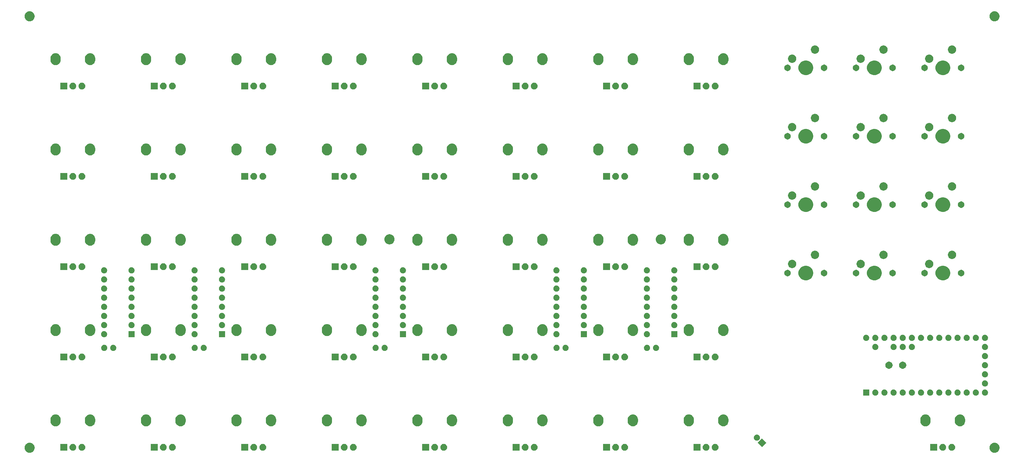
<source format=gbr>
G04 #@! TF.GenerationSoftware,KiCad,Pcbnew,(5.1.5-0-10_14)*
G04 #@! TF.CreationDate,2020-07-19T10:18:45-07:00*
G04 #@! TF.ProjectId,MIDI Mixer One v02,4d494449-204d-4697-9865-72204f6e6520,v1.0.0*
G04 #@! TF.SameCoordinates,Original*
G04 #@! TF.FileFunction,Soldermask,Bot*
G04 #@! TF.FilePolarity,Negative*
%FSLAX46Y46*%
G04 Gerber Fmt 4.6, Leading zero omitted, Abs format (unit mm)*
G04 Created by KiCad (PCBNEW (5.1.5-0-10_14)) date 2020-07-19 10:18:45*
%MOMM*%
%LPD*%
G04 APERTURE LIST*
%ADD10C,0.100000*%
G04 APERTURE END LIST*
D10*
G36*
X336868433Y-186594893D02*
G01*
X336958657Y-186612839D01*
X337064267Y-186656585D01*
X337213621Y-186718449D01*
X337213622Y-186718450D01*
X337443086Y-186871772D01*
X337638228Y-187066914D01*
X337656533Y-187094310D01*
X337791551Y-187296379D01*
X337853415Y-187445733D01*
X337897161Y-187551343D01*
X337898009Y-187555605D01*
X337951000Y-187822012D01*
X337951000Y-188097988D01*
X337897161Y-188368656D01*
X337791551Y-188623621D01*
X337791550Y-188623622D01*
X337638228Y-188853086D01*
X337443086Y-189048228D01*
X337289763Y-189150675D01*
X337213621Y-189201551D01*
X337064267Y-189263415D01*
X336958657Y-189307161D01*
X336868433Y-189325107D01*
X336687988Y-189361000D01*
X336412012Y-189361000D01*
X336231567Y-189325107D01*
X336141343Y-189307161D01*
X336035733Y-189263415D01*
X335886379Y-189201551D01*
X335810237Y-189150675D01*
X335656914Y-189048228D01*
X335461772Y-188853086D01*
X335308450Y-188623622D01*
X335308449Y-188623621D01*
X335202839Y-188368656D01*
X335149000Y-188097988D01*
X335149000Y-187822012D01*
X335201991Y-187555605D01*
X335202839Y-187551343D01*
X335246585Y-187445733D01*
X335308449Y-187296379D01*
X335443467Y-187094310D01*
X335461772Y-187066914D01*
X335656914Y-186871772D01*
X335886378Y-186718450D01*
X335886379Y-186718449D01*
X336035733Y-186656585D01*
X336141343Y-186612839D01*
X336231567Y-186594893D01*
X336412012Y-186559000D01*
X336687988Y-186559000D01*
X336868433Y-186594893D01*
G37*
G36*
X68644433Y-186594893D02*
G01*
X68734657Y-186612839D01*
X68840267Y-186656585D01*
X68989621Y-186718449D01*
X68989622Y-186718450D01*
X69219086Y-186871772D01*
X69414228Y-187066914D01*
X69432533Y-187094310D01*
X69567551Y-187296379D01*
X69629415Y-187445733D01*
X69673161Y-187551343D01*
X69674009Y-187555605D01*
X69727000Y-187822012D01*
X69727000Y-188097988D01*
X69673161Y-188368656D01*
X69567551Y-188623621D01*
X69567550Y-188623622D01*
X69414228Y-188853086D01*
X69219086Y-189048228D01*
X69065763Y-189150675D01*
X68989621Y-189201551D01*
X68840267Y-189263415D01*
X68734657Y-189307161D01*
X68644433Y-189325107D01*
X68463988Y-189361000D01*
X68188012Y-189361000D01*
X68007567Y-189325107D01*
X67917343Y-189307161D01*
X67811733Y-189263415D01*
X67662379Y-189201551D01*
X67586237Y-189150675D01*
X67432914Y-189048228D01*
X67237772Y-188853086D01*
X67084450Y-188623622D01*
X67084449Y-188623621D01*
X66978839Y-188368656D01*
X66925000Y-188097988D01*
X66925000Y-187822012D01*
X66977991Y-187555605D01*
X66978839Y-187551343D01*
X67022585Y-187445733D01*
X67084449Y-187296379D01*
X67219467Y-187094310D01*
X67237772Y-187066914D01*
X67432914Y-186871772D01*
X67662378Y-186718450D01*
X67662379Y-186718449D01*
X67811733Y-186656585D01*
X67917343Y-186612839D01*
X68007567Y-186594893D01*
X68188012Y-186559000D01*
X68463988Y-186559000D01*
X68644433Y-186594893D01*
G37*
G36*
X320610000Y-188784000D02*
G01*
X318708000Y-188784000D01*
X318708000Y-186882000D01*
X320610000Y-186882000D01*
X320610000Y-188784000D01*
G37*
G36*
X259150395Y-186918546D02*
G01*
X259323466Y-186990234D01*
X259323467Y-186990235D01*
X259479227Y-187094310D01*
X259611690Y-187226773D01*
X259611691Y-187226775D01*
X259715766Y-187382534D01*
X259787454Y-187555605D01*
X259824000Y-187739333D01*
X259824000Y-187926667D01*
X259787454Y-188110395D01*
X259715766Y-188283466D01*
X259715765Y-188283467D01*
X259611690Y-188439227D01*
X259479227Y-188571690D01*
X259401506Y-188623621D01*
X259323466Y-188675766D01*
X259150395Y-188747454D01*
X258966667Y-188784000D01*
X258779333Y-188784000D01*
X258595605Y-188747454D01*
X258422534Y-188675766D01*
X258344494Y-188623621D01*
X258266773Y-188571690D01*
X258134310Y-188439227D01*
X258030235Y-188283467D01*
X258030234Y-188283466D01*
X257958546Y-188110395D01*
X257922000Y-187926667D01*
X257922000Y-187739333D01*
X257958546Y-187555605D01*
X258030234Y-187382534D01*
X258134309Y-187226775D01*
X258134310Y-187226773D01*
X258266773Y-187094310D01*
X258422533Y-186990235D01*
X258422534Y-186990234D01*
X258595605Y-186918546D01*
X258779333Y-186882000D01*
X258966667Y-186882000D01*
X259150395Y-186918546D01*
G37*
G36*
X256650395Y-186918546D02*
G01*
X256823466Y-186990234D01*
X256823467Y-186990235D01*
X256979227Y-187094310D01*
X257111690Y-187226773D01*
X257111691Y-187226775D01*
X257215766Y-187382534D01*
X257287454Y-187555605D01*
X257324000Y-187739333D01*
X257324000Y-187926667D01*
X257287454Y-188110395D01*
X257215766Y-188283466D01*
X257215765Y-188283467D01*
X257111690Y-188439227D01*
X256979227Y-188571690D01*
X256901506Y-188623621D01*
X256823466Y-188675766D01*
X256650395Y-188747454D01*
X256466667Y-188784000D01*
X256279333Y-188784000D01*
X256095605Y-188747454D01*
X255922534Y-188675766D01*
X255844494Y-188623621D01*
X255766773Y-188571690D01*
X255634310Y-188439227D01*
X255530235Y-188283467D01*
X255530234Y-188283466D01*
X255458546Y-188110395D01*
X255422000Y-187926667D01*
X255422000Y-187739333D01*
X255458546Y-187555605D01*
X255530234Y-187382534D01*
X255634309Y-187226775D01*
X255634310Y-187226773D01*
X255766773Y-187094310D01*
X255922533Y-186990235D01*
X255922534Y-186990234D01*
X256095605Y-186918546D01*
X256279333Y-186882000D01*
X256466667Y-186882000D01*
X256650395Y-186918546D01*
G37*
G36*
X254824000Y-188784000D02*
G01*
X252922000Y-188784000D01*
X252922000Y-186882000D01*
X254824000Y-186882000D01*
X254824000Y-188784000D01*
G37*
G36*
X234004395Y-186918546D02*
G01*
X234177466Y-186990234D01*
X234177467Y-186990235D01*
X234333227Y-187094310D01*
X234465690Y-187226773D01*
X234465691Y-187226775D01*
X234569766Y-187382534D01*
X234641454Y-187555605D01*
X234678000Y-187739333D01*
X234678000Y-187926667D01*
X234641454Y-188110395D01*
X234569766Y-188283466D01*
X234569765Y-188283467D01*
X234465690Y-188439227D01*
X234333227Y-188571690D01*
X234255506Y-188623621D01*
X234177466Y-188675766D01*
X234004395Y-188747454D01*
X233820667Y-188784000D01*
X233633333Y-188784000D01*
X233449605Y-188747454D01*
X233276534Y-188675766D01*
X233198494Y-188623621D01*
X233120773Y-188571690D01*
X232988310Y-188439227D01*
X232884235Y-188283467D01*
X232884234Y-188283466D01*
X232812546Y-188110395D01*
X232776000Y-187926667D01*
X232776000Y-187739333D01*
X232812546Y-187555605D01*
X232884234Y-187382534D01*
X232988309Y-187226775D01*
X232988310Y-187226773D01*
X233120773Y-187094310D01*
X233276533Y-186990235D01*
X233276534Y-186990234D01*
X233449605Y-186918546D01*
X233633333Y-186882000D01*
X233820667Y-186882000D01*
X234004395Y-186918546D01*
G37*
G36*
X231504395Y-186918546D02*
G01*
X231677466Y-186990234D01*
X231677467Y-186990235D01*
X231833227Y-187094310D01*
X231965690Y-187226773D01*
X231965691Y-187226775D01*
X232069766Y-187382534D01*
X232141454Y-187555605D01*
X232178000Y-187739333D01*
X232178000Y-187926667D01*
X232141454Y-188110395D01*
X232069766Y-188283466D01*
X232069765Y-188283467D01*
X231965690Y-188439227D01*
X231833227Y-188571690D01*
X231755506Y-188623621D01*
X231677466Y-188675766D01*
X231504395Y-188747454D01*
X231320667Y-188784000D01*
X231133333Y-188784000D01*
X230949605Y-188747454D01*
X230776534Y-188675766D01*
X230698494Y-188623621D01*
X230620773Y-188571690D01*
X230488310Y-188439227D01*
X230384235Y-188283467D01*
X230384234Y-188283466D01*
X230312546Y-188110395D01*
X230276000Y-187926667D01*
X230276000Y-187739333D01*
X230312546Y-187555605D01*
X230384234Y-187382534D01*
X230488309Y-187226775D01*
X230488310Y-187226773D01*
X230620773Y-187094310D01*
X230776533Y-186990235D01*
X230776534Y-186990234D01*
X230949605Y-186918546D01*
X231133333Y-186882000D01*
X231320667Y-186882000D01*
X231504395Y-186918546D01*
G37*
G36*
X229678000Y-188784000D02*
G01*
X227776000Y-188784000D01*
X227776000Y-186882000D01*
X229678000Y-186882000D01*
X229678000Y-188784000D01*
G37*
G36*
X208858395Y-186918546D02*
G01*
X209031466Y-186990234D01*
X209031467Y-186990235D01*
X209187227Y-187094310D01*
X209319690Y-187226773D01*
X209319691Y-187226775D01*
X209423766Y-187382534D01*
X209495454Y-187555605D01*
X209532000Y-187739333D01*
X209532000Y-187926667D01*
X209495454Y-188110395D01*
X209423766Y-188283466D01*
X209423765Y-188283467D01*
X209319690Y-188439227D01*
X209187227Y-188571690D01*
X209109506Y-188623621D01*
X209031466Y-188675766D01*
X208858395Y-188747454D01*
X208674667Y-188784000D01*
X208487333Y-188784000D01*
X208303605Y-188747454D01*
X208130534Y-188675766D01*
X208052494Y-188623621D01*
X207974773Y-188571690D01*
X207842310Y-188439227D01*
X207738235Y-188283467D01*
X207738234Y-188283466D01*
X207666546Y-188110395D01*
X207630000Y-187926667D01*
X207630000Y-187739333D01*
X207666546Y-187555605D01*
X207738234Y-187382534D01*
X207842309Y-187226775D01*
X207842310Y-187226773D01*
X207974773Y-187094310D01*
X208130533Y-186990235D01*
X208130534Y-186990234D01*
X208303605Y-186918546D01*
X208487333Y-186882000D01*
X208674667Y-186882000D01*
X208858395Y-186918546D01*
G37*
G36*
X206358395Y-186918546D02*
G01*
X206531466Y-186990234D01*
X206531467Y-186990235D01*
X206687227Y-187094310D01*
X206819690Y-187226773D01*
X206819691Y-187226775D01*
X206923766Y-187382534D01*
X206995454Y-187555605D01*
X207032000Y-187739333D01*
X207032000Y-187926667D01*
X206995454Y-188110395D01*
X206923766Y-188283466D01*
X206923765Y-188283467D01*
X206819690Y-188439227D01*
X206687227Y-188571690D01*
X206609506Y-188623621D01*
X206531466Y-188675766D01*
X206358395Y-188747454D01*
X206174667Y-188784000D01*
X205987333Y-188784000D01*
X205803605Y-188747454D01*
X205630534Y-188675766D01*
X205552494Y-188623621D01*
X205474773Y-188571690D01*
X205342310Y-188439227D01*
X205238235Y-188283467D01*
X205238234Y-188283466D01*
X205166546Y-188110395D01*
X205130000Y-187926667D01*
X205130000Y-187739333D01*
X205166546Y-187555605D01*
X205238234Y-187382534D01*
X205342309Y-187226775D01*
X205342310Y-187226773D01*
X205474773Y-187094310D01*
X205630533Y-186990235D01*
X205630534Y-186990234D01*
X205803605Y-186918546D01*
X205987333Y-186882000D01*
X206174667Y-186882000D01*
X206358395Y-186918546D01*
G37*
G36*
X204532000Y-188784000D02*
G01*
X202630000Y-188784000D01*
X202630000Y-186882000D01*
X204532000Y-186882000D01*
X204532000Y-188784000D01*
G37*
G36*
X183712395Y-186918546D02*
G01*
X183885466Y-186990234D01*
X183885467Y-186990235D01*
X184041227Y-187094310D01*
X184173690Y-187226773D01*
X184173691Y-187226775D01*
X184277766Y-187382534D01*
X184349454Y-187555605D01*
X184386000Y-187739333D01*
X184386000Y-187926667D01*
X184349454Y-188110395D01*
X184277766Y-188283466D01*
X184277765Y-188283467D01*
X184173690Y-188439227D01*
X184041227Y-188571690D01*
X183963506Y-188623621D01*
X183885466Y-188675766D01*
X183712395Y-188747454D01*
X183528667Y-188784000D01*
X183341333Y-188784000D01*
X183157605Y-188747454D01*
X182984534Y-188675766D01*
X182906494Y-188623621D01*
X182828773Y-188571690D01*
X182696310Y-188439227D01*
X182592235Y-188283467D01*
X182592234Y-188283466D01*
X182520546Y-188110395D01*
X182484000Y-187926667D01*
X182484000Y-187739333D01*
X182520546Y-187555605D01*
X182592234Y-187382534D01*
X182696309Y-187226775D01*
X182696310Y-187226773D01*
X182828773Y-187094310D01*
X182984533Y-186990235D01*
X182984534Y-186990234D01*
X183157605Y-186918546D01*
X183341333Y-186882000D01*
X183528667Y-186882000D01*
X183712395Y-186918546D01*
G37*
G36*
X181212395Y-186918546D02*
G01*
X181385466Y-186990234D01*
X181385467Y-186990235D01*
X181541227Y-187094310D01*
X181673690Y-187226773D01*
X181673691Y-187226775D01*
X181777766Y-187382534D01*
X181849454Y-187555605D01*
X181886000Y-187739333D01*
X181886000Y-187926667D01*
X181849454Y-188110395D01*
X181777766Y-188283466D01*
X181777765Y-188283467D01*
X181673690Y-188439227D01*
X181541227Y-188571690D01*
X181463506Y-188623621D01*
X181385466Y-188675766D01*
X181212395Y-188747454D01*
X181028667Y-188784000D01*
X180841333Y-188784000D01*
X180657605Y-188747454D01*
X180484534Y-188675766D01*
X180406494Y-188623621D01*
X180328773Y-188571690D01*
X180196310Y-188439227D01*
X180092235Y-188283467D01*
X180092234Y-188283466D01*
X180020546Y-188110395D01*
X179984000Y-187926667D01*
X179984000Y-187739333D01*
X180020546Y-187555605D01*
X180092234Y-187382534D01*
X180196309Y-187226775D01*
X180196310Y-187226773D01*
X180328773Y-187094310D01*
X180484533Y-186990235D01*
X180484534Y-186990234D01*
X180657605Y-186918546D01*
X180841333Y-186882000D01*
X181028667Y-186882000D01*
X181212395Y-186918546D01*
G37*
G36*
X179386000Y-188784000D02*
G01*
X177484000Y-188784000D01*
X177484000Y-186882000D01*
X179386000Y-186882000D01*
X179386000Y-188784000D01*
G37*
G36*
X158566395Y-186918546D02*
G01*
X158739466Y-186990234D01*
X158739467Y-186990235D01*
X158895227Y-187094310D01*
X159027690Y-187226773D01*
X159027691Y-187226775D01*
X159131766Y-187382534D01*
X159203454Y-187555605D01*
X159240000Y-187739333D01*
X159240000Y-187926667D01*
X159203454Y-188110395D01*
X159131766Y-188283466D01*
X159131765Y-188283467D01*
X159027690Y-188439227D01*
X158895227Y-188571690D01*
X158817506Y-188623621D01*
X158739466Y-188675766D01*
X158566395Y-188747454D01*
X158382667Y-188784000D01*
X158195333Y-188784000D01*
X158011605Y-188747454D01*
X157838534Y-188675766D01*
X157760494Y-188623621D01*
X157682773Y-188571690D01*
X157550310Y-188439227D01*
X157446235Y-188283467D01*
X157446234Y-188283466D01*
X157374546Y-188110395D01*
X157338000Y-187926667D01*
X157338000Y-187739333D01*
X157374546Y-187555605D01*
X157446234Y-187382534D01*
X157550309Y-187226775D01*
X157550310Y-187226773D01*
X157682773Y-187094310D01*
X157838533Y-186990235D01*
X157838534Y-186990234D01*
X158011605Y-186918546D01*
X158195333Y-186882000D01*
X158382667Y-186882000D01*
X158566395Y-186918546D01*
G37*
G36*
X156066395Y-186918546D02*
G01*
X156239466Y-186990234D01*
X156239467Y-186990235D01*
X156395227Y-187094310D01*
X156527690Y-187226773D01*
X156527691Y-187226775D01*
X156631766Y-187382534D01*
X156703454Y-187555605D01*
X156740000Y-187739333D01*
X156740000Y-187926667D01*
X156703454Y-188110395D01*
X156631766Y-188283466D01*
X156631765Y-188283467D01*
X156527690Y-188439227D01*
X156395227Y-188571690D01*
X156317506Y-188623621D01*
X156239466Y-188675766D01*
X156066395Y-188747454D01*
X155882667Y-188784000D01*
X155695333Y-188784000D01*
X155511605Y-188747454D01*
X155338534Y-188675766D01*
X155260494Y-188623621D01*
X155182773Y-188571690D01*
X155050310Y-188439227D01*
X154946235Y-188283467D01*
X154946234Y-188283466D01*
X154874546Y-188110395D01*
X154838000Y-187926667D01*
X154838000Y-187739333D01*
X154874546Y-187555605D01*
X154946234Y-187382534D01*
X155050309Y-187226775D01*
X155050310Y-187226773D01*
X155182773Y-187094310D01*
X155338533Y-186990235D01*
X155338534Y-186990234D01*
X155511605Y-186918546D01*
X155695333Y-186882000D01*
X155882667Y-186882000D01*
X156066395Y-186918546D01*
G37*
G36*
X154240000Y-188784000D02*
G01*
X152338000Y-188784000D01*
X152338000Y-186882000D01*
X154240000Y-186882000D01*
X154240000Y-188784000D01*
G37*
G36*
X133420395Y-186918546D02*
G01*
X133593466Y-186990234D01*
X133593467Y-186990235D01*
X133749227Y-187094310D01*
X133881690Y-187226773D01*
X133881691Y-187226775D01*
X133985766Y-187382534D01*
X134057454Y-187555605D01*
X134094000Y-187739333D01*
X134094000Y-187926667D01*
X134057454Y-188110395D01*
X133985766Y-188283466D01*
X133985765Y-188283467D01*
X133881690Y-188439227D01*
X133749227Y-188571690D01*
X133671506Y-188623621D01*
X133593466Y-188675766D01*
X133420395Y-188747454D01*
X133236667Y-188784000D01*
X133049333Y-188784000D01*
X132865605Y-188747454D01*
X132692534Y-188675766D01*
X132614494Y-188623621D01*
X132536773Y-188571690D01*
X132404310Y-188439227D01*
X132300235Y-188283467D01*
X132300234Y-188283466D01*
X132228546Y-188110395D01*
X132192000Y-187926667D01*
X132192000Y-187739333D01*
X132228546Y-187555605D01*
X132300234Y-187382534D01*
X132404309Y-187226775D01*
X132404310Y-187226773D01*
X132536773Y-187094310D01*
X132692533Y-186990235D01*
X132692534Y-186990234D01*
X132865605Y-186918546D01*
X133049333Y-186882000D01*
X133236667Y-186882000D01*
X133420395Y-186918546D01*
G37*
G36*
X130920395Y-186918546D02*
G01*
X131093466Y-186990234D01*
X131093467Y-186990235D01*
X131249227Y-187094310D01*
X131381690Y-187226773D01*
X131381691Y-187226775D01*
X131485766Y-187382534D01*
X131557454Y-187555605D01*
X131594000Y-187739333D01*
X131594000Y-187926667D01*
X131557454Y-188110395D01*
X131485766Y-188283466D01*
X131485765Y-188283467D01*
X131381690Y-188439227D01*
X131249227Y-188571690D01*
X131171506Y-188623621D01*
X131093466Y-188675766D01*
X130920395Y-188747454D01*
X130736667Y-188784000D01*
X130549333Y-188784000D01*
X130365605Y-188747454D01*
X130192534Y-188675766D01*
X130114494Y-188623621D01*
X130036773Y-188571690D01*
X129904310Y-188439227D01*
X129800235Y-188283467D01*
X129800234Y-188283466D01*
X129728546Y-188110395D01*
X129692000Y-187926667D01*
X129692000Y-187739333D01*
X129728546Y-187555605D01*
X129800234Y-187382534D01*
X129904309Y-187226775D01*
X129904310Y-187226773D01*
X130036773Y-187094310D01*
X130192533Y-186990235D01*
X130192534Y-186990234D01*
X130365605Y-186918546D01*
X130549333Y-186882000D01*
X130736667Y-186882000D01*
X130920395Y-186918546D01*
G37*
G36*
X129094000Y-188784000D02*
G01*
X127192000Y-188784000D01*
X127192000Y-186882000D01*
X129094000Y-186882000D01*
X129094000Y-188784000D01*
G37*
G36*
X108274395Y-186918546D02*
G01*
X108447466Y-186990234D01*
X108447467Y-186990235D01*
X108603227Y-187094310D01*
X108735690Y-187226773D01*
X108735691Y-187226775D01*
X108839766Y-187382534D01*
X108911454Y-187555605D01*
X108948000Y-187739333D01*
X108948000Y-187926667D01*
X108911454Y-188110395D01*
X108839766Y-188283466D01*
X108839765Y-188283467D01*
X108735690Y-188439227D01*
X108603227Y-188571690D01*
X108525506Y-188623621D01*
X108447466Y-188675766D01*
X108274395Y-188747454D01*
X108090667Y-188784000D01*
X107903333Y-188784000D01*
X107719605Y-188747454D01*
X107546534Y-188675766D01*
X107468494Y-188623621D01*
X107390773Y-188571690D01*
X107258310Y-188439227D01*
X107154235Y-188283467D01*
X107154234Y-188283466D01*
X107082546Y-188110395D01*
X107046000Y-187926667D01*
X107046000Y-187739333D01*
X107082546Y-187555605D01*
X107154234Y-187382534D01*
X107258309Y-187226775D01*
X107258310Y-187226773D01*
X107390773Y-187094310D01*
X107546533Y-186990235D01*
X107546534Y-186990234D01*
X107719605Y-186918546D01*
X107903333Y-186882000D01*
X108090667Y-186882000D01*
X108274395Y-186918546D01*
G37*
G36*
X105774395Y-186918546D02*
G01*
X105947466Y-186990234D01*
X105947467Y-186990235D01*
X106103227Y-187094310D01*
X106235690Y-187226773D01*
X106235691Y-187226775D01*
X106339766Y-187382534D01*
X106411454Y-187555605D01*
X106448000Y-187739333D01*
X106448000Y-187926667D01*
X106411454Y-188110395D01*
X106339766Y-188283466D01*
X106339765Y-188283467D01*
X106235690Y-188439227D01*
X106103227Y-188571690D01*
X106025506Y-188623621D01*
X105947466Y-188675766D01*
X105774395Y-188747454D01*
X105590667Y-188784000D01*
X105403333Y-188784000D01*
X105219605Y-188747454D01*
X105046534Y-188675766D01*
X104968494Y-188623621D01*
X104890773Y-188571690D01*
X104758310Y-188439227D01*
X104654235Y-188283467D01*
X104654234Y-188283466D01*
X104582546Y-188110395D01*
X104546000Y-187926667D01*
X104546000Y-187739333D01*
X104582546Y-187555605D01*
X104654234Y-187382534D01*
X104758309Y-187226775D01*
X104758310Y-187226773D01*
X104890773Y-187094310D01*
X105046533Y-186990235D01*
X105046534Y-186990234D01*
X105219605Y-186918546D01*
X105403333Y-186882000D01*
X105590667Y-186882000D01*
X105774395Y-186918546D01*
G37*
G36*
X103948000Y-188784000D02*
G01*
X102046000Y-188784000D01*
X102046000Y-186882000D01*
X103948000Y-186882000D01*
X103948000Y-188784000D01*
G37*
G36*
X83128395Y-186918546D02*
G01*
X83301466Y-186990234D01*
X83301467Y-186990235D01*
X83457227Y-187094310D01*
X83589690Y-187226773D01*
X83589691Y-187226775D01*
X83693766Y-187382534D01*
X83765454Y-187555605D01*
X83802000Y-187739333D01*
X83802000Y-187926667D01*
X83765454Y-188110395D01*
X83693766Y-188283466D01*
X83693765Y-188283467D01*
X83589690Y-188439227D01*
X83457227Y-188571690D01*
X83379506Y-188623621D01*
X83301466Y-188675766D01*
X83128395Y-188747454D01*
X82944667Y-188784000D01*
X82757333Y-188784000D01*
X82573605Y-188747454D01*
X82400534Y-188675766D01*
X82322494Y-188623621D01*
X82244773Y-188571690D01*
X82112310Y-188439227D01*
X82008235Y-188283467D01*
X82008234Y-188283466D01*
X81936546Y-188110395D01*
X81900000Y-187926667D01*
X81900000Y-187739333D01*
X81936546Y-187555605D01*
X82008234Y-187382534D01*
X82112309Y-187226775D01*
X82112310Y-187226773D01*
X82244773Y-187094310D01*
X82400533Y-186990235D01*
X82400534Y-186990234D01*
X82573605Y-186918546D01*
X82757333Y-186882000D01*
X82944667Y-186882000D01*
X83128395Y-186918546D01*
G37*
G36*
X80628395Y-186918546D02*
G01*
X80801466Y-186990234D01*
X80801467Y-186990235D01*
X80957227Y-187094310D01*
X81089690Y-187226773D01*
X81089691Y-187226775D01*
X81193766Y-187382534D01*
X81265454Y-187555605D01*
X81302000Y-187739333D01*
X81302000Y-187926667D01*
X81265454Y-188110395D01*
X81193766Y-188283466D01*
X81193765Y-188283467D01*
X81089690Y-188439227D01*
X80957227Y-188571690D01*
X80879506Y-188623621D01*
X80801466Y-188675766D01*
X80628395Y-188747454D01*
X80444667Y-188784000D01*
X80257333Y-188784000D01*
X80073605Y-188747454D01*
X79900534Y-188675766D01*
X79822494Y-188623621D01*
X79744773Y-188571690D01*
X79612310Y-188439227D01*
X79508235Y-188283467D01*
X79508234Y-188283466D01*
X79436546Y-188110395D01*
X79400000Y-187926667D01*
X79400000Y-187739333D01*
X79436546Y-187555605D01*
X79508234Y-187382534D01*
X79612309Y-187226775D01*
X79612310Y-187226773D01*
X79744773Y-187094310D01*
X79900533Y-186990235D01*
X79900534Y-186990234D01*
X80073605Y-186918546D01*
X80257333Y-186882000D01*
X80444667Y-186882000D01*
X80628395Y-186918546D01*
G37*
G36*
X78802000Y-188784000D02*
G01*
X76900000Y-188784000D01*
X76900000Y-186882000D01*
X78802000Y-186882000D01*
X78802000Y-188784000D01*
G37*
G36*
X322436395Y-186918546D02*
G01*
X322609466Y-186990234D01*
X322609467Y-186990235D01*
X322765227Y-187094310D01*
X322897690Y-187226773D01*
X322897691Y-187226775D01*
X323001766Y-187382534D01*
X323073454Y-187555605D01*
X323110000Y-187739333D01*
X323110000Y-187926667D01*
X323073454Y-188110395D01*
X323001766Y-188283466D01*
X323001765Y-188283467D01*
X322897690Y-188439227D01*
X322765227Y-188571690D01*
X322687506Y-188623621D01*
X322609466Y-188675766D01*
X322436395Y-188747454D01*
X322252667Y-188784000D01*
X322065333Y-188784000D01*
X321881605Y-188747454D01*
X321708534Y-188675766D01*
X321630494Y-188623621D01*
X321552773Y-188571690D01*
X321420310Y-188439227D01*
X321316235Y-188283467D01*
X321316234Y-188283466D01*
X321244546Y-188110395D01*
X321208000Y-187926667D01*
X321208000Y-187739333D01*
X321244546Y-187555605D01*
X321316234Y-187382534D01*
X321420309Y-187226775D01*
X321420310Y-187226773D01*
X321552773Y-187094310D01*
X321708533Y-186990235D01*
X321708534Y-186990234D01*
X321881605Y-186918546D01*
X322065333Y-186882000D01*
X322252667Y-186882000D01*
X322436395Y-186918546D01*
G37*
G36*
X324936395Y-186918546D02*
G01*
X325109466Y-186990234D01*
X325109467Y-186990235D01*
X325265227Y-187094310D01*
X325397690Y-187226773D01*
X325397691Y-187226775D01*
X325501766Y-187382534D01*
X325573454Y-187555605D01*
X325610000Y-187739333D01*
X325610000Y-187926667D01*
X325573454Y-188110395D01*
X325501766Y-188283466D01*
X325501765Y-188283467D01*
X325397690Y-188439227D01*
X325265227Y-188571690D01*
X325187506Y-188623621D01*
X325109466Y-188675766D01*
X324936395Y-188747454D01*
X324752667Y-188784000D01*
X324565333Y-188784000D01*
X324381605Y-188747454D01*
X324208534Y-188675766D01*
X324130494Y-188623621D01*
X324052773Y-188571690D01*
X323920310Y-188439227D01*
X323816235Y-188283467D01*
X323816234Y-188283466D01*
X323744546Y-188110395D01*
X323708000Y-187926667D01*
X323708000Y-187739333D01*
X323744546Y-187555605D01*
X323816234Y-187382534D01*
X323920309Y-187226775D01*
X323920310Y-187226773D01*
X324052773Y-187094310D01*
X324208533Y-186990235D01*
X324208534Y-186990234D01*
X324381605Y-186918546D01*
X324565333Y-186882000D01*
X324752667Y-186882000D01*
X324936395Y-186918546D01*
G37*
G36*
X273110496Y-186563000D02*
G01*
X271907000Y-187766496D01*
X270703504Y-186563000D01*
X271907000Y-185359504D01*
X273110496Y-186563000D01*
G37*
G36*
X270741014Y-184330489D02*
G01*
X270895886Y-184394639D01*
X271035267Y-184487771D01*
X271153801Y-184606305D01*
X271246933Y-184745686D01*
X271311083Y-184900558D01*
X271343786Y-185064970D01*
X271343786Y-185232602D01*
X271311083Y-185397014D01*
X271246933Y-185551886D01*
X271153801Y-185691267D01*
X271035267Y-185809801D01*
X270895886Y-185902933D01*
X270741014Y-185967083D01*
X270576602Y-185999786D01*
X270408970Y-185999786D01*
X270244558Y-185967083D01*
X270089686Y-185902933D01*
X269950305Y-185809801D01*
X269831771Y-185691267D01*
X269738639Y-185551886D01*
X269674489Y-185397014D01*
X269641786Y-185232602D01*
X269641786Y-185064970D01*
X269674489Y-184900558D01*
X269738639Y-184745686D01*
X269831771Y-184606305D01*
X269950305Y-184487771D01*
X270089686Y-184394639D01*
X270244558Y-184330489D01*
X270408970Y-184297786D01*
X270576602Y-184297786D01*
X270741014Y-184330489D01*
G37*
G36*
X75827604Y-178682416D02*
G01*
X76093579Y-178763099D01*
X76093581Y-178763100D01*
X76338701Y-178894119D01*
X76553556Y-179070444D01*
X76729881Y-179285299D01*
X76860900Y-179530418D01*
X76860900Y-179530419D01*
X76860901Y-179530421D01*
X76941584Y-179796397D01*
X76962000Y-180003685D01*
X76962000Y-180662316D01*
X76941584Y-180869604D01*
X76860901Y-181135578D01*
X76860900Y-181135581D01*
X76729881Y-181380701D01*
X76553556Y-181595556D01*
X76338700Y-181771881D01*
X76093580Y-181902900D01*
X76093578Y-181902901D01*
X75827603Y-181983584D01*
X75551000Y-182010827D01*
X75274396Y-181983584D01*
X75008421Y-181902901D01*
X75008419Y-181902900D01*
X74763299Y-181771881D01*
X74548444Y-181595556D01*
X74372119Y-181380700D01*
X74241100Y-181135580D01*
X74241099Y-181135578D01*
X74160416Y-180869603D01*
X74140000Y-180662315D01*
X74140000Y-180003684D01*
X74160416Y-179796396D01*
X74241099Y-179530421D01*
X74372120Y-179285298D01*
X74548444Y-179070444D01*
X74763300Y-178894119D01*
X75008420Y-178763100D01*
X75008422Y-178763099D01*
X75274397Y-178682416D01*
X75551000Y-178655173D01*
X75827604Y-178682416D01*
G37*
G36*
X261449604Y-178682416D02*
G01*
X261715579Y-178763099D01*
X261715581Y-178763100D01*
X261960701Y-178894119D01*
X262175556Y-179070444D01*
X262351881Y-179285299D01*
X262482900Y-179530418D01*
X262482900Y-179530419D01*
X262482901Y-179530421D01*
X262563584Y-179796397D01*
X262584000Y-180003685D01*
X262584000Y-180662316D01*
X262563584Y-180869604D01*
X262482901Y-181135578D01*
X262482900Y-181135581D01*
X262351881Y-181380701D01*
X262175556Y-181595556D01*
X261960700Y-181771881D01*
X261715580Y-181902900D01*
X261715578Y-181902901D01*
X261449603Y-181983584D01*
X261173000Y-182010827D01*
X260896396Y-181983584D01*
X260630421Y-181902901D01*
X260630419Y-181902900D01*
X260385299Y-181771881D01*
X260170444Y-181595556D01*
X259994119Y-181380700D01*
X259863100Y-181135580D01*
X259863099Y-181135578D01*
X259782416Y-180869603D01*
X259762000Y-180662315D01*
X259762000Y-180003684D01*
X259782416Y-179796396D01*
X259863099Y-179530421D01*
X259994120Y-179285298D01*
X260170444Y-179070444D01*
X260385300Y-178894119D01*
X260630420Y-178763100D01*
X260630422Y-178763099D01*
X260896397Y-178682416D01*
X261173000Y-178655173D01*
X261449604Y-178682416D01*
G37*
G36*
X85427604Y-178682416D02*
G01*
X85693579Y-178763099D01*
X85693581Y-178763100D01*
X85938701Y-178894119D01*
X86153556Y-179070444D01*
X86329881Y-179285299D01*
X86460900Y-179530418D01*
X86460900Y-179530419D01*
X86460901Y-179530421D01*
X86541584Y-179796397D01*
X86562000Y-180003685D01*
X86562000Y-180662316D01*
X86541584Y-180869604D01*
X86460901Y-181135578D01*
X86460900Y-181135581D01*
X86329881Y-181380701D01*
X86153556Y-181595556D01*
X85938700Y-181771881D01*
X85693580Y-181902900D01*
X85693578Y-181902901D01*
X85427603Y-181983584D01*
X85151000Y-182010827D01*
X84874396Y-181983584D01*
X84608421Y-181902901D01*
X84608419Y-181902900D01*
X84363299Y-181771881D01*
X84148444Y-181595556D01*
X83972119Y-181380700D01*
X83841100Y-181135580D01*
X83841099Y-181135578D01*
X83760416Y-180869603D01*
X83740000Y-180662315D01*
X83740000Y-180003684D01*
X83760416Y-179796396D01*
X83841099Y-179530421D01*
X83972120Y-179285298D01*
X84148444Y-179070444D01*
X84363300Y-178894119D01*
X84608420Y-178763100D01*
X84608422Y-178763099D01*
X84874397Y-178682416D01*
X85151000Y-178655173D01*
X85427604Y-178682416D01*
G37*
G36*
X100973604Y-178682416D02*
G01*
X101239579Y-178763099D01*
X101239581Y-178763100D01*
X101484701Y-178894119D01*
X101699556Y-179070444D01*
X101875881Y-179285299D01*
X102006900Y-179530418D01*
X102006900Y-179530419D01*
X102006901Y-179530421D01*
X102087584Y-179796397D01*
X102108000Y-180003685D01*
X102108000Y-180662316D01*
X102087584Y-180869604D01*
X102006901Y-181135578D01*
X102006900Y-181135581D01*
X101875881Y-181380701D01*
X101699556Y-181595556D01*
X101484700Y-181771881D01*
X101239580Y-181902900D01*
X101239578Y-181902901D01*
X100973603Y-181983584D01*
X100697000Y-182010827D01*
X100420396Y-181983584D01*
X100154421Y-181902901D01*
X100154419Y-181902900D01*
X99909299Y-181771881D01*
X99694444Y-181595556D01*
X99518119Y-181380700D01*
X99387100Y-181135580D01*
X99387099Y-181135578D01*
X99306416Y-180869603D01*
X99286000Y-180662315D01*
X99286000Y-180003684D01*
X99306416Y-179796396D01*
X99387099Y-179530421D01*
X99518120Y-179285298D01*
X99694444Y-179070444D01*
X99909300Y-178894119D01*
X100154420Y-178763100D01*
X100154422Y-178763099D01*
X100420397Y-178682416D01*
X100697000Y-178655173D01*
X100973604Y-178682416D01*
G37*
G36*
X110573604Y-178682416D02*
G01*
X110839579Y-178763099D01*
X110839581Y-178763100D01*
X111084701Y-178894119D01*
X111299556Y-179070444D01*
X111475881Y-179285299D01*
X111606900Y-179530418D01*
X111606900Y-179530419D01*
X111606901Y-179530421D01*
X111687584Y-179796397D01*
X111708000Y-180003685D01*
X111708000Y-180662316D01*
X111687584Y-180869604D01*
X111606901Y-181135578D01*
X111606900Y-181135581D01*
X111475881Y-181380701D01*
X111299556Y-181595556D01*
X111084700Y-181771881D01*
X110839580Y-181902900D01*
X110839578Y-181902901D01*
X110573603Y-181983584D01*
X110297000Y-182010827D01*
X110020396Y-181983584D01*
X109754421Y-181902901D01*
X109754419Y-181902900D01*
X109509299Y-181771881D01*
X109294444Y-181595556D01*
X109118119Y-181380700D01*
X108987100Y-181135580D01*
X108987099Y-181135578D01*
X108906416Y-180869603D01*
X108886000Y-180662315D01*
X108886000Y-180003684D01*
X108906416Y-179796396D01*
X108987099Y-179530421D01*
X109118120Y-179285298D01*
X109294444Y-179070444D01*
X109509300Y-178894119D01*
X109754420Y-178763100D01*
X109754422Y-178763099D01*
X110020397Y-178682416D01*
X110297000Y-178655173D01*
X110573604Y-178682416D01*
G37*
G36*
X126119604Y-178682416D02*
G01*
X126385579Y-178763099D01*
X126385581Y-178763100D01*
X126630701Y-178894119D01*
X126845556Y-179070444D01*
X127021881Y-179285299D01*
X127152900Y-179530418D01*
X127152900Y-179530419D01*
X127152901Y-179530421D01*
X127233584Y-179796397D01*
X127254000Y-180003685D01*
X127254000Y-180662316D01*
X127233584Y-180869604D01*
X127152901Y-181135578D01*
X127152900Y-181135581D01*
X127021881Y-181380701D01*
X126845556Y-181595556D01*
X126630700Y-181771881D01*
X126385580Y-181902900D01*
X126385578Y-181902901D01*
X126119603Y-181983584D01*
X125843000Y-182010827D01*
X125566396Y-181983584D01*
X125300421Y-181902901D01*
X125300419Y-181902900D01*
X125055299Y-181771881D01*
X124840444Y-181595556D01*
X124664119Y-181380700D01*
X124533100Y-181135580D01*
X124533099Y-181135578D01*
X124452416Y-180869603D01*
X124432000Y-180662315D01*
X124432000Y-180003684D01*
X124452416Y-179796396D01*
X124533099Y-179530421D01*
X124664120Y-179285298D01*
X124840444Y-179070444D01*
X125055300Y-178894119D01*
X125300420Y-178763100D01*
X125300422Y-178763099D01*
X125566397Y-178682416D01*
X125843000Y-178655173D01*
X126119604Y-178682416D01*
G37*
G36*
X135719604Y-178682416D02*
G01*
X135985579Y-178763099D01*
X135985581Y-178763100D01*
X136230701Y-178894119D01*
X136445556Y-179070444D01*
X136621881Y-179285299D01*
X136752900Y-179530418D01*
X136752900Y-179530419D01*
X136752901Y-179530421D01*
X136833584Y-179796397D01*
X136854000Y-180003685D01*
X136854000Y-180662316D01*
X136833584Y-180869604D01*
X136752901Y-181135578D01*
X136752900Y-181135581D01*
X136621881Y-181380701D01*
X136445556Y-181595556D01*
X136230700Y-181771881D01*
X135985580Y-181902900D01*
X135985578Y-181902901D01*
X135719603Y-181983584D01*
X135443000Y-182010827D01*
X135166396Y-181983584D01*
X134900421Y-181902901D01*
X134900419Y-181902900D01*
X134655299Y-181771881D01*
X134440444Y-181595556D01*
X134264119Y-181380700D01*
X134133100Y-181135580D01*
X134133099Y-181135578D01*
X134052416Y-180869603D01*
X134032000Y-180662315D01*
X134032000Y-180003684D01*
X134052416Y-179796396D01*
X134133099Y-179530421D01*
X134264120Y-179285298D01*
X134440444Y-179070444D01*
X134655300Y-178894119D01*
X134900420Y-178763100D01*
X134900422Y-178763099D01*
X135166397Y-178682416D01*
X135443000Y-178655173D01*
X135719604Y-178682416D01*
G37*
G36*
X151265604Y-178682416D02*
G01*
X151531579Y-178763099D01*
X151531581Y-178763100D01*
X151776701Y-178894119D01*
X151991556Y-179070444D01*
X152167881Y-179285299D01*
X152298900Y-179530418D01*
X152298900Y-179530419D01*
X152298901Y-179530421D01*
X152379584Y-179796397D01*
X152400000Y-180003685D01*
X152400000Y-180662316D01*
X152379584Y-180869604D01*
X152298901Y-181135578D01*
X152298900Y-181135581D01*
X152167881Y-181380701D01*
X151991556Y-181595556D01*
X151776700Y-181771881D01*
X151531580Y-181902900D01*
X151531578Y-181902901D01*
X151265603Y-181983584D01*
X150989000Y-182010827D01*
X150712396Y-181983584D01*
X150446421Y-181902901D01*
X150446419Y-181902900D01*
X150201299Y-181771881D01*
X149986444Y-181595556D01*
X149810119Y-181380700D01*
X149679100Y-181135580D01*
X149679099Y-181135578D01*
X149598416Y-180869603D01*
X149578000Y-180662315D01*
X149578000Y-180003684D01*
X149598416Y-179796396D01*
X149679099Y-179530421D01*
X149810120Y-179285298D01*
X149986444Y-179070444D01*
X150201300Y-178894119D01*
X150446420Y-178763100D01*
X150446422Y-178763099D01*
X150712397Y-178682416D01*
X150989000Y-178655173D01*
X151265604Y-178682416D01*
G37*
G36*
X160865604Y-178682416D02*
G01*
X161131579Y-178763099D01*
X161131581Y-178763100D01*
X161376701Y-178894119D01*
X161591556Y-179070444D01*
X161767881Y-179285299D01*
X161898900Y-179530418D01*
X161898900Y-179530419D01*
X161898901Y-179530421D01*
X161979584Y-179796397D01*
X162000000Y-180003685D01*
X162000000Y-180662316D01*
X161979584Y-180869604D01*
X161898901Y-181135578D01*
X161898900Y-181135581D01*
X161767881Y-181380701D01*
X161591556Y-181595556D01*
X161376700Y-181771881D01*
X161131580Y-181902900D01*
X161131578Y-181902901D01*
X160865603Y-181983584D01*
X160589000Y-182010827D01*
X160312396Y-181983584D01*
X160046421Y-181902901D01*
X160046419Y-181902900D01*
X159801299Y-181771881D01*
X159586444Y-181595556D01*
X159410119Y-181380700D01*
X159279100Y-181135580D01*
X159279099Y-181135578D01*
X159198416Y-180869603D01*
X159178000Y-180662315D01*
X159178000Y-180003684D01*
X159198416Y-179796396D01*
X159279099Y-179530421D01*
X159410120Y-179285298D01*
X159586444Y-179070444D01*
X159801300Y-178894119D01*
X160046420Y-178763100D01*
X160046422Y-178763099D01*
X160312397Y-178682416D01*
X160589000Y-178655173D01*
X160865604Y-178682416D01*
G37*
G36*
X317635604Y-178682416D02*
G01*
X317901579Y-178763099D01*
X317901581Y-178763100D01*
X318146701Y-178894119D01*
X318361556Y-179070444D01*
X318537881Y-179285299D01*
X318668900Y-179530418D01*
X318668900Y-179530419D01*
X318668901Y-179530421D01*
X318749584Y-179796397D01*
X318770000Y-180003685D01*
X318770000Y-180662316D01*
X318749584Y-180869604D01*
X318668901Y-181135578D01*
X318668900Y-181135581D01*
X318537881Y-181380701D01*
X318361556Y-181595556D01*
X318146700Y-181771881D01*
X317901580Y-181902900D01*
X317901578Y-181902901D01*
X317635603Y-181983584D01*
X317359000Y-182010827D01*
X317082396Y-181983584D01*
X316816421Y-181902901D01*
X316816419Y-181902900D01*
X316571299Y-181771881D01*
X316356444Y-181595556D01*
X316180119Y-181380700D01*
X316049100Y-181135580D01*
X316049099Y-181135578D01*
X315968416Y-180869603D01*
X315948000Y-180662315D01*
X315948000Y-180003684D01*
X315968416Y-179796396D01*
X316049099Y-179530421D01*
X316180120Y-179285298D01*
X316356444Y-179070444D01*
X316571300Y-178894119D01*
X316816420Y-178763100D01*
X316816422Y-178763099D01*
X317082397Y-178682416D01*
X317359000Y-178655173D01*
X317635604Y-178682416D01*
G37*
G36*
X327235604Y-178682416D02*
G01*
X327501579Y-178763099D01*
X327501581Y-178763100D01*
X327746701Y-178894119D01*
X327961556Y-179070444D01*
X328137881Y-179285299D01*
X328268900Y-179530418D01*
X328268900Y-179530419D01*
X328268901Y-179530421D01*
X328349584Y-179796397D01*
X328370000Y-180003685D01*
X328370000Y-180662316D01*
X328349584Y-180869604D01*
X328268901Y-181135578D01*
X328268900Y-181135581D01*
X328137881Y-181380701D01*
X327961556Y-181595556D01*
X327746700Y-181771881D01*
X327501580Y-181902900D01*
X327501578Y-181902901D01*
X327235603Y-181983584D01*
X326959000Y-182010827D01*
X326682396Y-181983584D01*
X326416421Y-181902901D01*
X326416419Y-181902900D01*
X326171299Y-181771881D01*
X325956444Y-181595556D01*
X325780119Y-181380700D01*
X325649100Y-181135580D01*
X325649099Y-181135578D01*
X325568416Y-180869603D01*
X325548000Y-180662315D01*
X325548000Y-180003684D01*
X325568416Y-179796396D01*
X325649099Y-179530421D01*
X325780120Y-179285298D01*
X325956444Y-179070444D01*
X326171300Y-178894119D01*
X326416420Y-178763100D01*
X326416422Y-178763099D01*
X326682397Y-178682416D01*
X326959000Y-178655173D01*
X327235604Y-178682416D01*
G37*
G36*
X176411604Y-178682416D02*
G01*
X176677579Y-178763099D01*
X176677581Y-178763100D01*
X176922701Y-178894119D01*
X177137556Y-179070444D01*
X177313881Y-179285299D01*
X177444900Y-179530418D01*
X177444900Y-179530419D01*
X177444901Y-179530421D01*
X177525584Y-179796397D01*
X177546000Y-180003685D01*
X177546000Y-180662316D01*
X177525584Y-180869604D01*
X177444901Y-181135578D01*
X177444900Y-181135581D01*
X177313881Y-181380701D01*
X177137556Y-181595556D01*
X176922700Y-181771881D01*
X176677580Y-181902900D01*
X176677578Y-181902901D01*
X176411603Y-181983584D01*
X176135000Y-182010827D01*
X175858396Y-181983584D01*
X175592421Y-181902901D01*
X175592419Y-181902900D01*
X175347299Y-181771881D01*
X175132444Y-181595556D01*
X174956119Y-181380700D01*
X174825100Y-181135580D01*
X174825099Y-181135578D01*
X174744416Y-180869603D01*
X174724000Y-180662315D01*
X174724000Y-180003684D01*
X174744416Y-179796396D01*
X174825099Y-179530421D01*
X174956120Y-179285298D01*
X175132444Y-179070444D01*
X175347300Y-178894119D01*
X175592420Y-178763100D01*
X175592422Y-178763099D01*
X175858397Y-178682416D01*
X176135000Y-178655173D01*
X176411604Y-178682416D01*
G37*
G36*
X186011604Y-178682416D02*
G01*
X186277579Y-178763099D01*
X186277581Y-178763100D01*
X186522701Y-178894119D01*
X186737556Y-179070444D01*
X186913881Y-179285299D01*
X187044900Y-179530418D01*
X187044900Y-179530419D01*
X187044901Y-179530421D01*
X187125584Y-179796397D01*
X187146000Y-180003685D01*
X187146000Y-180662316D01*
X187125584Y-180869604D01*
X187044901Y-181135578D01*
X187044900Y-181135581D01*
X186913881Y-181380701D01*
X186737556Y-181595556D01*
X186522700Y-181771881D01*
X186277580Y-181902900D01*
X186277578Y-181902901D01*
X186011603Y-181983584D01*
X185735000Y-182010827D01*
X185458396Y-181983584D01*
X185192421Y-181902901D01*
X185192419Y-181902900D01*
X184947299Y-181771881D01*
X184732444Y-181595556D01*
X184556119Y-181380700D01*
X184425100Y-181135580D01*
X184425099Y-181135578D01*
X184344416Y-180869603D01*
X184324000Y-180662315D01*
X184324000Y-180003684D01*
X184344416Y-179796396D01*
X184425099Y-179530421D01*
X184556120Y-179285298D01*
X184732444Y-179070444D01*
X184947300Y-178894119D01*
X185192420Y-178763100D01*
X185192422Y-178763099D01*
X185458397Y-178682416D01*
X185735000Y-178655173D01*
X186011604Y-178682416D01*
G37*
G36*
X201557604Y-178682416D02*
G01*
X201823579Y-178763099D01*
X201823581Y-178763100D01*
X202068701Y-178894119D01*
X202283556Y-179070444D01*
X202459881Y-179285299D01*
X202590900Y-179530418D01*
X202590900Y-179530419D01*
X202590901Y-179530421D01*
X202671584Y-179796397D01*
X202692000Y-180003685D01*
X202692000Y-180662316D01*
X202671584Y-180869604D01*
X202590901Y-181135578D01*
X202590900Y-181135581D01*
X202459881Y-181380701D01*
X202283556Y-181595556D01*
X202068700Y-181771881D01*
X201823580Y-181902900D01*
X201823578Y-181902901D01*
X201557603Y-181983584D01*
X201281000Y-182010827D01*
X201004396Y-181983584D01*
X200738421Y-181902901D01*
X200738419Y-181902900D01*
X200493299Y-181771881D01*
X200278444Y-181595556D01*
X200102119Y-181380700D01*
X199971100Y-181135580D01*
X199971099Y-181135578D01*
X199890416Y-180869603D01*
X199870000Y-180662315D01*
X199870000Y-180003684D01*
X199890416Y-179796396D01*
X199971099Y-179530421D01*
X200102120Y-179285298D01*
X200278444Y-179070444D01*
X200493300Y-178894119D01*
X200738420Y-178763100D01*
X200738422Y-178763099D01*
X201004397Y-178682416D01*
X201281000Y-178655173D01*
X201557604Y-178682416D01*
G37*
G36*
X211157604Y-178682416D02*
G01*
X211423579Y-178763099D01*
X211423581Y-178763100D01*
X211668701Y-178894119D01*
X211883556Y-179070444D01*
X212059881Y-179285299D01*
X212190900Y-179530418D01*
X212190900Y-179530419D01*
X212190901Y-179530421D01*
X212271584Y-179796397D01*
X212292000Y-180003685D01*
X212292000Y-180662316D01*
X212271584Y-180869604D01*
X212190901Y-181135578D01*
X212190900Y-181135581D01*
X212059881Y-181380701D01*
X211883556Y-181595556D01*
X211668700Y-181771881D01*
X211423580Y-181902900D01*
X211423578Y-181902901D01*
X211157603Y-181983584D01*
X210881000Y-182010827D01*
X210604396Y-181983584D01*
X210338421Y-181902901D01*
X210338419Y-181902900D01*
X210093299Y-181771881D01*
X209878444Y-181595556D01*
X209702119Y-181380700D01*
X209571100Y-181135580D01*
X209571099Y-181135578D01*
X209490416Y-180869603D01*
X209470000Y-180662315D01*
X209470000Y-180003684D01*
X209490416Y-179796396D01*
X209571099Y-179530421D01*
X209702120Y-179285298D01*
X209878444Y-179070444D01*
X210093300Y-178894119D01*
X210338420Y-178763100D01*
X210338422Y-178763099D01*
X210604397Y-178682416D01*
X210881000Y-178655173D01*
X211157604Y-178682416D01*
G37*
G36*
X226703604Y-178682416D02*
G01*
X226969579Y-178763099D01*
X226969581Y-178763100D01*
X227214701Y-178894119D01*
X227429556Y-179070444D01*
X227605881Y-179285299D01*
X227736900Y-179530418D01*
X227736900Y-179530419D01*
X227736901Y-179530421D01*
X227817584Y-179796397D01*
X227838000Y-180003685D01*
X227838000Y-180662316D01*
X227817584Y-180869604D01*
X227736901Y-181135578D01*
X227736900Y-181135581D01*
X227605881Y-181380701D01*
X227429556Y-181595556D01*
X227214700Y-181771881D01*
X226969580Y-181902900D01*
X226969578Y-181902901D01*
X226703603Y-181983584D01*
X226427000Y-182010827D01*
X226150396Y-181983584D01*
X225884421Y-181902901D01*
X225884419Y-181902900D01*
X225639299Y-181771881D01*
X225424444Y-181595556D01*
X225248119Y-181380700D01*
X225117100Y-181135580D01*
X225117099Y-181135578D01*
X225036416Y-180869603D01*
X225016000Y-180662315D01*
X225016000Y-180003684D01*
X225036416Y-179796396D01*
X225117099Y-179530421D01*
X225248120Y-179285298D01*
X225424444Y-179070444D01*
X225639300Y-178894119D01*
X225884420Y-178763100D01*
X225884422Y-178763099D01*
X226150397Y-178682416D01*
X226427000Y-178655173D01*
X226703604Y-178682416D01*
G37*
G36*
X251849604Y-178682416D02*
G01*
X252115579Y-178763099D01*
X252115581Y-178763100D01*
X252360701Y-178894119D01*
X252575556Y-179070444D01*
X252751881Y-179285299D01*
X252882900Y-179530418D01*
X252882900Y-179530419D01*
X252882901Y-179530421D01*
X252963584Y-179796397D01*
X252984000Y-180003685D01*
X252984000Y-180662316D01*
X252963584Y-180869604D01*
X252882901Y-181135578D01*
X252882900Y-181135581D01*
X252751881Y-181380701D01*
X252575556Y-181595556D01*
X252360700Y-181771881D01*
X252115580Y-181902900D01*
X252115578Y-181902901D01*
X251849603Y-181983584D01*
X251573000Y-182010827D01*
X251296396Y-181983584D01*
X251030421Y-181902901D01*
X251030419Y-181902900D01*
X250785299Y-181771881D01*
X250570444Y-181595556D01*
X250394119Y-181380700D01*
X250263100Y-181135580D01*
X250263099Y-181135578D01*
X250182416Y-180869603D01*
X250162000Y-180662315D01*
X250162000Y-180003684D01*
X250182416Y-179796396D01*
X250263099Y-179530421D01*
X250394120Y-179285298D01*
X250570444Y-179070444D01*
X250785300Y-178894119D01*
X251030420Y-178763100D01*
X251030422Y-178763099D01*
X251296397Y-178682416D01*
X251573000Y-178655173D01*
X251849604Y-178682416D01*
G37*
G36*
X236303604Y-178682416D02*
G01*
X236569579Y-178763099D01*
X236569581Y-178763100D01*
X236814701Y-178894119D01*
X237029556Y-179070444D01*
X237205881Y-179285299D01*
X237336900Y-179530418D01*
X237336900Y-179530419D01*
X237336901Y-179530421D01*
X237417584Y-179796397D01*
X237438000Y-180003685D01*
X237438000Y-180662316D01*
X237417584Y-180869604D01*
X237336901Y-181135578D01*
X237336900Y-181135581D01*
X237205881Y-181380701D01*
X237029556Y-181595556D01*
X236814700Y-181771881D01*
X236569580Y-181902900D01*
X236569578Y-181902901D01*
X236303603Y-181983584D01*
X236027000Y-182010827D01*
X235750396Y-181983584D01*
X235484421Y-181902901D01*
X235484419Y-181902900D01*
X235239299Y-181771881D01*
X235024444Y-181595556D01*
X234848119Y-181380700D01*
X234717100Y-181135580D01*
X234717099Y-181135578D01*
X234636416Y-180869603D01*
X234616000Y-180662315D01*
X234616000Y-180003684D01*
X234636416Y-179796396D01*
X234717099Y-179530421D01*
X234848120Y-179285298D01*
X235024444Y-179070444D01*
X235239300Y-178894119D01*
X235484420Y-178763100D01*
X235484422Y-178763099D01*
X235750397Y-178682416D01*
X236027000Y-178655173D01*
X236303604Y-178682416D01*
G37*
G36*
X334131228Y-171774703D02*
G01*
X334286100Y-171838853D01*
X334425481Y-171931985D01*
X334544015Y-172050519D01*
X334637147Y-172189900D01*
X334701297Y-172344772D01*
X334734000Y-172509184D01*
X334734000Y-172676816D01*
X334701297Y-172841228D01*
X334637147Y-172996100D01*
X334544015Y-173135481D01*
X334425481Y-173254015D01*
X334286100Y-173347147D01*
X334131228Y-173411297D01*
X333966816Y-173444000D01*
X333799184Y-173444000D01*
X333634772Y-173411297D01*
X333479900Y-173347147D01*
X333340519Y-173254015D01*
X333221985Y-173135481D01*
X333128853Y-172996100D01*
X333064703Y-172841228D01*
X333032000Y-172676816D01*
X333032000Y-172509184D01*
X333064703Y-172344772D01*
X333128853Y-172189900D01*
X333221985Y-172050519D01*
X333340519Y-171931985D01*
X333479900Y-171838853D01*
X333634772Y-171774703D01*
X333799184Y-171742000D01*
X333966816Y-171742000D01*
X334131228Y-171774703D01*
G37*
G36*
X331591228Y-171774703D02*
G01*
X331746100Y-171838853D01*
X331885481Y-171931985D01*
X332004015Y-172050519D01*
X332097147Y-172189900D01*
X332161297Y-172344772D01*
X332194000Y-172509184D01*
X332194000Y-172676816D01*
X332161297Y-172841228D01*
X332097147Y-172996100D01*
X332004015Y-173135481D01*
X331885481Y-173254015D01*
X331746100Y-173347147D01*
X331591228Y-173411297D01*
X331426816Y-173444000D01*
X331259184Y-173444000D01*
X331094772Y-173411297D01*
X330939900Y-173347147D01*
X330800519Y-173254015D01*
X330681985Y-173135481D01*
X330588853Y-172996100D01*
X330524703Y-172841228D01*
X330492000Y-172676816D01*
X330492000Y-172509184D01*
X330524703Y-172344772D01*
X330588853Y-172189900D01*
X330681985Y-172050519D01*
X330800519Y-171931985D01*
X330939900Y-171838853D01*
X331094772Y-171774703D01*
X331259184Y-171742000D01*
X331426816Y-171742000D01*
X331591228Y-171774703D01*
G37*
G36*
X329051228Y-171774703D02*
G01*
X329206100Y-171838853D01*
X329345481Y-171931985D01*
X329464015Y-172050519D01*
X329557147Y-172189900D01*
X329621297Y-172344772D01*
X329654000Y-172509184D01*
X329654000Y-172676816D01*
X329621297Y-172841228D01*
X329557147Y-172996100D01*
X329464015Y-173135481D01*
X329345481Y-173254015D01*
X329206100Y-173347147D01*
X329051228Y-173411297D01*
X328886816Y-173444000D01*
X328719184Y-173444000D01*
X328554772Y-173411297D01*
X328399900Y-173347147D01*
X328260519Y-173254015D01*
X328141985Y-173135481D01*
X328048853Y-172996100D01*
X327984703Y-172841228D01*
X327952000Y-172676816D01*
X327952000Y-172509184D01*
X327984703Y-172344772D01*
X328048853Y-172189900D01*
X328141985Y-172050519D01*
X328260519Y-171931985D01*
X328399900Y-171838853D01*
X328554772Y-171774703D01*
X328719184Y-171742000D01*
X328886816Y-171742000D01*
X329051228Y-171774703D01*
G37*
G36*
X326511228Y-171774703D02*
G01*
X326666100Y-171838853D01*
X326805481Y-171931985D01*
X326924015Y-172050519D01*
X327017147Y-172189900D01*
X327081297Y-172344772D01*
X327114000Y-172509184D01*
X327114000Y-172676816D01*
X327081297Y-172841228D01*
X327017147Y-172996100D01*
X326924015Y-173135481D01*
X326805481Y-173254015D01*
X326666100Y-173347147D01*
X326511228Y-173411297D01*
X326346816Y-173444000D01*
X326179184Y-173444000D01*
X326014772Y-173411297D01*
X325859900Y-173347147D01*
X325720519Y-173254015D01*
X325601985Y-173135481D01*
X325508853Y-172996100D01*
X325444703Y-172841228D01*
X325412000Y-172676816D01*
X325412000Y-172509184D01*
X325444703Y-172344772D01*
X325508853Y-172189900D01*
X325601985Y-172050519D01*
X325720519Y-171931985D01*
X325859900Y-171838853D01*
X326014772Y-171774703D01*
X326179184Y-171742000D01*
X326346816Y-171742000D01*
X326511228Y-171774703D01*
G37*
G36*
X323971228Y-171774703D02*
G01*
X324126100Y-171838853D01*
X324265481Y-171931985D01*
X324384015Y-172050519D01*
X324477147Y-172189900D01*
X324541297Y-172344772D01*
X324574000Y-172509184D01*
X324574000Y-172676816D01*
X324541297Y-172841228D01*
X324477147Y-172996100D01*
X324384015Y-173135481D01*
X324265481Y-173254015D01*
X324126100Y-173347147D01*
X323971228Y-173411297D01*
X323806816Y-173444000D01*
X323639184Y-173444000D01*
X323474772Y-173411297D01*
X323319900Y-173347147D01*
X323180519Y-173254015D01*
X323061985Y-173135481D01*
X322968853Y-172996100D01*
X322904703Y-172841228D01*
X322872000Y-172676816D01*
X322872000Y-172509184D01*
X322904703Y-172344772D01*
X322968853Y-172189900D01*
X323061985Y-172050519D01*
X323180519Y-171931985D01*
X323319900Y-171838853D01*
X323474772Y-171774703D01*
X323639184Y-171742000D01*
X323806816Y-171742000D01*
X323971228Y-171774703D01*
G37*
G36*
X321431228Y-171774703D02*
G01*
X321586100Y-171838853D01*
X321725481Y-171931985D01*
X321844015Y-172050519D01*
X321937147Y-172189900D01*
X322001297Y-172344772D01*
X322034000Y-172509184D01*
X322034000Y-172676816D01*
X322001297Y-172841228D01*
X321937147Y-172996100D01*
X321844015Y-173135481D01*
X321725481Y-173254015D01*
X321586100Y-173347147D01*
X321431228Y-173411297D01*
X321266816Y-173444000D01*
X321099184Y-173444000D01*
X320934772Y-173411297D01*
X320779900Y-173347147D01*
X320640519Y-173254015D01*
X320521985Y-173135481D01*
X320428853Y-172996100D01*
X320364703Y-172841228D01*
X320332000Y-172676816D01*
X320332000Y-172509184D01*
X320364703Y-172344772D01*
X320428853Y-172189900D01*
X320521985Y-172050519D01*
X320640519Y-171931985D01*
X320779900Y-171838853D01*
X320934772Y-171774703D01*
X321099184Y-171742000D01*
X321266816Y-171742000D01*
X321431228Y-171774703D01*
G37*
G36*
X318891228Y-171774703D02*
G01*
X319046100Y-171838853D01*
X319185481Y-171931985D01*
X319304015Y-172050519D01*
X319397147Y-172189900D01*
X319461297Y-172344772D01*
X319494000Y-172509184D01*
X319494000Y-172676816D01*
X319461297Y-172841228D01*
X319397147Y-172996100D01*
X319304015Y-173135481D01*
X319185481Y-173254015D01*
X319046100Y-173347147D01*
X318891228Y-173411297D01*
X318726816Y-173444000D01*
X318559184Y-173444000D01*
X318394772Y-173411297D01*
X318239900Y-173347147D01*
X318100519Y-173254015D01*
X317981985Y-173135481D01*
X317888853Y-172996100D01*
X317824703Y-172841228D01*
X317792000Y-172676816D01*
X317792000Y-172509184D01*
X317824703Y-172344772D01*
X317888853Y-172189900D01*
X317981985Y-172050519D01*
X318100519Y-171931985D01*
X318239900Y-171838853D01*
X318394772Y-171774703D01*
X318559184Y-171742000D01*
X318726816Y-171742000D01*
X318891228Y-171774703D01*
G37*
G36*
X316351228Y-171774703D02*
G01*
X316506100Y-171838853D01*
X316645481Y-171931985D01*
X316764015Y-172050519D01*
X316857147Y-172189900D01*
X316921297Y-172344772D01*
X316954000Y-172509184D01*
X316954000Y-172676816D01*
X316921297Y-172841228D01*
X316857147Y-172996100D01*
X316764015Y-173135481D01*
X316645481Y-173254015D01*
X316506100Y-173347147D01*
X316351228Y-173411297D01*
X316186816Y-173444000D01*
X316019184Y-173444000D01*
X315854772Y-173411297D01*
X315699900Y-173347147D01*
X315560519Y-173254015D01*
X315441985Y-173135481D01*
X315348853Y-172996100D01*
X315284703Y-172841228D01*
X315252000Y-172676816D01*
X315252000Y-172509184D01*
X315284703Y-172344772D01*
X315348853Y-172189900D01*
X315441985Y-172050519D01*
X315560519Y-171931985D01*
X315699900Y-171838853D01*
X315854772Y-171774703D01*
X316019184Y-171742000D01*
X316186816Y-171742000D01*
X316351228Y-171774703D01*
G37*
G36*
X313811228Y-171774703D02*
G01*
X313966100Y-171838853D01*
X314105481Y-171931985D01*
X314224015Y-172050519D01*
X314317147Y-172189900D01*
X314381297Y-172344772D01*
X314414000Y-172509184D01*
X314414000Y-172676816D01*
X314381297Y-172841228D01*
X314317147Y-172996100D01*
X314224015Y-173135481D01*
X314105481Y-173254015D01*
X313966100Y-173347147D01*
X313811228Y-173411297D01*
X313646816Y-173444000D01*
X313479184Y-173444000D01*
X313314772Y-173411297D01*
X313159900Y-173347147D01*
X313020519Y-173254015D01*
X312901985Y-173135481D01*
X312808853Y-172996100D01*
X312744703Y-172841228D01*
X312712000Y-172676816D01*
X312712000Y-172509184D01*
X312744703Y-172344772D01*
X312808853Y-172189900D01*
X312901985Y-172050519D01*
X313020519Y-171931985D01*
X313159900Y-171838853D01*
X313314772Y-171774703D01*
X313479184Y-171742000D01*
X313646816Y-171742000D01*
X313811228Y-171774703D01*
G37*
G36*
X311271228Y-171774703D02*
G01*
X311426100Y-171838853D01*
X311565481Y-171931985D01*
X311684015Y-172050519D01*
X311777147Y-172189900D01*
X311841297Y-172344772D01*
X311874000Y-172509184D01*
X311874000Y-172676816D01*
X311841297Y-172841228D01*
X311777147Y-172996100D01*
X311684015Y-173135481D01*
X311565481Y-173254015D01*
X311426100Y-173347147D01*
X311271228Y-173411297D01*
X311106816Y-173444000D01*
X310939184Y-173444000D01*
X310774772Y-173411297D01*
X310619900Y-173347147D01*
X310480519Y-173254015D01*
X310361985Y-173135481D01*
X310268853Y-172996100D01*
X310204703Y-172841228D01*
X310172000Y-172676816D01*
X310172000Y-172509184D01*
X310204703Y-172344772D01*
X310268853Y-172189900D01*
X310361985Y-172050519D01*
X310480519Y-171931985D01*
X310619900Y-171838853D01*
X310774772Y-171774703D01*
X310939184Y-171742000D01*
X311106816Y-171742000D01*
X311271228Y-171774703D01*
G37*
G36*
X308731228Y-171774703D02*
G01*
X308886100Y-171838853D01*
X309025481Y-171931985D01*
X309144015Y-172050519D01*
X309237147Y-172189900D01*
X309301297Y-172344772D01*
X309334000Y-172509184D01*
X309334000Y-172676816D01*
X309301297Y-172841228D01*
X309237147Y-172996100D01*
X309144015Y-173135481D01*
X309025481Y-173254015D01*
X308886100Y-173347147D01*
X308731228Y-173411297D01*
X308566816Y-173444000D01*
X308399184Y-173444000D01*
X308234772Y-173411297D01*
X308079900Y-173347147D01*
X307940519Y-173254015D01*
X307821985Y-173135481D01*
X307728853Y-172996100D01*
X307664703Y-172841228D01*
X307632000Y-172676816D01*
X307632000Y-172509184D01*
X307664703Y-172344772D01*
X307728853Y-172189900D01*
X307821985Y-172050519D01*
X307940519Y-171931985D01*
X308079900Y-171838853D01*
X308234772Y-171774703D01*
X308399184Y-171742000D01*
X308566816Y-171742000D01*
X308731228Y-171774703D01*
G37*
G36*
X306191228Y-171774703D02*
G01*
X306346100Y-171838853D01*
X306485481Y-171931985D01*
X306604015Y-172050519D01*
X306697147Y-172189900D01*
X306761297Y-172344772D01*
X306794000Y-172509184D01*
X306794000Y-172676816D01*
X306761297Y-172841228D01*
X306697147Y-172996100D01*
X306604015Y-173135481D01*
X306485481Y-173254015D01*
X306346100Y-173347147D01*
X306191228Y-173411297D01*
X306026816Y-173444000D01*
X305859184Y-173444000D01*
X305694772Y-173411297D01*
X305539900Y-173347147D01*
X305400519Y-173254015D01*
X305281985Y-173135481D01*
X305188853Y-172996100D01*
X305124703Y-172841228D01*
X305092000Y-172676816D01*
X305092000Y-172509184D01*
X305124703Y-172344772D01*
X305188853Y-172189900D01*
X305281985Y-172050519D01*
X305400519Y-171931985D01*
X305539900Y-171838853D01*
X305694772Y-171774703D01*
X305859184Y-171742000D01*
X306026816Y-171742000D01*
X306191228Y-171774703D01*
G37*
G36*
X303651228Y-171774703D02*
G01*
X303806100Y-171838853D01*
X303945481Y-171931985D01*
X304064015Y-172050519D01*
X304157147Y-172189900D01*
X304221297Y-172344772D01*
X304254000Y-172509184D01*
X304254000Y-172676816D01*
X304221297Y-172841228D01*
X304157147Y-172996100D01*
X304064015Y-173135481D01*
X303945481Y-173254015D01*
X303806100Y-173347147D01*
X303651228Y-173411297D01*
X303486816Y-173444000D01*
X303319184Y-173444000D01*
X303154772Y-173411297D01*
X302999900Y-173347147D01*
X302860519Y-173254015D01*
X302741985Y-173135481D01*
X302648853Y-172996100D01*
X302584703Y-172841228D01*
X302552000Y-172676816D01*
X302552000Y-172509184D01*
X302584703Y-172344772D01*
X302648853Y-172189900D01*
X302741985Y-172050519D01*
X302860519Y-171931985D01*
X302999900Y-171838853D01*
X303154772Y-171774703D01*
X303319184Y-171742000D01*
X303486816Y-171742000D01*
X303651228Y-171774703D01*
G37*
G36*
X301714000Y-173444000D02*
G01*
X300012000Y-173444000D01*
X300012000Y-171742000D01*
X301714000Y-171742000D01*
X301714000Y-173444000D01*
G37*
G36*
X334131228Y-169234703D02*
G01*
X334286100Y-169298853D01*
X334425481Y-169391985D01*
X334544015Y-169510519D01*
X334637147Y-169649900D01*
X334701297Y-169804772D01*
X334734000Y-169969184D01*
X334734000Y-170136816D01*
X334701297Y-170301228D01*
X334637147Y-170456100D01*
X334544015Y-170595481D01*
X334425481Y-170714015D01*
X334286100Y-170807147D01*
X334131228Y-170871297D01*
X333966816Y-170904000D01*
X333799184Y-170904000D01*
X333634772Y-170871297D01*
X333479900Y-170807147D01*
X333340519Y-170714015D01*
X333221985Y-170595481D01*
X333128853Y-170456100D01*
X333064703Y-170301228D01*
X333032000Y-170136816D01*
X333032000Y-169969184D01*
X333064703Y-169804772D01*
X333128853Y-169649900D01*
X333221985Y-169510519D01*
X333340519Y-169391985D01*
X333479900Y-169298853D01*
X333634772Y-169234703D01*
X333799184Y-169202000D01*
X333966816Y-169202000D01*
X334131228Y-169234703D01*
G37*
G36*
X334131228Y-166694703D02*
G01*
X334286100Y-166758853D01*
X334425481Y-166851985D01*
X334544015Y-166970519D01*
X334637147Y-167109900D01*
X334701297Y-167264772D01*
X334734000Y-167429184D01*
X334734000Y-167596816D01*
X334701297Y-167761228D01*
X334637147Y-167916100D01*
X334544015Y-168055481D01*
X334425481Y-168174015D01*
X334286100Y-168267147D01*
X334131228Y-168331297D01*
X333966816Y-168364000D01*
X333799184Y-168364000D01*
X333634772Y-168331297D01*
X333479900Y-168267147D01*
X333340519Y-168174015D01*
X333221985Y-168055481D01*
X333128853Y-167916100D01*
X333064703Y-167761228D01*
X333032000Y-167596816D01*
X333032000Y-167429184D01*
X333064703Y-167264772D01*
X333128853Y-167109900D01*
X333221985Y-166970519D01*
X333340519Y-166851985D01*
X333479900Y-166758853D01*
X333634772Y-166694703D01*
X333799184Y-166662000D01*
X333966816Y-166662000D01*
X334131228Y-166694703D01*
G37*
G36*
X307408285Y-163991234D02*
G01*
X307504981Y-164010468D01*
X307687151Y-164085926D01*
X307851100Y-164195473D01*
X307990527Y-164334900D01*
X308100074Y-164498849D01*
X308175532Y-164681019D01*
X308214000Y-164874410D01*
X308214000Y-165071590D01*
X308175532Y-165264981D01*
X308100074Y-165447151D01*
X307990527Y-165611100D01*
X307851100Y-165750527D01*
X307687151Y-165860074D01*
X307504981Y-165935532D01*
X307408285Y-165954766D01*
X307311591Y-165974000D01*
X307114409Y-165974000D01*
X307017715Y-165954766D01*
X306921019Y-165935532D01*
X306738849Y-165860074D01*
X306574900Y-165750527D01*
X306435473Y-165611100D01*
X306325926Y-165447151D01*
X306250468Y-165264981D01*
X306212000Y-165071590D01*
X306212000Y-164874410D01*
X306250468Y-164681019D01*
X306325926Y-164498849D01*
X306435473Y-164334900D01*
X306574900Y-164195473D01*
X306738849Y-164085926D01*
X306921019Y-164010468D01*
X307017715Y-163991234D01*
X307114409Y-163972000D01*
X307311591Y-163972000D01*
X307408285Y-163991234D01*
G37*
G36*
X311218285Y-163991234D02*
G01*
X311314981Y-164010468D01*
X311497151Y-164085926D01*
X311661100Y-164195473D01*
X311800527Y-164334900D01*
X311910074Y-164498849D01*
X311985532Y-164681019D01*
X312024000Y-164874410D01*
X312024000Y-165071590D01*
X311985532Y-165264981D01*
X311910074Y-165447151D01*
X311800527Y-165611100D01*
X311661100Y-165750527D01*
X311497151Y-165860074D01*
X311314981Y-165935532D01*
X311218285Y-165954766D01*
X311121591Y-165974000D01*
X310924409Y-165974000D01*
X310827715Y-165954766D01*
X310731019Y-165935532D01*
X310548849Y-165860074D01*
X310384900Y-165750527D01*
X310245473Y-165611100D01*
X310135926Y-165447151D01*
X310060468Y-165264981D01*
X310022000Y-165071590D01*
X310022000Y-164874410D01*
X310060468Y-164681019D01*
X310135926Y-164498849D01*
X310245473Y-164334900D01*
X310384900Y-164195473D01*
X310548849Y-164085926D01*
X310731019Y-164010468D01*
X310827715Y-163991234D01*
X310924409Y-163972000D01*
X311121591Y-163972000D01*
X311218285Y-163991234D01*
G37*
G36*
X334131228Y-164154703D02*
G01*
X334286100Y-164218853D01*
X334425481Y-164311985D01*
X334544015Y-164430519D01*
X334637147Y-164569900D01*
X334701297Y-164724772D01*
X334734000Y-164889184D01*
X334734000Y-165056816D01*
X334701297Y-165221228D01*
X334637147Y-165376100D01*
X334544015Y-165515481D01*
X334425481Y-165634015D01*
X334286100Y-165727147D01*
X334131228Y-165791297D01*
X333966816Y-165824000D01*
X333799184Y-165824000D01*
X333634772Y-165791297D01*
X333479900Y-165727147D01*
X333340519Y-165634015D01*
X333221985Y-165515481D01*
X333128853Y-165376100D01*
X333064703Y-165221228D01*
X333032000Y-165056816D01*
X333032000Y-164889184D01*
X333064703Y-164724772D01*
X333128853Y-164569900D01*
X333221985Y-164430519D01*
X333340519Y-164311985D01*
X333479900Y-164218853D01*
X333634772Y-164154703D01*
X333799184Y-164122000D01*
X333966816Y-164122000D01*
X334131228Y-164154703D01*
G37*
G36*
X83128395Y-161772546D02*
G01*
X83301466Y-161844234D01*
X83301467Y-161844235D01*
X83457227Y-161948310D01*
X83589690Y-162080773D01*
X83589691Y-162080775D01*
X83693766Y-162236534D01*
X83765454Y-162409605D01*
X83802000Y-162593333D01*
X83802000Y-162780667D01*
X83765454Y-162964395D01*
X83693766Y-163137466D01*
X83693765Y-163137467D01*
X83589690Y-163293227D01*
X83457227Y-163425690D01*
X83378818Y-163478081D01*
X83301466Y-163529766D01*
X83128395Y-163601454D01*
X82944667Y-163638000D01*
X82757333Y-163638000D01*
X82573605Y-163601454D01*
X82400534Y-163529766D01*
X82323182Y-163478081D01*
X82244773Y-163425690D01*
X82112310Y-163293227D01*
X82008235Y-163137467D01*
X82008234Y-163137466D01*
X81936546Y-162964395D01*
X81900000Y-162780667D01*
X81900000Y-162593333D01*
X81936546Y-162409605D01*
X82008234Y-162236534D01*
X82112309Y-162080775D01*
X82112310Y-162080773D01*
X82244773Y-161948310D01*
X82400533Y-161844235D01*
X82400534Y-161844234D01*
X82573605Y-161772546D01*
X82757333Y-161736000D01*
X82944667Y-161736000D01*
X83128395Y-161772546D01*
G37*
G36*
X80628395Y-161772546D02*
G01*
X80801466Y-161844234D01*
X80801467Y-161844235D01*
X80957227Y-161948310D01*
X81089690Y-162080773D01*
X81089691Y-162080775D01*
X81193766Y-162236534D01*
X81265454Y-162409605D01*
X81302000Y-162593333D01*
X81302000Y-162780667D01*
X81265454Y-162964395D01*
X81193766Y-163137466D01*
X81193765Y-163137467D01*
X81089690Y-163293227D01*
X80957227Y-163425690D01*
X80878818Y-163478081D01*
X80801466Y-163529766D01*
X80628395Y-163601454D01*
X80444667Y-163638000D01*
X80257333Y-163638000D01*
X80073605Y-163601454D01*
X79900534Y-163529766D01*
X79823182Y-163478081D01*
X79744773Y-163425690D01*
X79612310Y-163293227D01*
X79508235Y-163137467D01*
X79508234Y-163137466D01*
X79436546Y-162964395D01*
X79400000Y-162780667D01*
X79400000Y-162593333D01*
X79436546Y-162409605D01*
X79508234Y-162236534D01*
X79612309Y-162080775D01*
X79612310Y-162080773D01*
X79744773Y-161948310D01*
X79900533Y-161844235D01*
X79900534Y-161844234D01*
X80073605Y-161772546D01*
X80257333Y-161736000D01*
X80444667Y-161736000D01*
X80628395Y-161772546D01*
G37*
G36*
X78802000Y-163638000D02*
G01*
X76900000Y-163638000D01*
X76900000Y-161736000D01*
X78802000Y-161736000D01*
X78802000Y-163638000D01*
G37*
G36*
X259150395Y-161772546D02*
G01*
X259323466Y-161844234D01*
X259323467Y-161844235D01*
X259479227Y-161948310D01*
X259611690Y-162080773D01*
X259611691Y-162080775D01*
X259715766Y-162236534D01*
X259787454Y-162409605D01*
X259824000Y-162593333D01*
X259824000Y-162780667D01*
X259787454Y-162964395D01*
X259715766Y-163137466D01*
X259715765Y-163137467D01*
X259611690Y-163293227D01*
X259479227Y-163425690D01*
X259400818Y-163478081D01*
X259323466Y-163529766D01*
X259150395Y-163601454D01*
X258966667Y-163638000D01*
X258779333Y-163638000D01*
X258595605Y-163601454D01*
X258422534Y-163529766D01*
X258345182Y-163478081D01*
X258266773Y-163425690D01*
X258134310Y-163293227D01*
X258030235Y-163137467D01*
X258030234Y-163137466D01*
X257958546Y-162964395D01*
X257922000Y-162780667D01*
X257922000Y-162593333D01*
X257958546Y-162409605D01*
X258030234Y-162236534D01*
X258134309Y-162080775D01*
X258134310Y-162080773D01*
X258266773Y-161948310D01*
X258422533Y-161844235D01*
X258422534Y-161844234D01*
X258595605Y-161772546D01*
X258779333Y-161736000D01*
X258966667Y-161736000D01*
X259150395Y-161772546D01*
G37*
G36*
X256650395Y-161772546D02*
G01*
X256823466Y-161844234D01*
X256823467Y-161844235D01*
X256979227Y-161948310D01*
X257111690Y-162080773D01*
X257111691Y-162080775D01*
X257215766Y-162236534D01*
X257287454Y-162409605D01*
X257324000Y-162593333D01*
X257324000Y-162780667D01*
X257287454Y-162964395D01*
X257215766Y-163137466D01*
X257215765Y-163137467D01*
X257111690Y-163293227D01*
X256979227Y-163425690D01*
X256900818Y-163478081D01*
X256823466Y-163529766D01*
X256650395Y-163601454D01*
X256466667Y-163638000D01*
X256279333Y-163638000D01*
X256095605Y-163601454D01*
X255922534Y-163529766D01*
X255845182Y-163478081D01*
X255766773Y-163425690D01*
X255634310Y-163293227D01*
X255530235Y-163137467D01*
X255530234Y-163137466D01*
X255458546Y-162964395D01*
X255422000Y-162780667D01*
X255422000Y-162593333D01*
X255458546Y-162409605D01*
X255530234Y-162236534D01*
X255634309Y-162080775D01*
X255634310Y-162080773D01*
X255766773Y-161948310D01*
X255922533Y-161844235D01*
X255922534Y-161844234D01*
X256095605Y-161772546D01*
X256279333Y-161736000D01*
X256466667Y-161736000D01*
X256650395Y-161772546D01*
G37*
G36*
X254824000Y-163638000D02*
G01*
X252922000Y-163638000D01*
X252922000Y-161736000D01*
X254824000Y-161736000D01*
X254824000Y-163638000D01*
G37*
G36*
X133420395Y-161772546D02*
G01*
X133593466Y-161844234D01*
X133593467Y-161844235D01*
X133749227Y-161948310D01*
X133881690Y-162080773D01*
X133881691Y-162080775D01*
X133985766Y-162236534D01*
X134057454Y-162409605D01*
X134094000Y-162593333D01*
X134094000Y-162780667D01*
X134057454Y-162964395D01*
X133985766Y-163137466D01*
X133985765Y-163137467D01*
X133881690Y-163293227D01*
X133749227Y-163425690D01*
X133670818Y-163478081D01*
X133593466Y-163529766D01*
X133420395Y-163601454D01*
X133236667Y-163638000D01*
X133049333Y-163638000D01*
X132865605Y-163601454D01*
X132692534Y-163529766D01*
X132615182Y-163478081D01*
X132536773Y-163425690D01*
X132404310Y-163293227D01*
X132300235Y-163137467D01*
X132300234Y-163137466D01*
X132228546Y-162964395D01*
X132192000Y-162780667D01*
X132192000Y-162593333D01*
X132228546Y-162409605D01*
X132300234Y-162236534D01*
X132404309Y-162080775D01*
X132404310Y-162080773D01*
X132536773Y-161948310D01*
X132692533Y-161844235D01*
X132692534Y-161844234D01*
X132865605Y-161772546D01*
X133049333Y-161736000D01*
X133236667Y-161736000D01*
X133420395Y-161772546D01*
G37*
G36*
X234004395Y-161772546D02*
G01*
X234177466Y-161844234D01*
X234177467Y-161844235D01*
X234333227Y-161948310D01*
X234465690Y-162080773D01*
X234465691Y-162080775D01*
X234569766Y-162236534D01*
X234641454Y-162409605D01*
X234678000Y-162593333D01*
X234678000Y-162780667D01*
X234641454Y-162964395D01*
X234569766Y-163137466D01*
X234569765Y-163137467D01*
X234465690Y-163293227D01*
X234333227Y-163425690D01*
X234254818Y-163478081D01*
X234177466Y-163529766D01*
X234004395Y-163601454D01*
X233820667Y-163638000D01*
X233633333Y-163638000D01*
X233449605Y-163601454D01*
X233276534Y-163529766D01*
X233199182Y-163478081D01*
X233120773Y-163425690D01*
X232988310Y-163293227D01*
X232884235Y-163137467D01*
X232884234Y-163137466D01*
X232812546Y-162964395D01*
X232776000Y-162780667D01*
X232776000Y-162593333D01*
X232812546Y-162409605D01*
X232884234Y-162236534D01*
X232988309Y-162080775D01*
X232988310Y-162080773D01*
X233120773Y-161948310D01*
X233276533Y-161844235D01*
X233276534Y-161844234D01*
X233449605Y-161772546D01*
X233633333Y-161736000D01*
X233820667Y-161736000D01*
X234004395Y-161772546D01*
G37*
G36*
X231504395Y-161772546D02*
G01*
X231677466Y-161844234D01*
X231677467Y-161844235D01*
X231833227Y-161948310D01*
X231965690Y-162080773D01*
X231965691Y-162080775D01*
X232069766Y-162236534D01*
X232141454Y-162409605D01*
X232178000Y-162593333D01*
X232178000Y-162780667D01*
X232141454Y-162964395D01*
X232069766Y-163137466D01*
X232069765Y-163137467D01*
X231965690Y-163293227D01*
X231833227Y-163425690D01*
X231754818Y-163478081D01*
X231677466Y-163529766D01*
X231504395Y-163601454D01*
X231320667Y-163638000D01*
X231133333Y-163638000D01*
X230949605Y-163601454D01*
X230776534Y-163529766D01*
X230699182Y-163478081D01*
X230620773Y-163425690D01*
X230488310Y-163293227D01*
X230384235Y-163137467D01*
X230384234Y-163137466D01*
X230312546Y-162964395D01*
X230276000Y-162780667D01*
X230276000Y-162593333D01*
X230312546Y-162409605D01*
X230384234Y-162236534D01*
X230488309Y-162080775D01*
X230488310Y-162080773D01*
X230620773Y-161948310D01*
X230776533Y-161844235D01*
X230776534Y-161844234D01*
X230949605Y-161772546D01*
X231133333Y-161736000D01*
X231320667Y-161736000D01*
X231504395Y-161772546D01*
G37*
G36*
X108274395Y-161772546D02*
G01*
X108447466Y-161844234D01*
X108447467Y-161844235D01*
X108603227Y-161948310D01*
X108735690Y-162080773D01*
X108735691Y-162080775D01*
X108839766Y-162236534D01*
X108911454Y-162409605D01*
X108948000Y-162593333D01*
X108948000Y-162780667D01*
X108911454Y-162964395D01*
X108839766Y-163137466D01*
X108839765Y-163137467D01*
X108735690Y-163293227D01*
X108603227Y-163425690D01*
X108524818Y-163478081D01*
X108447466Y-163529766D01*
X108274395Y-163601454D01*
X108090667Y-163638000D01*
X107903333Y-163638000D01*
X107719605Y-163601454D01*
X107546534Y-163529766D01*
X107469182Y-163478081D01*
X107390773Y-163425690D01*
X107258310Y-163293227D01*
X107154235Y-163137467D01*
X107154234Y-163137466D01*
X107082546Y-162964395D01*
X107046000Y-162780667D01*
X107046000Y-162593333D01*
X107082546Y-162409605D01*
X107154234Y-162236534D01*
X107258309Y-162080775D01*
X107258310Y-162080773D01*
X107390773Y-161948310D01*
X107546533Y-161844235D01*
X107546534Y-161844234D01*
X107719605Y-161772546D01*
X107903333Y-161736000D01*
X108090667Y-161736000D01*
X108274395Y-161772546D01*
G37*
G36*
X105774395Y-161772546D02*
G01*
X105947466Y-161844234D01*
X105947467Y-161844235D01*
X106103227Y-161948310D01*
X106235690Y-162080773D01*
X106235691Y-162080775D01*
X106339766Y-162236534D01*
X106411454Y-162409605D01*
X106448000Y-162593333D01*
X106448000Y-162780667D01*
X106411454Y-162964395D01*
X106339766Y-163137466D01*
X106339765Y-163137467D01*
X106235690Y-163293227D01*
X106103227Y-163425690D01*
X106024818Y-163478081D01*
X105947466Y-163529766D01*
X105774395Y-163601454D01*
X105590667Y-163638000D01*
X105403333Y-163638000D01*
X105219605Y-163601454D01*
X105046534Y-163529766D01*
X104969182Y-163478081D01*
X104890773Y-163425690D01*
X104758310Y-163293227D01*
X104654235Y-163137467D01*
X104654234Y-163137466D01*
X104582546Y-162964395D01*
X104546000Y-162780667D01*
X104546000Y-162593333D01*
X104582546Y-162409605D01*
X104654234Y-162236534D01*
X104758309Y-162080775D01*
X104758310Y-162080773D01*
X104890773Y-161948310D01*
X105046533Y-161844235D01*
X105046534Y-161844234D01*
X105219605Y-161772546D01*
X105403333Y-161736000D01*
X105590667Y-161736000D01*
X105774395Y-161772546D01*
G37*
G36*
X103948000Y-163638000D02*
G01*
X102046000Y-163638000D01*
X102046000Y-161736000D01*
X103948000Y-161736000D01*
X103948000Y-163638000D01*
G37*
G36*
X229678000Y-163638000D02*
G01*
X227776000Y-163638000D01*
X227776000Y-161736000D01*
X229678000Y-161736000D01*
X229678000Y-163638000D01*
G37*
G36*
X208858395Y-161772546D02*
G01*
X209031466Y-161844234D01*
X209031467Y-161844235D01*
X209187227Y-161948310D01*
X209319690Y-162080773D01*
X209319691Y-162080775D01*
X209423766Y-162236534D01*
X209495454Y-162409605D01*
X209532000Y-162593333D01*
X209532000Y-162780667D01*
X209495454Y-162964395D01*
X209423766Y-163137466D01*
X209423765Y-163137467D01*
X209319690Y-163293227D01*
X209187227Y-163425690D01*
X209108818Y-163478081D01*
X209031466Y-163529766D01*
X208858395Y-163601454D01*
X208674667Y-163638000D01*
X208487333Y-163638000D01*
X208303605Y-163601454D01*
X208130534Y-163529766D01*
X208053182Y-163478081D01*
X207974773Y-163425690D01*
X207842310Y-163293227D01*
X207738235Y-163137467D01*
X207738234Y-163137466D01*
X207666546Y-162964395D01*
X207630000Y-162780667D01*
X207630000Y-162593333D01*
X207666546Y-162409605D01*
X207738234Y-162236534D01*
X207842309Y-162080775D01*
X207842310Y-162080773D01*
X207974773Y-161948310D01*
X208130533Y-161844235D01*
X208130534Y-161844234D01*
X208303605Y-161772546D01*
X208487333Y-161736000D01*
X208674667Y-161736000D01*
X208858395Y-161772546D01*
G37*
G36*
X206358395Y-161772546D02*
G01*
X206531466Y-161844234D01*
X206531467Y-161844235D01*
X206687227Y-161948310D01*
X206819690Y-162080773D01*
X206819691Y-162080775D01*
X206923766Y-162236534D01*
X206995454Y-162409605D01*
X207032000Y-162593333D01*
X207032000Y-162780667D01*
X206995454Y-162964395D01*
X206923766Y-163137466D01*
X206923765Y-163137467D01*
X206819690Y-163293227D01*
X206687227Y-163425690D01*
X206608818Y-163478081D01*
X206531466Y-163529766D01*
X206358395Y-163601454D01*
X206174667Y-163638000D01*
X205987333Y-163638000D01*
X205803605Y-163601454D01*
X205630534Y-163529766D01*
X205553182Y-163478081D01*
X205474773Y-163425690D01*
X205342310Y-163293227D01*
X205238235Y-163137467D01*
X205238234Y-163137466D01*
X205166546Y-162964395D01*
X205130000Y-162780667D01*
X205130000Y-162593333D01*
X205166546Y-162409605D01*
X205238234Y-162236534D01*
X205342309Y-162080775D01*
X205342310Y-162080773D01*
X205474773Y-161948310D01*
X205630533Y-161844235D01*
X205630534Y-161844234D01*
X205803605Y-161772546D01*
X205987333Y-161736000D01*
X206174667Y-161736000D01*
X206358395Y-161772546D01*
G37*
G36*
X204532000Y-163638000D02*
G01*
X202630000Y-163638000D01*
X202630000Y-161736000D01*
X204532000Y-161736000D01*
X204532000Y-163638000D01*
G37*
G36*
X183712395Y-161772546D02*
G01*
X183885466Y-161844234D01*
X183885467Y-161844235D01*
X184041227Y-161948310D01*
X184173690Y-162080773D01*
X184173691Y-162080775D01*
X184277766Y-162236534D01*
X184349454Y-162409605D01*
X184386000Y-162593333D01*
X184386000Y-162780667D01*
X184349454Y-162964395D01*
X184277766Y-163137466D01*
X184277765Y-163137467D01*
X184173690Y-163293227D01*
X184041227Y-163425690D01*
X183962818Y-163478081D01*
X183885466Y-163529766D01*
X183712395Y-163601454D01*
X183528667Y-163638000D01*
X183341333Y-163638000D01*
X183157605Y-163601454D01*
X182984534Y-163529766D01*
X182907182Y-163478081D01*
X182828773Y-163425690D01*
X182696310Y-163293227D01*
X182592235Y-163137467D01*
X182592234Y-163137466D01*
X182520546Y-162964395D01*
X182484000Y-162780667D01*
X182484000Y-162593333D01*
X182520546Y-162409605D01*
X182592234Y-162236534D01*
X182696309Y-162080775D01*
X182696310Y-162080773D01*
X182828773Y-161948310D01*
X182984533Y-161844235D01*
X182984534Y-161844234D01*
X183157605Y-161772546D01*
X183341333Y-161736000D01*
X183528667Y-161736000D01*
X183712395Y-161772546D01*
G37*
G36*
X130920395Y-161772546D02*
G01*
X131093466Y-161844234D01*
X131093467Y-161844235D01*
X131249227Y-161948310D01*
X131381690Y-162080773D01*
X131381691Y-162080775D01*
X131485766Y-162236534D01*
X131557454Y-162409605D01*
X131594000Y-162593333D01*
X131594000Y-162780667D01*
X131557454Y-162964395D01*
X131485766Y-163137466D01*
X131485765Y-163137467D01*
X131381690Y-163293227D01*
X131249227Y-163425690D01*
X131170818Y-163478081D01*
X131093466Y-163529766D01*
X130920395Y-163601454D01*
X130736667Y-163638000D01*
X130549333Y-163638000D01*
X130365605Y-163601454D01*
X130192534Y-163529766D01*
X130115182Y-163478081D01*
X130036773Y-163425690D01*
X129904310Y-163293227D01*
X129800235Y-163137467D01*
X129800234Y-163137466D01*
X129728546Y-162964395D01*
X129692000Y-162780667D01*
X129692000Y-162593333D01*
X129728546Y-162409605D01*
X129800234Y-162236534D01*
X129904309Y-162080775D01*
X129904310Y-162080773D01*
X130036773Y-161948310D01*
X130192533Y-161844235D01*
X130192534Y-161844234D01*
X130365605Y-161772546D01*
X130549333Y-161736000D01*
X130736667Y-161736000D01*
X130920395Y-161772546D01*
G37*
G36*
X129094000Y-163638000D02*
G01*
X127192000Y-163638000D01*
X127192000Y-161736000D01*
X129094000Y-161736000D01*
X129094000Y-163638000D01*
G37*
G36*
X181212395Y-161772546D02*
G01*
X181385466Y-161844234D01*
X181385467Y-161844235D01*
X181541227Y-161948310D01*
X181673690Y-162080773D01*
X181673691Y-162080775D01*
X181777766Y-162236534D01*
X181849454Y-162409605D01*
X181886000Y-162593333D01*
X181886000Y-162780667D01*
X181849454Y-162964395D01*
X181777766Y-163137466D01*
X181777765Y-163137467D01*
X181673690Y-163293227D01*
X181541227Y-163425690D01*
X181462818Y-163478081D01*
X181385466Y-163529766D01*
X181212395Y-163601454D01*
X181028667Y-163638000D01*
X180841333Y-163638000D01*
X180657605Y-163601454D01*
X180484534Y-163529766D01*
X180407182Y-163478081D01*
X180328773Y-163425690D01*
X180196310Y-163293227D01*
X180092235Y-163137467D01*
X180092234Y-163137466D01*
X180020546Y-162964395D01*
X179984000Y-162780667D01*
X179984000Y-162593333D01*
X180020546Y-162409605D01*
X180092234Y-162236534D01*
X180196309Y-162080775D01*
X180196310Y-162080773D01*
X180328773Y-161948310D01*
X180484533Y-161844235D01*
X180484534Y-161844234D01*
X180657605Y-161772546D01*
X180841333Y-161736000D01*
X181028667Y-161736000D01*
X181212395Y-161772546D01*
G37*
G36*
X179386000Y-163638000D02*
G01*
X177484000Y-163638000D01*
X177484000Y-161736000D01*
X179386000Y-161736000D01*
X179386000Y-163638000D01*
G37*
G36*
X158566395Y-161772546D02*
G01*
X158739466Y-161844234D01*
X158739467Y-161844235D01*
X158895227Y-161948310D01*
X159027690Y-162080773D01*
X159027691Y-162080775D01*
X159131766Y-162236534D01*
X159203454Y-162409605D01*
X159240000Y-162593333D01*
X159240000Y-162780667D01*
X159203454Y-162964395D01*
X159131766Y-163137466D01*
X159131765Y-163137467D01*
X159027690Y-163293227D01*
X158895227Y-163425690D01*
X158816818Y-163478081D01*
X158739466Y-163529766D01*
X158566395Y-163601454D01*
X158382667Y-163638000D01*
X158195333Y-163638000D01*
X158011605Y-163601454D01*
X157838534Y-163529766D01*
X157761182Y-163478081D01*
X157682773Y-163425690D01*
X157550310Y-163293227D01*
X157446235Y-163137467D01*
X157446234Y-163137466D01*
X157374546Y-162964395D01*
X157338000Y-162780667D01*
X157338000Y-162593333D01*
X157374546Y-162409605D01*
X157446234Y-162236534D01*
X157550309Y-162080775D01*
X157550310Y-162080773D01*
X157682773Y-161948310D01*
X157838533Y-161844235D01*
X157838534Y-161844234D01*
X158011605Y-161772546D01*
X158195333Y-161736000D01*
X158382667Y-161736000D01*
X158566395Y-161772546D01*
G37*
G36*
X156066395Y-161772546D02*
G01*
X156239466Y-161844234D01*
X156239467Y-161844235D01*
X156395227Y-161948310D01*
X156527690Y-162080773D01*
X156527691Y-162080775D01*
X156631766Y-162236534D01*
X156703454Y-162409605D01*
X156740000Y-162593333D01*
X156740000Y-162780667D01*
X156703454Y-162964395D01*
X156631766Y-163137466D01*
X156631765Y-163137467D01*
X156527690Y-163293227D01*
X156395227Y-163425690D01*
X156316818Y-163478081D01*
X156239466Y-163529766D01*
X156066395Y-163601454D01*
X155882667Y-163638000D01*
X155695333Y-163638000D01*
X155511605Y-163601454D01*
X155338534Y-163529766D01*
X155261182Y-163478081D01*
X155182773Y-163425690D01*
X155050310Y-163293227D01*
X154946235Y-163137467D01*
X154946234Y-163137466D01*
X154874546Y-162964395D01*
X154838000Y-162780667D01*
X154838000Y-162593333D01*
X154874546Y-162409605D01*
X154946234Y-162236534D01*
X155050309Y-162080775D01*
X155050310Y-162080773D01*
X155182773Y-161948310D01*
X155338533Y-161844235D01*
X155338534Y-161844234D01*
X155511605Y-161772546D01*
X155695333Y-161736000D01*
X155882667Y-161736000D01*
X156066395Y-161772546D01*
G37*
G36*
X154240000Y-163638000D02*
G01*
X152338000Y-163638000D01*
X152338000Y-161736000D01*
X154240000Y-161736000D01*
X154240000Y-163638000D01*
G37*
G36*
X334131228Y-161614703D02*
G01*
X334286100Y-161678853D01*
X334425481Y-161771985D01*
X334544015Y-161890519D01*
X334637147Y-162029900D01*
X334701297Y-162184772D01*
X334734000Y-162349184D01*
X334734000Y-162516816D01*
X334701297Y-162681228D01*
X334637147Y-162836100D01*
X334544015Y-162975481D01*
X334425481Y-163094015D01*
X334286100Y-163187147D01*
X334131228Y-163251297D01*
X333966816Y-163284000D01*
X333799184Y-163284000D01*
X333634772Y-163251297D01*
X333479900Y-163187147D01*
X333340519Y-163094015D01*
X333221985Y-162975481D01*
X333128853Y-162836100D01*
X333064703Y-162681228D01*
X333032000Y-162516816D01*
X333032000Y-162349184D01*
X333064703Y-162184772D01*
X333128853Y-162029900D01*
X333221985Y-161890519D01*
X333340519Y-161771985D01*
X333479900Y-161678853D01*
X333634772Y-161614703D01*
X333799184Y-161582000D01*
X333966816Y-161582000D01*
X334131228Y-161614703D01*
G37*
G36*
X167253228Y-159328703D02*
G01*
X167408100Y-159392853D01*
X167547481Y-159485985D01*
X167666015Y-159604519D01*
X167759147Y-159743900D01*
X167823297Y-159898772D01*
X167856000Y-160063184D01*
X167856000Y-160230816D01*
X167823297Y-160395228D01*
X167759147Y-160550100D01*
X167666015Y-160689481D01*
X167547481Y-160808015D01*
X167408100Y-160901147D01*
X167253228Y-160965297D01*
X167088816Y-160998000D01*
X166921184Y-160998000D01*
X166756772Y-160965297D01*
X166601900Y-160901147D01*
X166462519Y-160808015D01*
X166343985Y-160689481D01*
X166250853Y-160550100D01*
X166186703Y-160395228D01*
X166154000Y-160230816D01*
X166154000Y-160063184D01*
X166186703Y-159898772D01*
X166250853Y-159743900D01*
X166343985Y-159604519D01*
X166462519Y-159485985D01*
X166601900Y-159392853D01*
X166756772Y-159328703D01*
X166921184Y-159296000D01*
X167088816Y-159296000D01*
X167253228Y-159328703D01*
G37*
G36*
X242691228Y-159328703D02*
G01*
X242846100Y-159392853D01*
X242985481Y-159485985D01*
X243104015Y-159604519D01*
X243197147Y-159743900D01*
X243261297Y-159898772D01*
X243294000Y-160063184D01*
X243294000Y-160230816D01*
X243261297Y-160395228D01*
X243197147Y-160550100D01*
X243104015Y-160689481D01*
X242985481Y-160808015D01*
X242846100Y-160901147D01*
X242691228Y-160965297D01*
X242526816Y-160998000D01*
X242359184Y-160998000D01*
X242194772Y-160965297D01*
X242039900Y-160901147D01*
X241900519Y-160808015D01*
X241781985Y-160689481D01*
X241688853Y-160550100D01*
X241624703Y-160395228D01*
X241592000Y-160230816D01*
X241592000Y-160063184D01*
X241624703Y-159898772D01*
X241688853Y-159743900D01*
X241781985Y-159604519D01*
X241900519Y-159485985D01*
X242039900Y-159392853D01*
X242194772Y-159328703D01*
X242359184Y-159296000D01*
X242526816Y-159296000D01*
X242691228Y-159328703D01*
G37*
G36*
X240191228Y-159328703D02*
G01*
X240346100Y-159392853D01*
X240485481Y-159485985D01*
X240604015Y-159604519D01*
X240697147Y-159743900D01*
X240761297Y-159898772D01*
X240794000Y-160063184D01*
X240794000Y-160230816D01*
X240761297Y-160395228D01*
X240697147Y-160550100D01*
X240604015Y-160689481D01*
X240485481Y-160808015D01*
X240346100Y-160901147D01*
X240191228Y-160965297D01*
X240026816Y-160998000D01*
X239859184Y-160998000D01*
X239694772Y-160965297D01*
X239539900Y-160901147D01*
X239400519Y-160808015D01*
X239281985Y-160689481D01*
X239188853Y-160550100D01*
X239124703Y-160395228D01*
X239092000Y-160230816D01*
X239092000Y-160063184D01*
X239124703Y-159898772D01*
X239188853Y-159743900D01*
X239281985Y-159604519D01*
X239400519Y-159485985D01*
X239539900Y-159392853D01*
X239694772Y-159328703D01*
X239859184Y-159296000D01*
X240026816Y-159296000D01*
X240191228Y-159328703D01*
G37*
G36*
X217545228Y-159328703D02*
G01*
X217700100Y-159392853D01*
X217839481Y-159485985D01*
X217958015Y-159604519D01*
X218051147Y-159743900D01*
X218115297Y-159898772D01*
X218148000Y-160063184D01*
X218148000Y-160230816D01*
X218115297Y-160395228D01*
X218051147Y-160550100D01*
X217958015Y-160689481D01*
X217839481Y-160808015D01*
X217700100Y-160901147D01*
X217545228Y-160965297D01*
X217380816Y-160998000D01*
X217213184Y-160998000D01*
X217048772Y-160965297D01*
X216893900Y-160901147D01*
X216754519Y-160808015D01*
X216635985Y-160689481D01*
X216542853Y-160550100D01*
X216478703Y-160395228D01*
X216446000Y-160230816D01*
X216446000Y-160063184D01*
X216478703Y-159898772D01*
X216542853Y-159743900D01*
X216635985Y-159604519D01*
X216754519Y-159485985D01*
X216893900Y-159392853D01*
X217048772Y-159328703D01*
X217213184Y-159296000D01*
X217380816Y-159296000D01*
X217545228Y-159328703D01*
G37*
G36*
X215045228Y-159328703D02*
G01*
X215200100Y-159392853D01*
X215339481Y-159485985D01*
X215458015Y-159604519D01*
X215551147Y-159743900D01*
X215615297Y-159898772D01*
X215648000Y-160063184D01*
X215648000Y-160230816D01*
X215615297Y-160395228D01*
X215551147Y-160550100D01*
X215458015Y-160689481D01*
X215339481Y-160808015D01*
X215200100Y-160901147D01*
X215045228Y-160965297D01*
X214880816Y-160998000D01*
X214713184Y-160998000D01*
X214548772Y-160965297D01*
X214393900Y-160901147D01*
X214254519Y-160808015D01*
X214135985Y-160689481D01*
X214042853Y-160550100D01*
X213978703Y-160395228D01*
X213946000Y-160230816D01*
X213946000Y-160063184D01*
X213978703Y-159898772D01*
X214042853Y-159743900D01*
X214135985Y-159604519D01*
X214254519Y-159485985D01*
X214393900Y-159392853D01*
X214548772Y-159328703D01*
X214713184Y-159296000D01*
X214880816Y-159296000D01*
X215045228Y-159328703D01*
G37*
G36*
X164753228Y-159328703D02*
G01*
X164908100Y-159392853D01*
X165047481Y-159485985D01*
X165166015Y-159604519D01*
X165259147Y-159743900D01*
X165323297Y-159898772D01*
X165356000Y-160063184D01*
X165356000Y-160230816D01*
X165323297Y-160395228D01*
X165259147Y-160550100D01*
X165166015Y-160689481D01*
X165047481Y-160808015D01*
X164908100Y-160901147D01*
X164753228Y-160965297D01*
X164588816Y-160998000D01*
X164421184Y-160998000D01*
X164256772Y-160965297D01*
X164101900Y-160901147D01*
X163962519Y-160808015D01*
X163843985Y-160689481D01*
X163750853Y-160550100D01*
X163686703Y-160395228D01*
X163654000Y-160230816D01*
X163654000Y-160063184D01*
X163686703Y-159898772D01*
X163750853Y-159743900D01*
X163843985Y-159604519D01*
X163962519Y-159485985D01*
X164101900Y-159392853D01*
X164256772Y-159328703D01*
X164421184Y-159296000D01*
X164588816Y-159296000D01*
X164753228Y-159328703D01*
G37*
G36*
X116961228Y-159328703D02*
G01*
X117116100Y-159392853D01*
X117255481Y-159485985D01*
X117374015Y-159604519D01*
X117467147Y-159743900D01*
X117531297Y-159898772D01*
X117564000Y-160063184D01*
X117564000Y-160230816D01*
X117531297Y-160395228D01*
X117467147Y-160550100D01*
X117374015Y-160689481D01*
X117255481Y-160808015D01*
X117116100Y-160901147D01*
X116961228Y-160965297D01*
X116796816Y-160998000D01*
X116629184Y-160998000D01*
X116464772Y-160965297D01*
X116309900Y-160901147D01*
X116170519Y-160808015D01*
X116051985Y-160689481D01*
X115958853Y-160550100D01*
X115894703Y-160395228D01*
X115862000Y-160230816D01*
X115862000Y-160063184D01*
X115894703Y-159898772D01*
X115958853Y-159743900D01*
X116051985Y-159604519D01*
X116170519Y-159485985D01*
X116309900Y-159392853D01*
X116464772Y-159328703D01*
X116629184Y-159296000D01*
X116796816Y-159296000D01*
X116961228Y-159328703D01*
G37*
G36*
X114461228Y-159328703D02*
G01*
X114616100Y-159392853D01*
X114755481Y-159485985D01*
X114874015Y-159604519D01*
X114967147Y-159743900D01*
X115031297Y-159898772D01*
X115064000Y-160063184D01*
X115064000Y-160230816D01*
X115031297Y-160395228D01*
X114967147Y-160550100D01*
X114874015Y-160689481D01*
X114755481Y-160808015D01*
X114616100Y-160901147D01*
X114461228Y-160965297D01*
X114296816Y-160998000D01*
X114129184Y-160998000D01*
X113964772Y-160965297D01*
X113809900Y-160901147D01*
X113670519Y-160808015D01*
X113551985Y-160689481D01*
X113458853Y-160550100D01*
X113394703Y-160395228D01*
X113362000Y-160230816D01*
X113362000Y-160063184D01*
X113394703Y-159898772D01*
X113458853Y-159743900D01*
X113551985Y-159604519D01*
X113670519Y-159485985D01*
X113809900Y-159392853D01*
X113964772Y-159328703D01*
X114129184Y-159296000D01*
X114296816Y-159296000D01*
X114461228Y-159328703D01*
G37*
G36*
X91815228Y-159328703D02*
G01*
X91970100Y-159392853D01*
X92109481Y-159485985D01*
X92228015Y-159604519D01*
X92321147Y-159743900D01*
X92385297Y-159898772D01*
X92418000Y-160063184D01*
X92418000Y-160230816D01*
X92385297Y-160395228D01*
X92321147Y-160550100D01*
X92228015Y-160689481D01*
X92109481Y-160808015D01*
X91970100Y-160901147D01*
X91815228Y-160965297D01*
X91650816Y-160998000D01*
X91483184Y-160998000D01*
X91318772Y-160965297D01*
X91163900Y-160901147D01*
X91024519Y-160808015D01*
X90905985Y-160689481D01*
X90812853Y-160550100D01*
X90748703Y-160395228D01*
X90716000Y-160230816D01*
X90716000Y-160063184D01*
X90748703Y-159898772D01*
X90812853Y-159743900D01*
X90905985Y-159604519D01*
X91024519Y-159485985D01*
X91163900Y-159392853D01*
X91318772Y-159328703D01*
X91483184Y-159296000D01*
X91650816Y-159296000D01*
X91815228Y-159328703D01*
G37*
G36*
X89315228Y-159328703D02*
G01*
X89470100Y-159392853D01*
X89609481Y-159485985D01*
X89728015Y-159604519D01*
X89821147Y-159743900D01*
X89885297Y-159898772D01*
X89918000Y-160063184D01*
X89918000Y-160230816D01*
X89885297Y-160395228D01*
X89821147Y-160550100D01*
X89728015Y-160689481D01*
X89609481Y-160808015D01*
X89470100Y-160901147D01*
X89315228Y-160965297D01*
X89150816Y-160998000D01*
X88983184Y-160998000D01*
X88818772Y-160965297D01*
X88663900Y-160901147D01*
X88524519Y-160808015D01*
X88405985Y-160689481D01*
X88312853Y-160550100D01*
X88248703Y-160395228D01*
X88216000Y-160230816D01*
X88216000Y-160063184D01*
X88248703Y-159898772D01*
X88312853Y-159743900D01*
X88405985Y-159604519D01*
X88524519Y-159485985D01*
X88663900Y-159392853D01*
X88818772Y-159328703D01*
X88983184Y-159296000D01*
X89150816Y-159296000D01*
X89315228Y-159328703D01*
G37*
G36*
X334131228Y-159074703D02*
G01*
X334286100Y-159138853D01*
X334425481Y-159231985D01*
X334544015Y-159350519D01*
X334637147Y-159489900D01*
X334701297Y-159644772D01*
X334734000Y-159809184D01*
X334734000Y-159976816D01*
X334701297Y-160141228D01*
X334637147Y-160296100D01*
X334544015Y-160435481D01*
X334425481Y-160554015D01*
X334286100Y-160647147D01*
X334131228Y-160711297D01*
X333966816Y-160744000D01*
X333799184Y-160744000D01*
X333634772Y-160711297D01*
X333479900Y-160647147D01*
X333340519Y-160554015D01*
X333221985Y-160435481D01*
X333128853Y-160296100D01*
X333064703Y-160141228D01*
X333032000Y-159976816D01*
X333032000Y-159809184D01*
X333064703Y-159644772D01*
X333128853Y-159489900D01*
X333221985Y-159350519D01*
X333340519Y-159231985D01*
X333479900Y-159138853D01*
X333634772Y-159074703D01*
X333799184Y-159042000D01*
X333966816Y-159042000D01*
X334131228Y-159074703D01*
G37*
G36*
X313811228Y-159074703D02*
G01*
X313966100Y-159138853D01*
X314105481Y-159231985D01*
X314224015Y-159350519D01*
X314317147Y-159489900D01*
X314381297Y-159644772D01*
X314414000Y-159809184D01*
X314414000Y-159976816D01*
X314381297Y-160141228D01*
X314317147Y-160296100D01*
X314224015Y-160435481D01*
X314105481Y-160554015D01*
X313966100Y-160647147D01*
X313811228Y-160711297D01*
X313646816Y-160744000D01*
X313479184Y-160744000D01*
X313314772Y-160711297D01*
X313159900Y-160647147D01*
X313020519Y-160554015D01*
X312901985Y-160435481D01*
X312808853Y-160296100D01*
X312744703Y-160141228D01*
X312712000Y-159976816D01*
X312712000Y-159809184D01*
X312744703Y-159644772D01*
X312808853Y-159489900D01*
X312901985Y-159350519D01*
X313020519Y-159231985D01*
X313159900Y-159138853D01*
X313314772Y-159074703D01*
X313479184Y-159042000D01*
X313646816Y-159042000D01*
X313811228Y-159074703D01*
G37*
G36*
X311271228Y-159074703D02*
G01*
X311426100Y-159138853D01*
X311565481Y-159231985D01*
X311684015Y-159350519D01*
X311777147Y-159489900D01*
X311841297Y-159644772D01*
X311874000Y-159809184D01*
X311874000Y-159976816D01*
X311841297Y-160141228D01*
X311777147Y-160296100D01*
X311684015Y-160435481D01*
X311565481Y-160554015D01*
X311426100Y-160647147D01*
X311271228Y-160711297D01*
X311106816Y-160744000D01*
X310939184Y-160744000D01*
X310774772Y-160711297D01*
X310619900Y-160647147D01*
X310480519Y-160554015D01*
X310361985Y-160435481D01*
X310268853Y-160296100D01*
X310204703Y-160141228D01*
X310172000Y-159976816D01*
X310172000Y-159809184D01*
X310204703Y-159644772D01*
X310268853Y-159489900D01*
X310361985Y-159350519D01*
X310480519Y-159231985D01*
X310619900Y-159138853D01*
X310774772Y-159074703D01*
X310939184Y-159042000D01*
X311106816Y-159042000D01*
X311271228Y-159074703D01*
G37*
G36*
X308731228Y-159074703D02*
G01*
X308886100Y-159138853D01*
X309025481Y-159231985D01*
X309144015Y-159350519D01*
X309237147Y-159489900D01*
X309301297Y-159644772D01*
X309334000Y-159809184D01*
X309334000Y-159976816D01*
X309301297Y-160141228D01*
X309237147Y-160296100D01*
X309144015Y-160435481D01*
X309025481Y-160554015D01*
X308886100Y-160647147D01*
X308731228Y-160711297D01*
X308566816Y-160744000D01*
X308399184Y-160744000D01*
X308234772Y-160711297D01*
X308079900Y-160647147D01*
X307940519Y-160554015D01*
X307821985Y-160435481D01*
X307728853Y-160296100D01*
X307664703Y-160141228D01*
X307632000Y-159976816D01*
X307632000Y-159809184D01*
X307664703Y-159644772D01*
X307728853Y-159489900D01*
X307821985Y-159350519D01*
X307940519Y-159231985D01*
X308079900Y-159138853D01*
X308234772Y-159074703D01*
X308399184Y-159042000D01*
X308566816Y-159042000D01*
X308731228Y-159074703D01*
G37*
G36*
X303651228Y-159074703D02*
G01*
X303806100Y-159138853D01*
X303945481Y-159231985D01*
X304064015Y-159350519D01*
X304157147Y-159489900D01*
X304221297Y-159644772D01*
X304254000Y-159809184D01*
X304254000Y-159976816D01*
X304221297Y-160141228D01*
X304157147Y-160296100D01*
X304064015Y-160435481D01*
X303945481Y-160554015D01*
X303806100Y-160647147D01*
X303651228Y-160711297D01*
X303486816Y-160744000D01*
X303319184Y-160744000D01*
X303154772Y-160711297D01*
X302999900Y-160647147D01*
X302860519Y-160554015D01*
X302741985Y-160435481D01*
X302648853Y-160296100D01*
X302584703Y-160141228D01*
X302552000Y-159976816D01*
X302552000Y-159809184D01*
X302584703Y-159644772D01*
X302648853Y-159489900D01*
X302741985Y-159350519D01*
X302860519Y-159231985D01*
X302999900Y-159138853D01*
X303154772Y-159074703D01*
X303319184Y-159042000D01*
X303486816Y-159042000D01*
X303651228Y-159074703D01*
G37*
G36*
X326511228Y-156534703D02*
G01*
X326666100Y-156598853D01*
X326805481Y-156691985D01*
X326924015Y-156810519D01*
X327017147Y-156949900D01*
X327081297Y-157104772D01*
X327114000Y-157269184D01*
X327114000Y-157436816D01*
X327081297Y-157601228D01*
X327017147Y-157756100D01*
X326924015Y-157895481D01*
X326805481Y-158014015D01*
X326666100Y-158107147D01*
X326511228Y-158171297D01*
X326346816Y-158204000D01*
X326179184Y-158204000D01*
X326014772Y-158171297D01*
X325859900Y-158107147D01*
X325720519Y-158014015D01*
X325601985Y-157895481D01*
X325508853Y-157756100D01*
X325444703Y-157601228D01*
X325412000Y-157436816D01*
X325412000Y-157269184D01*
X325444703Y-157104772D01*
X325508853Y-156949900D01*
X325601985Y-156810519D01*
X325720519Y-156691985D01*
X325859900Y-156598853D01*
X326014772Y-156534703D01*
X326179184Y-156502000D01*
X326346816Y-156502000D01*
X326511228Y-156534703D01*
G37*
G36*
X311271228Y-156534703D02*
G01*
X311426100Y-156598853D01*
X311565481Y-156691985D01*
X311684015Y-156810519D01*
X311777147Y-156949900D01*
X311841297Y-157104772D01*
X311874000Y-157269184D01*
X311874000Y-157436816D01*
X311841297Y-157601228D01*
X311777147Y-157756100D01*
X311684015Y-157895481D01*
X311565481Y-158014015D01*
X311426100Y-158107147D01*
X311271228Y-158171297D01*
X311106816Y-158204000D01*
X310939184Y-158204000D01*
X310774772Y-158171297D01*
X310619900Y-158107147D01*
X310480519Y-158014015D01*
X310361985Y-157895481D01*
X310268853Y-157756100D01*
X310204703Y-157601228D01*
X310172000Y-157436816D01*
X310172000Y-157269184D01*
X310204703Y-157104772D01*
X310268853Y-156949900D01*
X310361985Y-156810519D01*
X310480519Y-156691985D01*
X310619900Y-156598853D01*
X310774772Y-156534703D01*
X310939184Y-156502000D01*
X311106816Y-156502000D01*
X311271228Y-156534703D01*
G37*
G36*
X323971228Y-156534703D02*
G01*
X324126100Y-156598853D01*
X324265481Y-156691985D01*
X324384015Y-156810519D01*
X324477147Y-156949900D01*
X324541297Y-157104772D01*
X324574000Y-157269184D01*
X324574000Y-157436816D01*
X324541297Y-157601228D01*
X324477147Y-157756100D01*
X324384015Y-157895481D01*
X324265481Y-158014015D01*
X324126100Y-158107147D01*
X323971228Y-158171297D01*
X323806816Y-158204000D01*
X323639184Y-158204000D01*
X323474772Y-158171297D01*
X323319900Y-158107147D01*
X323180519Y-158014015D01*
X323061985Y-157895481D01*
X322968853Y-157756100D01*
X322904703Y-157601228D01*
X322872000Y-157436816D01*
X322872000Y-157269184D01*
X322904703Y-157104772D01*
X322968853Y-156949900D01*
X323061985Y-156810519D01*
X323180519Y-156691985D01*
X323319900Y-156598853D01*
X323474772Y-156534703D01*
X323639184Y-156502000D01*
X323806816Y-156502000D01*
X323971228Y-156534703D01*
G37*
G36*
X321431228Y-156534703D02*
G01*
X321586100Y-156598853D01*
X321725481Y-156691985D01*
X321844015Y-156810519D01*
X321937147Y-156949900D01*
X322001297Y-157104772D01*
X322034000Y-157269184D01*
X322034000Y-157436816D01*
X322001297Y-157601228D01*
X321937147Y-157756100D01*
X321844015Y-157895481D01*
X321725481Y-158014015D01*
X321586100Y-158107147D01*
X321431228Y-158171297D01*
X321266816Y-158204000D01*
X321099184Y-158204000D01*
X320934772Y-158171297D01*
X320779900Y-158107147D01*
X320640519Y-158014015D01*
X320521985Y-157895481D01*
X320428853Y-157756100D01*
X320364703Y-157601228D01*
X320332000Y-157436816D01*
X320332000Y-157269184D01*
X320364703Y-157104772D01*
X320428853Y-156949900D01*
X320521985Y-156810519D01*
X320640519Y-156691985D01*
X320779900Y-156598853D01*
X320934772Y-156534703D01*
X321099184Y-156502000D01*
X321266816Y-156502000D01*
X321431228Y-156534703D01*
G37*
G36*
X318891228Y-156534703D02*
G01*
X319046100Y-156598853D01*
X319185481Y-156691985D01*
X319304015Y-156810519D01*
X319397147Y-156949900D01*
X319461297Y-157104772D01*
X319494000Y-157269184D01*
X319494000Y-157436816D01*
X319461297Y-157601228D01*
X319397147Y-157756100D01*
X319304015Y-157895481D01*
X319185481Y-158014015D01*
X319046100Y-158107147D01*
X318891228Y-158171297D01*
X318726816Y-158204000D01*
X318559184Y-158204000D01*
X318394772Y-158171297D01*
X318239900Y-158107147D01*
X318100519Y-158014015D01*
X317981985Y-157895481D01*
X317888853Y-157756100D01*
X317824703Y-157601228D01*
X317792000Y-157436816D01*
X317792000Y-157269184D01*
X317824703Y-157104772D01*
X317888853Y-156949900D01*
X317981985Y-156810519D01*
X318100519Y-156691985D01*
X318239900Y-156598853D01*
X318394772Y-156534703D01*
X318559184Y-156502000D01*
X318726816Y-156502000D01*
X318891228Y-156534703D01*
G37*
G36*
X316351228Y-156534703D02*
G01*
X316506100Y-156598853D01*
X316645481Y-156691985D01*
X316764015Y-156810519D01*
X316857147Y-156949900D01*
X316921297Y-157104772D01*
X316954000Y-157269184D01*
X316954000Y-157436816D01*
X316921297Y-157601228D01*
X316857147Y-157756100D01*
X316764015Y-157895481D01*
X316645481Y-158014015D01*
X316506100Y-158107147D01*
X316351228Y-158171297D01*
X316186816Y-158204000D01*
X316019184Y-158204000D01*
X315854772Y-158171297D01*
X315699900Y-158107147D01*
X315560519Y-158014015D01*
X315441985Y-157895481D01*
X315348853Y-157756100D01*
X315284703Y-157601228D01*
X315252000Y-157436816D01*
X315252000Y-157269184D01*
X315284703Y-157104772D01*
X315348853Y-156949900D01*
X315441985Y-156810519D01*
X315560519Y-156691985D01*
X315699900Y-156598853D01*
X315854772Y-156534703D01*
X316019184Y-156502000D01*
X316186816Y-156502000D01*
X316351228Y-156534703D01*
G37*
G36*
X313811228Y-156534703D02*
G01*
X313966100Y-156598853D01*
X314105481Y-156691985D01*
X314224015Y-156810519D01*
X314317147Y-156949900D01*
X314381297Y-157104772D01*
X314414000Y-157269184D01*
X314414000Y-157436816D01*
X314381297Y-157601228D01*
X314317147Y-157756100D01*
X314224015Y-157895481D01*
X314105481Y-158014015D01*
X313966100Y-158107147D01*
X313811228Y-158171297D01*
X313646816Y-158204000D01*
X313479184Y-158204000D01*
X313314772Y-158171297D01*
X313159900Y-158107147D01*
X313020519Y-158014015D01*
X312901985Y-157895481D01*
X312808853Y-157756100D01*
X312744703Y-157601228D01*
X312712000Y-157436816D01*
X312712000Y-157269184D01*
X312744703Y-157104772D01*
X312808853Y-156949900D01*
X312901985Y-156810519D01*
X313020519Y-156691985D01*
X313159900Y-156598853D01*
X313314772Y-156534703D01*
X313479184Y-156502000D01*
X313646816Y-156502000D01*
X313811228Y-156534703D01*
G37*
G36*
X308731228Y-156534703D02*
G01*
X308886100Y-156598853D01*
X309025481Y-156691985D01*
X309144015Y-156810519D01*
X309237147Y-156949900D01*
X309301297Y-157104772D01*
X309334000Y-157269184D01*
X309334000Y-157436816D01*
X309301297Y-157601228D01*
X309237147Y-157756100D01*
X309144015Y-157895481D01*
X309025481Y-158014015D01*
X308886100Y-158107147D01*
X308731228Y-158171297D01*
X308566816Y-158204000D01*
X308399184Y-158204000D01*
X308234772Y-158171297D01*
X308079900Y-158107147D01*
X307940519Y-158014015D01*
X307821985Y-157895481D01*
X307728853Y-157756100D01*
X307664703Y-157601228D01*
X307632000Y-157436816D01*
X307632000Y-157269184D01*
X307664703Y-157104772D01*
X307728853Y-156949900D01*
X307821985Y-156810519D01*
X307940519Y-156691985D01*
X308079900Y-156598853D01*
X308234772Y-156534703D01*
X308399184Y-156502000D01*
X308566816Y-156502000D01*
X308731228Y-156534703D01*
G37*
G36*
X306191228Y-156534703D02*
G01*
X306346100Y-156598853D01*
X306485481Y-156691985D01*
X306604015Y-156810519D01*
X306697147Y-156949900D01*
X306761297Y-157104772D01*
X306794000Y-157269184D01*
X306794000Y-157436816D01*
X306761297Y-157601228D01*
X306697147Y-157756100D01*
X306604015Y-157895481D01*
X306485481Y-158014015D01*
X306346100Y-158107147D01*
X306191228Y-158171297D01*
X306026816Y-158204000D01*
X305859184Y-158204000D01*
X305694772Y-158171297D01*
X305539900Y-158107147D01*
X305400519Y-158014015D01*
X305281985Y-157895481D01*
X305188853Y-157756100D01*
X305124703Y-157601228D01*
X305092000Y-157436816D01*
X305092000Y-157269184D01*
X305124703Y-157104772D01*
X305188853Y-156949900D01*
X305281985Y-156810519D01*
X305400519Y-156691985D01*
X305539900Y-156598853D01*
X305694772Y-156534703D01*
X305859184Y-156502000D01*
X306026816Y-156502000D01*
X306191228Y-156534703D01*
G37*
G36*
X303651228Y-156534703D02*
G01*
X303806100Y-156598853D01*
X303945481Y-156691985D01*
X304064015Y-156810519D01*
X304157147Y-156949900D01*
X304221297Y-157104772D01*
X304254000Y-157269184D01*
X304254000Y-157436816D01*
X304221297Y-157601228D01*
X304157147Y-157756100D01*
X304064015Y-157895481D01*
X303945481Y-158014015D01*
X303806100Y-158107147D01*
X303651228Y-158171297D01*
X303486816Y-158204000D01*
X303319184Y-158204000D01*
X303154772Y-158171297D01*
X302999900Y-158107147D01*
X302860519Y-158014015D01*
X302741985Y-157895481D01*
X302648853Y-157756100D01*
X302584703Y-157601228D01*
X302552000Y-157436816D01*
X302552000Y-157269184D01*
X302584703Y-157104772D01*
X302648853Y-156949900D01*
X302741985Y-156810519D01*
X302860519Y-156691985D01*
X302999900Y-156598853D01*
X303154772Y-156534703D01*
X303319184Y-156502000D01*
X303486816Y-156502000D01*
X303651228Y-156534703D01*
G37*
G36*
X301111228Y-156534703D02*
G01*
X301266100Y-156598853D01*
X301405481Y-156691985D01*
X301524015Y-156810519D01*
X301617147Y-156949900D01*
X301681297Y-157104772D01*
X301714000Y-157269184D01*
X301714000Y-157436816D01*
X301681297Y-157601228D01*
X301617147Y-157756100D01*
X301524015Y-157895481D01*
X301405481Y-158014015D01*
X301266100Y-158107147D01*
X301111228Y-158171297D01*
X300946816Y-158204000D01*
X300779184Y-158204000D01*
X300614772Y-158171297D01*
X300459900Y-158107147D01*
X300320519Y-158014015D01*
X300201985Y-157895481D01*
X300108853Y-157756100D01*
X300044703Y-157601228D01*
X300012000Y-157436816D01*
X300012000Y-157269184D01*
X300044703Y-157104772D01*
X300108853Y-156949900D01*
X300201985Y-156810519D01*
X300320519Y-156691985D01*
X300459900Y-156598853D01*
X300614772Y-156534703D01*
X300779184Y-156502000D01*
X300946816Y-156502000D01*
X301111228Y-156534703D01*
G37*
G36*
X331591228Y-156534703D02*
G01*
X331746100Y-156598853D01*
X331885481Y-156691985D01*
X332004015Y-156810519D01*
X332097147Y-156949900D01*
X332161297Y-157104772D01*
X332194000Y-157269184D01*
X332194000Y-157436816D01*
X332161297Y-157601228D01*
X332097147Y-157756100D01*
X332004015Y-157895481D01*
X331885481Y-158014015D01*
X331746100Y-158107147D01*
X331591228Y-158171297D01*
X331426816Y-158204000D01*
X331259184Y-158204000D01*
X331094772Y-158171297D01*
X330939900Y-158107147D01*
X330800519Y-158014015D01*
X330681985Y-157895481D01*
X330588853Y-157756100D01*
X330524703Y-157601228D01*
X330492000Y-157436816D01*
X330492000Y-157269184D01*
X330524703Y-157104772D01*
X330588853Y-156949900D01*
X330681985Y-156810519D01*
X330800519Y-156691985D01*
X330939900Y-156598853D01*
X331094772Y-156534703D01*
X331259184Y-156502000D01*
X331426816Y-156502000D01*
X331591228Y-156534703D01*
G37*
G36*
X334131228Y-156534703D02*
G01*
X334286100Y-156598853D01*
X334425481Y-156691985D01*
X334544015Y-156810519D01*
X334637147Y-156949900D01*
X334701297Y-157104772D01*
X334734000Y-157269184D01*
X334734000Y-157436816D01*
X334701297Y-157601228D01*
X334637147Y-157756100D01*
X334544015Y-157895481D01*
X334425481Y-158014015D01*
X334286100Y-158107147D01*
X334131228Y-158171297D01*
X333966816Y-158204000D01*
X333799184Y-158204000D01*
X333634772Y-158171297D01*
X333479900Y-158107147D01*
X333340519Y-158014015D01*
X333221985Y-157895481D01*
X333128853Y-157756100D01*
X333064703Y-157601228D01*
X333032000Y-157436816D01*
X333032000Y-157269184D01*
X333064703Y-157104772D01*
X333128853Y-156949900D01*
X333221985Y-156810519D01*
X333340519Y-156691985D01*
X333479900Y-156598853D01*
X333634772Y-156534703D01*
X333799184Y-156502000D01*
X333966816Y-156502000D01*
X334131228Y-156534703D01*
G37*
G36*
X329051228Y-156534703D02*
G01*
X329206100Y-156598853D01*
X329345481Y-156691985D01*
X329464015Y-156810519D01*
X329557147Y-156949900D01*
X329621297Y-157104772D01*
X329654000Y-157269184D01*
X329654000Y-157436816D01*
X329621297Y-157601228D01*
X329557147Y-157756100D01*
X329464015Y-157895481D01*
X329345481Y-158014015D01*
X329206100Y-158107147D01*
X329051228Y-158171297D01*
X328886816Y-158204000D01*
X328719184Y-158204000D01*
X328554772Y-158171297D01*
X328399900Y-158107147D01*
X328260519Y-158014015D01*
X328141985Y-157895481D01*
X328048853Y-157756100D01*
X327984703Y-157601228D01*
X327952000Y-157436816D01*
X327952000Y-157269184D01*
X327984703Y-157104772D01*
X328048853Y-156949900D01*
X328141985Y-156810519D01*
X328260519Y-156691985D01*
X328399900Y-156598853D01*
X328554772Y-156534703D01*
X328719184Y-156502000D01*
X328886816Y-156502000D01*
X329051228Y-156534703D01*
G37*
G36*
X97498000Y-157188000D02*
G01*
X95796000Y-157188000D01*
X95796000Y-155486000D01*
X97498000Y-155486000D01*
X97498000Y-157188000D01*
G37*
G36*
X248374000Y-157188000D02*
G01*
X246672000Y-157188000D01*
X246672000Y-155486000D01*
X248374000Y-155486000D01*
X248374000Y-157188000D01*
G37*
G36*
X240151228Y-155518703D02*
G01*
X240306100Y-155582853D01*
X240445481Y-155675985D01*
X240564015Y-155794519D01*
X240657147Y-155933900D01*
X240721297Y-156088772D01*
X240754000Y-156253184D01*
X240754000Y-156420816D01*
X240721297Y-156585228D01*
X240657147Y-156740100D01*
X240564015Y-156879481D01*
X240445481Y-156998015D01*
X240306100Y-157091147D01*
X240151228Y-157155297D01*
X239986816Y-157188000D01*
X239819184Y-157188000D01*
X239654772Y-157155297D01*
X239499900Y-157091147D01*
X239360519Y-156998015D01*
X239241985Y-156879481D01*
X239148853Y-156740100D01*
X239084703Y-156585228D01*
X239052000Y-156420816D01*
X239052000Y-156253184D01*
X239084703Y-156088772D01*
X239148853Y-155933900D01*
X239241985Y-155794519D01*
X239360519Y-155675985D01*
X239499900Y-155582853D01*
X239654772Y-155518703D01*
X239819184Y-155486000D01*
X239986816Y-155486000D01*
X240151228Y-155518703D01*
G37*
G36*
X114421228Y-155518703D02*
G01*
X114576100Y-155582853D01*
X114715481Y-155675985D01*
X114834015Y-155794519D01*
X114927147Y-155933900D01*
X114991297Y-156088772D01*
X115024000Y-156253184D01*
X115024000Y-156420816D01*
X114991297Y-156585228D01*
X114927147Y-156740100D01*
X114834015Y-156879481D01*
X114715481Y-156998015D01*
X114576100Y-157091147D01*
X114421228Y-157155297D01*
X114256816Y-157188000D01*
X114089184Y-157188000D01*
X113924772Y-157155297D01*
X113769900Y-157091147D01*
X113630519Y-156998015D01*
X113511985Y-156879481D01*
X113418853Y-156740100D01*
X113354703Y-156585228D01*
X113322000Y-156420816D01*
X113322000Y-156253184D01*
X113354703Y-156088772D01*
X113418853Y-155933900D01*
X113511985Y-155794519D01*
X113630519Y-155675985D01*
X113769900Y-155582853D01*
X113924772Y-155518703D01*
X114089184Y-155486000D01*
X114256816Y-155486000D01*
X114421228Y-155518703D01*
G37*
G36*
X89275228Y-155518703D02*
G01*
X89430100Y-155582853D01*
X89569481Y-155675985D01*
X89688015Y-155794519D01*
X89781147Y-155933900D01*
X89845297Y-156088772D01*
X89878000Y-156253184D01*
X89878000Y-156420816D01*
X89845297Y-156585228D01*
X89781147Y-156740100D01*
X89688015Y-156879481D01*
X89569481Y-156998015D01*
X89430100Y-157091147D01*
X89275228Y-157155297D01*
X89110816Y-157188000D01*
X88943184Y-157188000D01*
X88778772Y-157155297D01*
X88623900Y-157091147D01*
X88484519Y-156998015D01*
X88365985Y-156879481D01*
X88272853Y-156740100D01*
X88208703Y-156585228D01*
X88176000Y-156420816D01*
X88176000Y-156253184D01*
X88208703Y-156088772D01*
X88272853Y-155933900D01*
X88365985Y-155794519D01*
X88484519Y-155675985D01*
X88623900Y-155582853D01*
X88778772Y-155518703D01*
X88943184Y-155486000D01*
X89110816Y-155486000D01*
X89275228Y-155518703D01*
G37*
G36*
X223228000Y-157188000D02*
G01*
X221526000Y-157188000D01*
X221526000Y-155486000D01*
X223228000Y-155486000D01*
X223228000Y-157188000D01*
G37*
G36*
X215005228Y-155518703D02*
G01*
X215160100Y-155582853D01*
X215299481Y-155675985D01*
X215418015Y-155794519D01*
X215511147Y-155933900D01*
X215575297Y-156088772D01*
X215608000Y-156253184D01*
X215608000Y-156420816D01*
X215575297Y-156585228D01*
X215511147Y-156740100D01*
X215418015Y-156879481D01*
X215299481Y-156998015D01*
X215160100Y-157091147D01*
X215005228Y-157155297D01*
X214840816Y-157188000D01*
X214673184Y-157188000D01*
X214508772Y-157155297D01*
X214353900Y-157091147D01*
X214214519Y-156998015D01*
X214095985Y-156879481D01*
X214002853Y-156740100D01*
X213938703Y-156585228D01*
X213906000Y-156420816D01*
X213906000Y-156253184D01*
X213938703Y-156088772D01*
X214002853Y-155933900D01*
X214095985Y-155794519D01*
X214214519Y-155675985D01*
X214353900Y-155582853D01*
X214508772Y-155518703D01*
X214673184Y-155486000D01*
X214840816Y-155486000D01*
X215005228Y-155518703D01*
G37*
G36*
X122644000Y-157188000D02*
G01*
X120942000Y-157188000D01*
X120942000Y-155486000D01*
X122644000Y-155486000D01*
X122644000Y-157188000D01*
G37*
G36*
X172936000Y-157188000D02*
G01*
X171234000Y-157188000D01*
X171234000Y-155486000D01*
X172936000Y-155486000D01*
X172936000Y-157188000D01*
G37*
G36*
X164713228Y-155518703D02*
G01*
X164868100Y-155582853D01*
X165007481Y-155675985D01*
X165126015Y-155794519D01*
X165219147Y-155933900D01*
X165283297Y-156088772D01*
X165316000Y-156253184D01*
X165316000Y-156420816D01*
X165283297Y-156585228D01*
X165219147Y-156740100D01*
X165126015Y-156879481D01*
X165007481Y-156998015D01*
X164868100Y-157091147D01*
X164713228Y-157155297D01*
X164548816Y-157188000D01*
X164381184Y-157188000D01*
X164216772Y-157155297D01*
X164061900Y-157091147D01*
X163922519Y-156998015D01*
X163803985Y-156879481D01*
X163710853Y-156740100D01*
X163646703Y-156585228D01*
X163614000Y-156420816D01*
X163614000Y-156253184D01*
X163646703Y-156088772D01*
X163710853Y-155933900D01*
X163803985Y-155794519D01*
X163922519Y-155675985D01*
X164061900Y-155582853D01*
X164216772Y-155518703D01*
X164381184Y-155486000D01*
X164548816Y-155486000D01*
X164713228Y-155518703D01*
G37*
G36*
X186011604Y-153536416D02*
G01*
X186277579Y-153617099D01*
X186277581Y-153617100D01*
X186522701Y-153748119D01*
X186737556Y-153924444D01*
X186913881Y-154139299D01*
X187044900Y-154384418D01*
X187044900Y-154384419D01*
X187044901Y-154384421D01*
X187125584Y-154650397D01*
X187146000Y-154857685D01*
X187146000Y-155516316D01*
X187125584Y-155723604D01*
X187061791Y-155933900D01*
X187044900Y-155989581D01*
X186913881Y-156234701D01*
X186737556Y-156449556D01*
X186522700Y-156625881D01*
X186277580Y-156756900D01*
X186277578Y-156756901D01*
X186011603Y-156837584D01*
X185735000Y-156864827D01*
X185458396Y-156837584D01*
X185192421Y-156756901D01*
X185192419Y-156756900D01*
X184947299Y-156625881D01*
X184732444Y-156449556D01*
X184556119Y-156234700D01*
X184425100Y-155989580D01*
X184425099Y-155989578D01*
X184344416Y-155723603D01*
X184324000Y-155516315D01*
X184324000Y-154857684D01*
X184344416Y-154650396D01*
X184425099Y-154384421D01*
X184449120Y-154339480D01*
X184556119Y-154139299D01*
X184732444Y-153924444D01*
X184947300Y-153748119D01*
X185192420Y-153617100D01*
X185192422Y-153617099D01*
X185458397Y-153536416D01*
X185735000Y-153509173D01*
X186011604Y-153536416D01*
G37*
G36*
X176411604Y-153536416D02*
G01*
X176677579Y-153617099D01*
X176677581Y-153617100D01*
X176922701Y-153748119D01*
X177137556Y-153924444D01*
X177313881Y-154139299D01*
X177444900Y-154384418D01*
X177444900Y-154384419D01*
X177444901Y-154384421D01*
X177525584Y-154650397D01*
X177546000Y-154857685D01*
X177546000Y-155516316D01*
X177525584Y-155723604D01*
X177461791Y-155933900D01*
X177444900Y-155989581D01*
X177313881Y-156234701D01*
X177137556Y-156449556D01*
X176922700Y-156625881D01*
X176677580Y-156756900D01*
X176677578Y-156756901D01*
X176411603Y-156837584D01*
X176135000Y-156864827D01*
X175858396Y-156837584D01*
X175592421Y-156756901D01*
X175592419Y-156756900D01*
X175347299Y-156625881D01*
X175132444Y-156449556D01*
X174956119Y-156234700D01*
X174825100Y-155989580D01*
X174825099Y-155989578D01*
X174744416Y-155723603D01*
X174724000Y-155516315D01*
X174724000Y-154857684D01*
X174744416Y-154650396D01*
X174825099Y-154384421D01*
X174849120Y-154339480D01*
X174956119Y-154139299D01*
X175132444Y-153924444D01*
X175347300Y-153748119D01*
X175592420Y-153617100D01*
X175592422Y-153617099D01*
X175858397Y-153536416D01*
X176135000Y-153509173D01*
X176411604Y-153536416D01*
G37*
G36*
X160865604Y-153536416D02*
G01*
X161131579Y-153617099D01*
X161131581Y-153617100D01*
X161376701Y-153748119D01*
X161591556Y-153924444D01*
X161767881Y-154139299D01*
X161898900Y-154384418D01*
X161898900Y-154384419D01*
X161898901Y-154384421D01*
X161979584Y-154650397D01*
X162000000Y-154857685D01*
X162000000Y-155516316D01*
X161979584Y-155723604D01*
X161915791Y-155933900D01*
X161898900Y-155989581D01*
X161767881Y-156234701D01*
X161591556Y-156449556D01*
X161376700Y-156625881D01*
X161131580Y-156756900D01*
X161131578Y-156756901D01*
X160865603Y-156837584D01*
X160589000Y-156864827D01*
X160312396Y-156837584D01*
X160046421Y-156756901D01*
X160046419Y-156756900D01*
X159801299Y-156625881D01*
X159586444Y-156449556D01*
X159410119Y-156234700D01*
X159279100Y-155989580D01*
X159279099Y-155989578D01*
X159198416Y-155723603D01*
X159178000Y-155516315D01*
X159178000Y-154857684D01*
X159198416Y-154650396D01*
X159279099Y-154384421D01*
X159303120Y-154339480D01*
X159410119Y-154139299D01*
X159586444Y-153924444D01*
X159801300Y-153748119D01*
X160046420Y-153617100D01*
X160046422Y-153617099D01*
X160312397Y-153536416D01*
X160589000Y-153509173D01*
X160865604Y-153536416D01*
G37*
G36*
X201557604Y-153536416D02*
G01*
X201823579Y-153617099D01*
X201823581Y-153617100D01*
X202068701Y-153748119D01*
X202283556Y-153924444D01*
X202459881Y-154139299D01*
X202590900Y-154384418D01*
X202590900Y-154384419D01*
X202590901Y-154384421D01*
X202671584Y-154650397D01*
X202692000Y-154857685D01*
X202692000Y-155516316D01*
X202671584Y-155723604D01*
X202607791Y-155933900D01*
X202590900Y-155989581D01*
X202459881Y-156234701D01*
X202283556Y-156449556D01*
X202068700Y-156625881D01*
X201823580Y-156756900D01*
X201823578Y-156756901D01*
X201557603Y-156837584D01*
X201281000Y-156864827D01*
X201004396Y-156837584D01*
X200738421Y-156756901D01*
X200738419Y-156756900D01*
X200493299Y-156625881D01*
X200278444Y-156449556D01*
X200102119Y-156234700D01*
X199971100Y-155989580D01*
X199971099Y-155989578D01*
X199890416Y-155723603D01*
X199870000Y-155516315D01*
X199870000Y-154857684D01*
X199890416Y-154650396D01*
X199971099Y-154384421D01*
X199995120Y-154339480D01*
X200102119Y-154139299D01*
X200278444Y-153924444D01*
X200493300Y-153748119D01*
X200738420Y-153617100D01*
X200738422Y-153617099D01*
X201004397Y-153536416D01*
X201281000Y-153509173D01*
X201557604Y-153536416D01*
G37*
G36*
X151265604Y-153536416D02*
G01*
X151531579Y-153617099D01*
X151531581Y-153617100D01*
X151776701Y-153748119D01*
X151991556Y-153924444D01*
X152167881Y-154139299D01*
X152298900Y-154384418D01*
X152298900Y-154384419D01*
X152298901Y-154384421D01*
X152379584Y-154650397D01*
X152400000Y-154857685D01*
X152400000Y-155516316D01*
X152379584Y-155723604D01*
X152315791Y-155933900D01*
X152298900Y-155989581D01*
X152167881Y-156234701D01*
X151991556Y-156449556D01*
X151776700Y-156625881D01*
X151531580Y-156756900D01*
X151531578Y-156756901D01*
X151265603Y-156837584D01*
X150989000Y-156864827D01*
X150712396Y-156837584D01*
X150446421Y-156756901D01*
X150446419Y-156756900D01*
X150201299Y-156625881D01*
X149986444Y-156449556D01*
X149810119Y-156234700D01*
X149679100Y-155989580D01*
X149679099Y-155989578D01*
X149598416Y-155723603D01*
X149578000Y-155516315D01*
X149578000Y-154857684D01*
X149598416Y-154650396D01*
X149679099Y-154384421D01*
X149703120Y-154339480D01*
X149810119Y-154139299D01*
X149986444Y-153924444D01*
X150201300Y-153748119D01*
X150446420Y-153617100D01*
X150446422Y-153617099D01*
X150712397Y-153536416D01*
X150989000Y-153509173D01*
X151265604Y-153536416D01*
G37*
G36*
X261449604Y-153536416D02*
G01*
X261715579Y-153617099D01*
X261715581Y-153617100D01*
X261960701Y-153748119D01*
X262175556Y-153924444D01*
X262351881Y-154139299D01*
X262482900Y-154384418D01*
X262482900Y-154384419D01*
X262482901Y-154384421D01*
X262563584Y-154650397D01*
X262584000Y-154857685D01*
X262584000Y-155516316D01*
X262563584Y-155723604D01*
X262499791Y-155933900D01*
X262482900Y-155989581D01*
X262351881Y-156234701D01*
X262175556Y-156449556D01*
X261960700Y-156625881D01*
X261715580Y-156756900D01*
X261715578Y-156756901D01*
X261449603Y-156837584D01*
X261173000Y-156864827D01*
X260896396Y-156837584D01*
X260630421Y-156756901D01*
X260630419Y-156756900D01*
X260385299Y-156625881D01*
X260170444Y-156449556D01*
X259994119Y-156234700D01*
X259863100Y-155989580D01*
X259863099Y-155989578D01*
X259782416Y-155723603D01*
X259762000Y-155516315D01*
X259762000Y-154857684D01*
X259782416Y-154650396D01*
X259863099Y-154384421D01*
X259887120Y-154339480D01*
X259994119Y-154139299D01*
X260170444Y-153924444D01*
X260385300Y-153748119D01*
X260630420Y-153617100D01*
X260630422Y-153617099D01*
X260896397Y-153536416D01*
X261173000Y-153509173D01*
X261449604Y-153536416D01*
G37*
G36*
X211157604Y-153536416D02*
G01*
X211423579Y-153617099D01*
X211423581Y-153617100D01*
X211668701Y-153748119D01*
X211883556Y-153924444D01*
X212059881Y-154139299D01*
X212190900Y-154384418D01*
X212190900Y-154384419D01*
X212190901Y-154384421D01*
X212271584Y-154650397D01*
X212292000Y-154857685D01*
X212292000Y-155516316D01*
X212271584Y-155723604D01*
X212207791Y-155933900D01*
X212190900Y-155989581D01*
X212059881Y-156234701D01*
X211883556Y-156449556D01*
X211668700Y-156625881D01*
X211423580Y-156756900D01*
X211423578Y-156756901D01*
X211157603Y-156837584D01*
X210881000Y-156864827D01*
X210604396Y-156837584D01*
X210338421Y-156756901D01*
X210338419Y-156756900D01*
X210093299Y-156625881D01*
X209878444Y-156449556D01*
X209702119Y-156234700D01*
X209571100Y-155989580D01*
X209571099Y-155989578D01*
X209490416Y-155723603D01*
X209470000Y-155516315D01*
X209470000Y-154857684D01*
X209490416Y-154650396D01*
X209571099Y-154384421D01*
X209595120Y-154339480D01*
X209702119Y-154139299D01*
X209878444Y-153924444D01*
X210093300Y-153748119D01*
X210338420Y-153617100D01*
X210338422Y-153617099D01*
X210604397Y-153536416D01*
X210881000Y-153509173D01*
X211157604Y-153536416D01*
G37*
G36*
X135719604Y-153536416D02*
G01*
X135985579Y-153617099D01*
X135985581Y-153617100D01*
X136230701Y-153748119D01*
X136445556Y-153924444D01*
X136621881Y-154139299D01*
X136752900Y-154384418D01*
X136752900Y-154384419D01*
X136752901Y-154384421D01*
X136833584Y-154650397D01*
X136854000Y-154857685D01*
X136854000Y-155516316D01*
X136833584Y-155723604D01*
X136769791Y-155933900D01*
X136752900Y-155989581D01*
X136621881Y-156234701D01*
X136445556Y-156449556D01*
X136230700Y-156625881D01*
X135985580Y-156756900D01*
X135985578Y-156756901D01*
X135719603Y-156837584D01*
X135443000Y-156864827D01*
X135166396Y-156837584D01*
X134900421Y-156756901D01*
X134900419Y-156756900D01*
X134655299Y-156625881D01*
X134440444Y-156449556D01*
X134264119Y-156234700D01*
X134133100Y-155989580D01*
X134133099Y-155989578D01*
X134052416Y-155723603D01*
X134032000Y-155516315D01*
X134032000Y-154857684D01*
X134052416Y-154650396D01*
X134133099Y-154384421D01*
X134157120Y-154339480D01*
X134264119Y-154139299D01*
X134440444Y-153924444D01*
X134655300Y-153748119D01*
X134900420Y-153617100D01*
X134900422Y-153617099D01*
X135166397Y-153536416D01*
X135443000Y-153509173D01*
X135719604Y-153536416D01*
G37*
G36*
X126119604Y-153536416D02*
G01*
X126385579Y-153617099D01*
X126385581Y-153617100D01*
X126630701Y-153748119D01*
X126845556Y-153924444D01*
X127021881Y-154139299D01*
X127152900Y-154384418D01*
X127152900Y-154384419D01*
X127152901Y-154384421D01*
X127233584Y-154650397D01*
X127254000Y-154857685D01*
X127254000Y-155516316D01*
X127233584Y-155723604D01*
X127169791Y-155933900D01*
X127152900Y-155989581D01*
X127021881Y-156234701D01*
X126845556Y-156449556D01*
X126630700Y-156625881D01*
X126385580Y-156756900D01*
X126385578Y-156756901D01*
X126119603Y-156837584D01*
X125843000Y-156864827D01*
X125566396Y-156837584D01*
X125300421Y-156756901D01*
X125300419Y-156756900D01*
X125055299Y-156625881D01*
X124840444Y-156449556D01*
X124664119Y-156234700D01*
X124533100Y-155989580D01*
X124533099Y-155989578D01*
X124452416Y-155723603D01*
X124432000Y-155516315D01*
X124432000Y-154857684D01*
X124452416Y-154650396D01*
X124533099Y-154384421D01*
X124557120Y-154339480D01*
X124664119Y-154139299D01*
X124840444Y-153924444D01*
X125055300Y-153748119D01*
X125300420Y-153617100D01*
X125300422Y-153617099D01*
X125566397Y-153536416D01*
X125843000Y-153509173D01*
X126119604Y-153536416D01*
G37*
G36*
X110573604Y-153536416D02*
G01*
X110839579Y-153617099D01*
X110839581Y-153617100D01*
X111084701Y-153748119D01*
X111299556Y-153924444D01*
X111475881Y-154139299D01*
X111606900Y-154384418D01*
X111606900Y-154384419D01*
X111606901Y-154384421D01*
X111687584Y-154650397D01*
X111708000Y-154857685D01*
X111708000Y-155516316D01*
X111687584Y-155723604D01*
X111623791Y-155933900D01*
X111606900Y-155989581D01*
X111475881Y-156234701D01*
X111299556Y-156449556D01*
X111084700Y-156625881D01*
X110839580Y-156756900D01*
X110839578Y-156756901D01*
X110573603Y-156837584D01*
X110297000Y-156864827D01*
X110020396Y-156837584D01*
X109754421Y-156756901D01*
X109754419Y-156756900D01*
X109509299Y-156625881D01*
X109294444Y-156449556D01*
X109118119Y-156234700D01*
X108987100Y-155989580D01*
X108987099Y-155989578D01*
X108906416Y-155723603D01*
X108886000Y-155516315D01*
X108886000Y-154857684D01*
X108906416Y-154650396D01*
X108987099Y-154384421D01*
X109011120Y-154339480D01*
X109118119Y-154139299D01*
X109294444Y-153924444D01*
X109509300Y-153748119D01*
X109754420Y-153617100D01*
X109754422Y-153617099D01*
X110020397Y-153536416D01*
X110297000Y-153509173D01*
X110573604Y-153536416D01*
G37*
G36*
X100973604Y-153536416D02*
G01*
X101239579Y-153617099D01*
X101239581Y-153617100D01*
X101484701Y-153748119D01*
X101699556Y-153924444D01*
X101875881Y-154139299D01*
X102006900Y-154384418D01*
X102006900Y-154384419D01*
X102006901Y-154384421D01*
X102087584Y-154650397D01*
X102108000Y-154857685D01*
X102108000Y-155516316D01*
X102087584Y-155723604D01*
X102023791Y-155933900D01*
X102006900Y-155989581D01*
X101875881Y-156234701D01*
X101699556Y-156449556D01*
X101484700Y-156625881D01*
X101239580Y-156756900D01*
X101239578Y-156756901D01*
X100973603Y-156837584D01*
X100697000Y-156864827D01*
X100420396Y-156837584D01*
X100154421Y-156756901D01*
X100154419Y-156756900D01*
X99909299Y-156625881D01*
X99694444Y-156449556D01*
X99518119Y-156234700D01*
X99387100Y-155989580D01*
X99387099Y-155989578D01*
X99306416Y-155723603D01*
X99286000Y-155516315D01*
X99286000Y-154857684D01*
X99306416Y-154650396D01*
X99387099Y-154384421D01*
X99411120Y-154339480D01*
X99518119Y-154139299D01*
X99694444Y-153924444D01*
X99909300Y-153748119D01*
X100154420Y-153617100D01*
X100154422Y-153617099D01*
X100420397Y-153536416D01*
X100697000Y-153509173D01*
X100973604Y-153536416D01*
G37*
G36*
X85427604Y-153536416D02*
G01*
X85693579Y-153617099D01*
X85693581Y-153617100D01*
X85938701Y-153748119D01*
X86153556Y-153924444D01*
X86329881Y-154139299D01*
X86460900Y-154384418D01*
X86460900Y-154384419D01*
X86460901Y-154384421D01*
X86541584Y-154650397D01*
X86562000Y-154857685D01*
X86562000Y-155516316D01*
X86541584Y-155723604D01*
X86477791Y-155933900D01*
X86460900Y-155989581D01*
X86329881Y-156234701D01*
X86153556Y-156449556D01*
X85938700Y-156625881D01*
X85693580Y-156756900D01*
X85693578Y-156756901D01*
X85427603Y-156837584D01*
X85151000Y-156864827D01*
X84874396Y-156837584D01*
X84608421Y-156756901D01*
X84608419Y-156756900D01*
X84363299Y-156625881D01*
X84148444Y-156449556D01*
X83972119Y-156234700D01*
X83841100Y-155989580D01*
X83841099Y-155989578D01*
X83760416Y-155723603D01*
X83740000Y-155516315D01*
X83740000Y-154857684D01*
X83760416Y-154650396D01*
X83841099Y-154384421D01*
X83865120Y-154339480D01*
X83972119Y-154139299D01*
X84148444Y-153924444D01*
X84363300Y-153748119D01*
X84608420Y-153617100D01*
X84608422Y-153617099D01*
X84874397Y-153536416D01*
X85151000Y-153509173D01*
X85427604Y-153536416D01*
G37*
G36*
X226703604Y-153536416D02*
G01*
X226969579Y-153617099D01*
X226969581Y-153617100D01*
X227214701Y-153748119D01*
X227429556Y-153924444D01*
X227605881Y-154139299D01*
X227736900Y-154384418D01*
X227736900Y-154384419D01*
X227736901Y-154384421D01*
X227817584Y-154650397D01*
X227838000Y-154857685D01*
X227838000Y-155516316D01*
X227817584Y-155723604D01*
X227753791Y-155933900D01*
X227736900Y-155989581D01*
X227605881Y-156234701D01*
X227429556Y-156449556D01*
X227214700Y-156625881D01*
X226969580Y-156756900D01*
X226969578Y-156756901D01*
X226703603Y-156837584D01*
X226427000Y-156864827D01*
X226150396Y-156837584D01*
X225884421Y-156756901D01*
X225884419Y-156756900D01*
X225639299Y-156625881D01*
X225424444Y-156449556D01*
X225248119Y-156234700D01*
X225117100Y-155989580D01*
X225117099Y-155989578D01*
X225036416Y-155723603D01*
X225016000Y-155516315D01*
X225016000Y-154857684D01*
X225036416Y-154650396D01*
X225117099Y-154384421D01*
X225141120Y-154339480D01*
X225248119Y-154139299D01*
X225424444Y-153924444D01*
X225639300Y-153748119D01*
X225884420Y-153617100D01*
X225884422Y-153617099D01*
X226150397Y-153536416D01*
X226427000Y-153509173D01*
X226703604Y-153536416D01*
G37*
G36*
X236303604Y-153536416D02*
G01*
X236569579Y-153617099D01*
X236569581Y-153617100D01*
X236814701Y-153748119D01*
X237029556Y-153924444D01*
X237205881Y-154139299D01*
X237336900Y-154384418D01*
X237336900Y-154384419D01*
X237336901Y-154384421D01*
X237417584Y-154650397D01*
X237438000Y-154857685D01*
X237438000Y-155516316D01*
X237417584Y-155723604D01*
X237353791Y-155933900D01*
X237336900Y-155989581D01*
X237205881Y-156234701D01*
X237029556Y-156449556D01*
X236814700Y-156625881D01*
X236569580Y-156756900D01*
X236569578Y-156756901D01*
X236303603Y-156837584D01*
X236027000Y-156864827D01*
X235750396Y-156837584D01*
X235484421Y-156756901D01*
X235484419Y-156756900D01*
X235239299Y-156625881D01*
X235024444Y-156449556D01*
X234848119Y-156234700D01*
X234717100Y-155989580D01*
X234717099Y-155989578D01*
X234636416Y-155723603D01*
X234616000Y-155516315D01*
X234616000Y-154857684D01*
X234636416Y-154650396D01*
X234717099Y-154384421D01*
X234741120Y-154339480D01*
X234848119Y-154139299D01*
X235024444Y-153924444D01*
X235239300Y-153748119D01*
X235484420Y-153617100D01*
X235484422Y-153617099D01*
X235750397Y-153536416D01*
X236027000Y-153509173D01*
X236303604Y-153536416D01*
G37*
G36*
X75827604Y-153536416D02*
G01*
X76093579Y-153617099D01*
X76093581Y-153617100D01*
X76338701Y-153748119D01*
X76553556Y-153924444D01*
X76729881Y-154139299D01*
X76860900Y-154384418D01*
X76860900Y-154384419D01*
X76860901Y-154384421D01*
X76941584Y-154650397D01*
X76962000Y-154857685D01*
X76962000Y-155516316D01*
X76941584Y-155723604D01*
X76877791Y-155933900D01*
X76860900Y-155989581D01*
X76729881Y-156234701D01*
X76553556Y-156449556D01*
X76338700Y-156625881D01*
X76093580Y-156756900D01*
X76093578Y-156756901D01*
X75827603Y-156837584D01*
X75551000Y-156864827D01*
X75274396Y-156837584D01*
X75008421Y-156756901D01*
X75008419Y-156756900D01*
X74763299Y-156625881D01*
X74548444Y-156449556D01*
X74372119Y-156234700D01*
X74241100Y-155989580D01*
X74241099Y-155989578D01*
X74160416Y-155723603D01*
X74140000Y-155516315D01*
X74140000Y-154857684D01*
X74160416Y-154650396D01*
X74241099Y-154384421D01*
X74265120Y-154339480D01*
X74372119Y-154139299D01*
X74548444Y-153924444D01*
X74763300Y-153748119D01*
X75008420Y-153617100D01*
X75008422Y-153617099D01*
X75274397Y-153536416D01*
X75551000Y-153509173D01*
X75827604Y-153536416D01*
G37*
G36*
X251849604Y-153536416D02*
G01*
X252115579Y-153617099D01*
X252115581Y-153617100D01*
X252360701Y-153748119D01*
X252575556Y-153924444D01*
X252751881Y-154139299D01*
X252882900Y-154384418D01*
X252882900Y-154384419D01*
X252882901Y-154384421D01*
X252963584Y-154650397D01*
X252984000Y-154857685D01*
X252984000Y-155516316D01*
X252963584Y-155723604D01*
X252899791Y-155933900D01*
X252882900Y-155989581D01*
X252751881Y-156234701D01*
X252575556Y-156449556D01*
X252360700Y-156625881D01*
X252115580Y-156756900D01*
X252115578Y-156756901D01*
X251849603Y-156837584D01*
X251573000Y-156864827D01*
X251296396Y-156837584D01*
X251030421Y-156756901D01*
X251030419Y-156756900D01*
X250785299Y-156625881D01*
X250570444Y-156449556D01*
X250394119Y-156234700D01*
X250263100Y-155989580D01*
X250263099Y-155989578D01*
X250182416Y-155723603D01*
X250162000Y-155516315D01*
X250162000Y-154857684D01*
X250182416Y-154650396D01*
X250263099Y-154384421D01*
X250287120Y-154339480D01*
X250394119Y-154139299D01*
X250570444Y-153924444D01*
X250785300Y-153748119D01*
X251030420Y-153617100D01*
X251030422Y-153617099D01*
X251296397Y-153536416D01*
X251573000Y-153509173D01*
X251849604Y-153536416D01*
G37*
G36*
X172333228Y-152978703D02*
G01*
X172488100Y-153042853D01*
X172627481Y-153135985D01*
X172746015Y-153254519D01*
X172839147Y-153393900D01*
X172903297Y-153548772D01*
X172936000Y-153713184D01*
X172936000Y-153880816D01*
X172903297Y-154045228D01*
X172839147Y-154200100D01*
X172746015Y-154339481D01*
X172627481Y-154458015D01*
X172488100Y-154551147D01*
X172333228Y-154615297D01*
X172168816Y-154648000D01*
X172001184Y-154648000D01*
X171836772Y-154615297D01*
X171681900Y-154551147D01*
X171542519Y-154458015D01*
X171423985Y-154339481D01*
X171330853Y-154200100D01*
X171266703Y-154045228D01*
X171234000Y-153880816D01*
X171234000Y-153713184D01*
X171266703Y-153548772D01*
X171330853Y-153393900D01*
X171423985Y-153254519D01*
X171542519Y-153135985D01*
X171681900Y-153042853D01*
X171836772Y-152978703D01*
X172001184Y-152946000D01*
X172168816Y-152946000D01*
X172333228Y-152978703D01*
G37*
G36*
X215005228Y-152978703D02*
G01*
X215160100Y-153042853D01*
X215299481Y-153135985D01*
X215418015Y-153254519D01*
X215511147Y-153393900D01*
X215575297Y-153548772D01*
X215608000Y-153713184D01*
X215608000Y-153880816D01*
X215575297Y-154045228D01*
X215511147Y-154200100D01*
X215418015Y-154339481D01*
X215299481Y-154458015D01*
X215160100Y-154551147D01*
X215005228Y-154615297D01*
X214840816Y-154648000D01*
X214673184Y-154648000D01*
X214508772Y-154615297D01*
X214353900Y-154551147D01*
X214214519Y-154458015D01*
X214095985Y-154339481D01*
X214002853Y-154200100D01*
X213938703Y-154045228D01*
X213906000Y-153880816D01*
X213906000Y-153713184D01*
X213938703Y-153548772D01*
X214002853Y-153393900D01*
X214095985Y-153254519D01*
X214214519Y-153135985D01*
X214353900Y-153042853D01*
X214508772Y-152978703D01*
X214673184Y-152946000D01*
X214840816Y-152946000D01*
X215005228Y-152978703D01*
G37*
G36*
X222625228Y-152978703D02*
G01*
X222780100Y-153042853D01*
X222919481Y-153135985D01*
X223038015Y-153254519D01*
X223131147Y-153393900D01*
X223195297Y-153548772D01*
X223228000Y-153713184D01*
X223228000Y-153880816D01*
X223195297Y-154045228D01*
X223131147Y-154200100D01*
X223038015Y-154339481D01*
X222919481Y-154458015D01*
X222780100Y-154551147D01*
X222625228Y-154615297D01*
X222460816Y-154648000D01*
X222293184Y-154648000D01*
X222128772Y-154615297D01*
X221973900Y-154551147D01*
X221834519Y-154458015D01*
X221715985Y-154339481D01*
X221622853Y-154200100D01*
X221558703Y-154045228D01*
X221526000Y-153880816D01*
X221526000Y-153713184D01*
X221558703Y-153548772D01*
X221622853Y-153393900D01*
X221715985Y-153254519D01*
X221834519Y-153135985D01*
X221973900Y-153042853D01*
X222128772Y-152978703D01*
X222293184Y-152946000D01*
X222460816Y-152946000D01*
X222625228Y-152978703D01*
G37*
G36*
X240151228Y-152978703D02*
G01*
X240306100Y-153042853D01*
X240445481Y-153135985D01*
X240564015Y-153254519D01*
X240657147Y-153393900D01*
X240721297Y-153548772D01*
X240754000Y-153713184D01*
X240754000Y-153880816D01*
X240721297Y-154045228D01*
X240657147Y-154200100D01*
X240564015Y-154339481D01*
X240445481Y-154458015D01*
X240306100Y-154551147D01*
X240151228Y-154615297D01*
X239986816Y-154648000D01*
X239819184Y-154648000D01*
X239654772Y-154615297D01*
X239499900Y-154551147D01*
X239360519Y-154458015D01*
X239241985Y-154339481D01*
X239148853Y-154200100D01*
X239084703Y-154045228D01*
X239052000Y-153880816D01*
X239052000Y-153713184D01*
X239084703Y-153548772D01*
X239148853Y-153393900D01*
X239241985Y-153254519D01*
X239360519Y-153135985D01*
X239499900Y-153042853D01*
X239654772Y-152978703D01*
X239819184Y-152946000D01*
X239986816Y-152946000D01*
X240151228Y-152978703D01*
G37*
G36*
X247771228Y-152978703D02*
G01*
X247926100Y-153042853D01*
X248065481Y-153135985D01*
X248184015Y-153254519D01*
X248277147Y-153393900D01*
X248341297Y-153548772D01*
X248374000Y-153713184D01*
X248374000Y-153880816D01*
X248341297Y-154045228D01*
X248277147Y-154200100D01*
X248184015Y-154339481D01*
X248065481Y-154458015D01*
X247926100Y-154551147D01*
X247771228Y-154615297D01*
X247606816Y-154648000D01*
X247439184Y-154648000D01*
X247274772Y-154615297D01*
X247119900Y-154551147D01*
X246980519Y-154458015D01*
X246861985Y-154339481D01*
X246768853Y-154200100D01*
X246704703Y-154045228D01*
X246672000Y-153880816D01*
X246672000Y-153713184D01*
X246704703Y-153548772D01*
X246768853Y-153393900D01*
X246861985Y-153254519D01*
X246980519Y-153135985D01*
X247119900Y-153042853D01*
X247274772Y-152978703D01*
X247439184Y-152946000D01*
X247606816Y-152946000D01*
X247771228Y-152978703D01*
G37*
G36*
X89275228Y-152978703D02*
G01*
X89430100Y-153042853D01*
X89569481Y-153135985D01*
X89688015Y-153254519D01*
X89781147Y-153393900D01*
X89845297Y-153548772D01*
X89878000Y-153713184D01*
X89878000Y-153880816D01*
X89845297Y-154045228D01*
X89781147Y-154200100D01*
X89688015Y-154339481D01*
X89569481Y-154458015D01*
X89430100Y-154551147D01*
X89275228Y-154615297D01*
X89110816Y-154648000D01*
X88943184Y-154648000D01*
X88778772Y-154615297D01*
X88623900Y-154551147D01*
X88484519Y-154458015D01*
X88365985Y-154339481D01*
X88272853Y-154200100D01*
X88208703Y-154045228D01*
X88176000Y-153880816D01*
X88176000Y-153713184D01*
X88208703Y-153548772D01*
X88272853Y-153393900D01*
X88365985Y-153254519D01*
X88484519Y-153135985D01*
X88623900Y-153042853D01*
X88778772Y-152978703D01*
X88943184Y-152946000D01*
X89110816Y-152946000D01*
X89275228Y-152978703D01*
G37*
G36*
X96895228Y-152978703D02*
G01*
X97050100Y-153042853D01*
X97189481Y-153135985D01*
X97308015Y-153254519D01*
X97401147Y-153393900D01*
X97465297Y-153548772D01*
X97498000Y-153713184D01*
X97498000Y-153880816D01*
X97465297Y-154045228D01*
X97401147Y-154200100D01*
X97308015Y-154339481D01*
X97189481Y-154458015D01*
X97050100Y-154551147D01*
X96895228Y-154615297D01*
X96730816Y-154648000D01*
X96563184Y-154648000D01*
X96398772Y-154615297D01*
X96243900Y-154551147D01*
X96104519Y-154458015D01*
X95985985Y-154339481D01*
X95892853Y-154200100D01*
X95828703Y-154045228D01*
X95796000Y-153880816D01*
X95796000Y-153713184D01*
X95828703Y-153548772D01*
X95892853Y-153393900D01*
X95985985Y-153254519D01*
X96104519Y-153135985D01*
X96243900Y-153042853D01*
X96398772Y-152978703D01*
X96563184Y-152946000D01*
X96730816Y-152946000D01*
X96895228Y-152978703D01*
G37*
G36*
X114421228Y-152978703D02*
G01*
X114576100Y-153042853D01*
X114715481Y-153135985D01*
X114834015Y-153254519D01*
X114927147Y-153393900D01*
X114991297Y-153548772D01*
X115024000Y-153713184D01*
X115024000Y-153880816D01*
X114991297Y-154045228D01*
X114927147Y-154200100D01*
X114834015Y-154339481D01*
X114715481Y-154458015D01*
X114576100Y-154551147D01*
X114421228Y-154615297D01*
X114256816Y-154648000D01*
X114089184Y-154648000D01*
X113924772Y-154615297D01*
X113769900Y-154551147D01*
X113630519Y-154458015D01*
X113511985Y-154339481D01*
X113418853Y-154200100D01*
X113354703Y-154045228D01*
X113322000Y-153880816D01*
X113322000Y-153713184D01*
X113354703Y-153548772D01*
X113418853Y-153393900D01*
X113511985Y-153254519D01*
X113630519Y-153135985D01*
X113769900Y-153042853D01*
X113924772Y-152978703D01*
X114089184Y-152946000D01*
X114256816Y-152946000D01*
X114421228Y-152978703D01*
G37*
G36*
X122041228Y-152978703D02*
G01*
X122196100Y-153042853D01*
X122335481Y-153135985D01*
X122454015Y-153254519D01*
X122547147Y-153393900D01*
X122611297Y-153548772D01*
X122644000Y-153713184D01*
X122644000Y-153880816D01*
X122611297Y-154045228D01*
X122547147Y-154200100D01*
X122454015Y-154339481D01*
X122335481Y-154458015D01*
X122196100Y-154551147D01*
X122041228Y-154615297D01*
X121876816Y-154648000D01*
X121709184Y-154648000D01*
X121544772Y-154615297D01*
X121389900Y-154551147D01*
X121250519Y-154458015D01*
X121131985Y-154339481D01*
X121038853Y-154200100D01*
X120974703Y-154045228D01*
X120942000Y-153880816D01*
X120942000Y-153713184D01*
X120974703Y-153548772D01*
X121038853Y-153393900D01*
X121131985Y-153254519D01*
X121250519Y-153135985D01*
X121389900Y-153042853D01*
X121544772Y-152978703D01*
X121709184Y-152946000D01*
X121876816Y-152946000D01*
X122041228Y-152978703D01*
G37*
G36*
X164713228Y-152978703D02*
G01*
X164868100Y-153042853D01*
X165007481Y-153135985D01*
X165126015Y-153254519D01*
X165219147Y-153393900D01*
X165283297Y-153548772D01*
X165316000Y-153713184D01*
X165316000Y-153880816D01*
X165283297Y-154045228D01*
X165219147Y-154200100D01*
X165126015Y-154339481D01*
X165007481Y-154458015D01*
X164868100Y-154551147D01*
X164713228Y-154615297D01*
X164548816Y-154648000D01*
X164381184Y-154648000D01*
X164216772Y-154615297D01*
X164061900Y-154551147D01*
X163922519Y-154458015D01*
X163803985Y-154339481D01*
X163710853Y-154200100D01*
X163646703Y-154045228D01*
X163614000Y-153880816D01*
X163614000Y-153713184D01*
X163646703Y-153548772D01*
X163710853Y-153393900D01*
X163803985Y-153254519D01*
X163922519Y-153135985D01*
X164061900Y-153042853D01*
X164216772Y-152978703D01*
X164381184Y-152946000D01*
X164548816Y-152946000D01*
X164713228Y-152978703D01*
G37*
G36*
X215005228Y-150438703D02*
G01*
X215160100Y-150502853D01*
X215299481Y-150595985D01*
X215418015Y-150714519D01*
X215511147Y-150853900D01*
X215575297Y-151008772D01*
X215608000Y-151173184D01*
X215608000Y-151340816D01*
X215575297Y-151505228D01*
X215511147Y-151660100D01*
X215418015Y-151799481D01*
X215299481Y-151918015D01*
X215160100Y-152011147D01*
X215005228Y-152075297D01*
X214840816Y-152108000D01*
X214673184Y-152108000D01*
X214508772Y-152075297D01*
X214353900Y-152011147D01*
X214214519Y-151918015D01*
X214095985Y-151799481D01*
X214002853Y-151660100D01*
X213938703Y-151505228D01*
X213906000Y-151340816D01*
X213906000Y-151173184D01*
X213938703Y-151008772D01*
X214002853Y-150853900D01*
X214095985Y-150714519D01*
X214214519Y-150595985D01*
X214353900Y-150502853D01*
X214508772Y-150438703D01*
X214673184Y-150406000D01*
X214840816Y-150406000D01*
X215005228Y-150438703D01*
G37*
G36*
X122041228Y-150438703D02*
G01*
X122196100Y-150502853D01*
X122335481Y-150595985D01*
X122454015Y-150714519D01*
X122547147Y-150853900D01*
X122611297Y-151008772D01*
X122644000Y-151173184D01*
X122644000Y-151340816D01*
X122611297Y-151505228D01*
X122547147Y-151660100D01*
X122454015Y-151799481D01*
X122335481Y-151918015D01*
X122196100Y-152011147D01*
X122041228Y-152075297D01*
X121876816Y-152108000D01*
X121709184Y-152108000D01*
X121544772Y-152075297D01*
X121389900Y-152011147D01*
X121250519Y-151918015D01*
X121131985Y-151799481D01*
X121038853Y-151660100D01*
X120974703Y-151505228D01*
X120942000Y-151340816D01*
X120942000Y-151173184D01*
X120974703Y-151008772D01*
X121038853Y-150853900D01*
X121131985Y-150714519D01*
X121250519Y-150595985D01*
X121389900Y-150502853D01*
X121544772Y-150438703D01*
X121709184Y-150406000D01*
X121876816Y-150406000D01*
X122041228Y-150438703D01*
G37*
G36*
X89275228Y-150438703D02*
G01*
X89430100Y-150502853D01*
X89569481Y-150595985D01*
X89688015Y-150714519D01*
X89781147Y-150853900D01*
X89845297Y-151008772D01*
X89878000Y-151173184D01*
X89878000Y-151340816D01*
X89845297Y-151505228D01*
X89781147Y-151660100D01*
X89688015Y-151799481D01*
X89569481Y-151918015D01*
X89430100Y-152011147D01*
X89275228Y-152075297D01*
X89110816Y-152108000D01*
X88943184Y-152108000D01*
X88778772Y-152075297D01*
X88623900Y-152011147D01*
X88484519Y-151918015D01*
X88365985Y-151799481D01*
X88272853Y-151660100D01*
X88208703Y-151505228D01*
X88176000Y-151340816D01*
X88176000Y-151173184D01*
X88208703Y-151008772D01*
X88272853Y-150853900D01*
X88365985Y-150714519D01*
X88484519Y-150595985D01*
X88623900Y-150502853D01*
X88778772Y-150438703D01*
X88943184Y-150406000D01*
X89110816Y-150406000D01*
X89275228Y-150438703D01*
G37*
G36*
X96895228Y-150438703D02*
G01*
X97050100Y-150502853D01*
X97189481Y-150595985D01*
X97308015Y-150714519D01*
X97401147Y-150853900D01*
X97465297Y-151008772D01*
X97498000Y-151173184D01*
X97498000Y-151340816D01*
X97465297Y-151505228D01*
X97401147Y-151660100D01*
X97308015Y-151799481D01*
X97189481Y-151918015D01*
X97050100Y-152011147D01*
X96895228Y-152075297D01*
X96730816Y-152108000D01*
X96563184Y-152108000D01*
X96398772Y-152075297D01*
X96243900Y-152011147D01*
X96104519Y-151918015D01*
X95985985Y-151799481D01*
X95892853Y-151660100D01*
X95828703Y-151505228D01*
X95796000Y-151340816D01*
X95796000Y-151173184D01*
X95828703Y-151008772D01*
X95892853Y-150853900D01*
X95985985Y-150714519D01*
X96104519Y-150595985D01*
X96243900Y-150502853D01*
X96398772Y-150438703D01*
X96563184Y-150406000D01*
X96730816Y-150406000D01*
X96895228Y-150438703D01*
G37*
G36*
X164713228Y-150438703D02*
G01*
X164868100Y-150502853D01*
X165007481Y-150595985D01*
X165126015Y-150714519D01*
X165219147Y-150853900D01*
X165283297Y-151008772D01*
X165316000Y-151173184D01*
X165316000Y-151340816D01*
X165283297Y-151505228D01*
X165219147Y-151660100D01*
X165126015Y-151799481D01*
X165007481Y-151918015D01*
X164868100Y-152011147D01*
X164713228Y-152075297D01*
X164548816Y-152108000D01*
X164381184Y-152108000D01*
X164216772Y-152075297D01*
X164061900Y-152011147D01*
X163922519Y-151918015D01*
X163803985Y-151799481D01*
X163710853Y-151660100D01*
X163646703Y-151505228D01*
X163614000Y-151340816D01*
X163614000Y-151173184D01*
X163646703Y-151008772D01*
X163710853Y-150853900D01*
X163803985Y-150714519D01*
X163922519Y-150595985D01*
X164061900Y-150502853D01*
X164216772Y-150438703D01*
X164381184Y-150406000D01*
X164548816Y-150406000D01*
X164713228Y-150438703D01*
G37*
G36*
X172333228Y-150438703D02*
G01*
X172488100Y-150502853D01*
X172627481Y-150595985D01*
X172746015Y-150714519D01*
X172839147Y-150853900D01*
X172903297Y-151008772D01*
X172936000Y-151173184D01*
X172936000Y-151340816D01*
X172903297Y-151505228D01*
X172839147Y-151660100D01*
X172746015Y-151799481D01*
X172627481Y-151918015D01*
X172488100Y-152011147D01*
X172333228Y-152075297D01*
X172168816Y-152108000D01*
X172001184Y-152108000D01*
X171836772Y-152075297D01*
X171681900Y-152011147D01*
X171542519Y-151918015D01*
X171423985Y-151799481D01*
X171330853Y-151660100D01*
X171266703Y-151505228D01*
X171234000Y-151340816D01*
X171234000Y-151173184D01*
X171266703Y-151008772D01*
X171330853Y-150853900D01*
X171423985Y-150714519D01*
X171542519Y-150595985D01*
X171681900Y-150502853D01*
X171836772Y-150438703D01*
X172001184Y-150406000D01*
X172168816Y-150406000D01*
X172333228Y-150438703D01*
G37*
G36*
X247771228Y-150438703D02*
G01*
X247926100Y-150502853D01*
X248065481Y-150595985D01*
X248184015Y-150714519D01*
X248277147Y-150853900D01*
X248341297Y-151008772D01*
X248374000Y-151173184D01*
X248374000Y-151340816D01*
X248341297Y-151505228D01*
X248277147Y-151660100D01*
X248184015Y-151799481D01*
X248065481Y-151918015D01*
X247926100Y-152011147D01*
X247771228Y-152075297D01*
X247606816Y-152108000D01*
X247439184Y-152108000D01*
X247274772Y-152075297D01*
X247119900Y-152011147D01*
X246980519Y-151918015D01*
X246861985Y-151799481D01*
X246768853Y-151660100D01*
X246704703Y-151505228D01*
X246672000Y-151340816D01*
X246672000Y-151173184D01*
X246704703Y-151008772D01*
X246768853Y-150853900D01*
X246861985Y-150714519D01*
X246980519Y-150595985D01*
X247119900Y-150502853D01*
X247274772Y-150438703D01*
X247439184Y-150406000D01*
X247606816Y-150406000D01*
X247771228Y-150438703D01*
G37*
G36*
X222625228Y-150438703D02*
G01*
X222780100Y-150502853D01*
X222919481Y-150595985D01*
X223038015Y-150714519D01*
X223131147Y-150853900D01*
X223195297Y-151008772D01*
X223228000Y-151173184D01*
X223228000Y-151340816D01*
X223195297Y-151505228D01*
X223131147Y-151660100D01*
X223038015Y-151799481D01*
X222919481Y-151918015D01*
X222780100Y-152011147D01*
X222625228Y-152075297D01*
X222460816Y-152108000D01*
X222293184Y-152108000D01*
X222128772Y-152075297D01*
X221973900Y-152011147D01*
X221834519Y-151918015D01*
X221715985Y-151799481D01*
X221622853Y-151660100D01*
X221558703Y-151505228D01*
X221526000Y-151340816D01*
X221526000Y-151173184D01*
X221558703Y-151008772D01*
X221622853Y-150853900D01*
X221715985Y-150714519D01*
X221834519Y-150595985D01*
X221973900Y-150502853D01*
X222128772Y-150438703D01*
X222293184Y-150406000D01*
X222460816Y-150406000D01*
X222625228Y-150438703D01*
G37*
G36*
X240151228Y-150438703D02*
G01*
X240306100Y-150502853D01*
X240445481Y-150595985D01*
X240564015Y-150714519D01*
X240657147Y-150853900D01*
X240721297Y-151008772D01*
X240754000Y-151173184D01*
X240754000Y-151340816D01*
X240721297Y-151505228D01*
X240657147Y-151660100D01*
X240564015Y-151799481D01*
X240445481Y-151918015D01*
X240306100Y-152011147D01*
X240151228Y-152075297D01*
X239986816Y-152108000D01*
X239819184Y-152108000D01*
X239654772Y-152075297D01*
X239499900Y-152011147D01*
X239360519Y-151918015D01*
X239241985Y-151799481D01*
X239148853Y-151660100D01*
X239084703Y-151505228D01*
X239052000Y-151340816D01*
X239052000Y-151173184D01*
X239084703Y-151008772D01*
X239148853Y-150853900D01*
X239241985Y-150714519D01*
X239360519Y-150595985D01*
X239499900Y-150502853D01*
X239654772Y-150438703D01*
X239819184Y-150406000D01*
X239986816Y-150406000D01*
X240151228Y-150438703D01*
G37*
G36*
X114421228Y-150438703D02*
G01*
X114576100Y-150502853D01*
X114715481Y-150595985D01*
X114834015Y-150714519D01*
X114927147Y-150853900D01*
X114991297Y-151008772D01*
X115024000Y-151173184D01*
X115024000Y-151340816D01*
X114991297Y-151505228D01*
X114927147Y-151660100D01*
X114834015Y-151799481D01*
X114715481Y-151918015D01*
X114576100Y-152011147D01*
X114421228Y-152075297D01*
X114256816Y-152108000D01*
X114089184Y-152108000D01*
X113924772Y-152075297D01*
X113769900Y-152011147D01*
X113630519Y-151918015D01*
X113511985Y-151799481D01*
X113418853Y-151660100D01*
X113354703Y-151505228D01*
X113322000Y-151340816D01*
X113322000Y-151173184D01*
X113354703Y-151008772D01*
X113418853Y-150853900D01*
X113511985Y-150714519D01*
X113630519Y-150595985D01*
X113769900Y-150502853D01*
X113924772Y-150438703D01*
X114089184Y-150406000D01*
X114256816Y-150406000D01*
X114421228Y-150438703D01*
G37*
G36*
X172333228Y-147898703D02*
G01*
X172488100Y-147962853D01*
X172627481Y-148055985D01*
X172746015Y-148174519D01*
X172839147Y-148313900D01*
X172903297Y-148468772D01*
X172936000Y-148633184D01*
X172936000Y-148800816D01*
X172903297Y-148965228D01*
X172839147Y-149120100D01*
X172746015Y-149259481D01*
X172627481Y-149378015D01*
X172488100Y-149471147D01*
X172333228Y-149535297D01*
X172168816Y-149568000D01*
X172001184Y-149568000D01*
X171836772Y-149535297D01*
X171681900Y-149471147D01*
X171542519Y-149378015D01*
X171423985Y-149259481D01*
X171330853Y-149120100D01*
X171266703Y-148965228D01*
X171234000Y-148800816D01*
X171234000Y-148633184D01*
X171266703Y-148468772D01*
X171330853Y-148313900D01*
X171423985Y-148174519D01*
X171542519Y-148055985D01*
X171681900Y-147962853D01*
X171836772Y-147898703D01*
X172001184Y-147866000D01*
X172168816Y-147866000D01*
X172333228Y-147898703D01*
G37*
G36*
X164713228Y-147898703D02*
G01*
X164868100Y-147962853D01*
X165007481Y-148055985D01*
X165126015Y-148174519D01*
X165219147Y-148313900D01*
X165283297Y-148468772D01*
X165316000Y-148633184D01*
X165316000Y-148800816D01*
X165283297Y-148965228D01*
X165219147Y-149120100D01*
X165126015Y-149259481D01*
X165007481Y-149378015D01*
X164868100Y-149471147D01*
X164713228Y-149535297D01*
X164548816Y-149568000D01*
X164381184Y-149568000D01*
X164216772Y-149535297D01*
X164061900Y-149471147D01*
X163922519Y-149378015D01*
X163803985Y-149259481D01*
X163710853Y-149120100D01*
X163646703Y-148965228D01*
X163614000Y-148800816D01*
X163614000Y-148633184D01*
X163646703Y-148468772D01*
X163710853Y-148313900D01*
X163803985Y-148174519D01*
X163922519Y-148055985D01*
X164061900Y-147962853D01*
X164216772Y-147898703D01*
X164381184Y-147866000D01*
X164548816Y-147866000D01*
X164713228Y-147898703D01*
G37*
G36*
X122041228Y-147898703D02*
G01*
X122196100Y-147962853D01*
X122335481Y-148055985D01*
X122454015Y-148174519D01*
X122547147Y-148313900D01*
X122611297Y-148468772D01*
X122644000Y-148633184D01*
X122644000Y-148800816D01*
X122611297Y-148965228D01*
X122547147Y-149120100D01*
X122454015Y-149259481D01*
X122335481Y-149378015D01*
X122196100Y-149471147D01*
X122041228Y-149535297D01*
X121876816Y-149568000D01*
X121709184Y-149568000D01*
X121544772Y-149535297D01*
X121389900Y-149471147D01*
X121250519Y-149378015D01*
X121131985Y-149259481D01*
X121038853Y-149120100D01*
X120974703Y-148965228D01*
X120942000Y-148800816D01*
X120942000Y-148633184D01*
X120974703Y-148468772D01*
X121038853Y-148313900D01*
X121131985Y-148174519D01*
X121250519Y-148055985D01*
X121389900Y-147962853D01*
X121544772Y-147898703D01*
X121709184Y-147866000D01*
X121876816Y-147866000D01*
X122041228Y-147898703D01*
G37*
G36*
X114421228Y-147898703D02*
G01*
X114576100Y-147962853D01*
X114715481Y-148055985D01*
X114834015Y-148174519D01*
X114927147Y-148313900D01*
X114991297Y-148468772D01*
X115024000Y-148633184D01*
X115024000Y-148800816D01*
X114991297Y-148965228D01*
X114927147Y-149120100D01*
X114834015Y-149259481D01*
X114715481Y-149378015D01*
X114576100Y-149471147D01*
X114421228Y-149535297D01*
X114256816Y-149568000D01*
X114089184Y-149568000D01*
X113924772Y-149535297D01*
X113769900Y-149471147D01*
X113630519Y-149378015D01*
X113511985Y-149259481D01*
X113418853Y-149120100D01*
X113354703Y-148965228D01*
X113322000Y-148800816D01*
X113322000Y-148633184D01*
X113354703Y-148468772D01*
X113418853Y-148313900D01*
X113511985Y-148174519D01*
X113630519Y-148055985D01*
X113769900Y-147962853D01*
X113924772Y-147898703D01*
X114089184Y-147866000D01*
X114256816Y-147866000D01*
X114421228Y-147898703D01*
G37*
G36*
X96895228Y-147898703D02*
G01*
X97050100Y-147962853D01*
X97189481Y-148055985D01*
X97308015Y-148174519D01*
X97401147Y-148313900D01*
X97465297Y-148468772D01*
X97498000Y-148633184D01*
X97498000Y-148800816D01*
X97465297Y-148965228D01*
X97401147Y-149120100D01*
X97308015Y-149259481D01*
X97189481Y-149378015D01*
X97050100Y-149471147D01*
X96895228Y-149535297D01*
X96730816Y-149568000D01*
X96563184Y-149568000D01*
X96398772Y-149535297D01*
X96243900Y-149471147D01*
X96104519Y-149378015D01*
X95985985Y-149259481D01*
X95892853Y-149120100D01*
X95828703Y-148965228D01*
X95796000Y-148800816D01*
X95796000Y-148633184D01*
X95828703Y-148468772D01*
X95892853Y-148313900D01*
X95985985Y-148174519D01*
X96104519Y-148055985D01*
X96243900Y-147962853D01*
X96398772Y-147898703D01*
X96563184Y-147866000D01*
X96730816Y-147866000D01*
X96895228Y-147898703D01*
G37*
G36*
X89275228Y-147898703D02*
G01*
X89430100Y-147962853D01*
X89569481Y-148055985D01*
X89688015Y-148174519D01*
X89781147Y-148313900D01*
X89845297Y-148468772D01*
X89878000Y-148633184D01*
X89878000Y-148800816D01*
X89845297Y-148965228D01*
X89781147Y-149120100D01*
X89688015Y-149259481D01*
X89569481Y-149378015D01*
X89430100Y-149471147D01*
X89275228Y-149535297D01*
X89110816Y-149568000D01*
X88943184Y-149568000D01*
X88778772Y-149535297D01*
X88623900Y-149471147D01*
X88484519Y-149378015D01*
X88365985Y-149259481D01*
X88272853Y-149120100D01*
X88208703Y-148965228D01*
X88176000Y-148800816D01*
X88176000Y-148633184D01*
X88208703Y-148468772D01*
X88272853Y-148313900D01*
X88365985Y-148174519D01*
X88484519Y-148055985D01*
X88623900Y-147962853D01*
X88778772Y-147898703D01*
X88943184Y-147866000D01*
X89110816Y-147866000D01*
X89275228Y-147898703D01*
G37*
G36*
X240151228Y-147898703D02*
G01*
X240306100Y-147962853D01*
X240445481Y-148055985D01*
X240564015Y-148174519D01*
X240657147Y-148313900D01*
X240721297Y-148468772D01*
X240754000Y-148633184D01*
X240754000Y-148800816D01*
X240721297Y-148965228D01*
X240657147Y-149120100D01*
X240564015Y-149259481D01*
X240445481Y-149378015D01*
X240306100Y-149471147D01*
X240151228Y-149535297D01*
X239986816Y-149568000D01*
X239819184Y-149568000D01*
X239654772Y-149535297D01*
X239499900Y-149471147D01*
X239360519Y-149378015D01*
X239241985Y-149259481D01*
X239148853Y-149120100D01*
X239084703Y-148965228D01*
X239052000Y-148800816D01*
X239052000Y-148633184D01*
X239084703Y-148468772D01*
X239148853Y-148313900D01*
X239241985Y-148174519D01*
X239360519Y-148055985D01*
X239499900Y-147962853D01*
X239654772Y-147898703D01*
X239819184Y-147866000D01*
X239986816Y-147866000D01*
X240151228Y-147898703D01*
G37*
G36*
X247771228Y-147898703D02*
G01*
X247926100Y-147962853D01*
X248065481Y-148055985D01*
X248184015Y-148174519D01*
X248277147Y-148313900D01*
X248341297Y-148468772D01*
X248374000Y-148633184D01*
X248374000Y-148800816D01*
X248341297Y-148965228D01*
X248277147Y-149120100D01*
X248184015Y-149259481D01*
X248065481Y-149378015D01*
X247926100Y-149471147D01*
X247771228Y-149535297D01*
X247606816Y-149568000D01*
X247439184Y-149568000D01*
X247274772Y-149535297D01*
X247119900Y-149471147D01*
X246980519Y-149378015D01*
X246861985Y-149259481D01*
X246768853Y-149120100D01*
X246704703Y-148965228D01*
X246672000Y-148800816D01*
X246672000Y-148633184D01*
X246704703Y-148468772D01*
X246768853Y-148313900D01*
X246861985Y-148174519D01*
X246980519Y-148055985D01*
X247119900Y-147962853D01*
X247274772Y-147898703D01*
X247439184Y-147866000D01*
X247606816Y-147866000D01*
X247771228Y-147898703D01*
G37*
G36*
X215005228Y-147898703D02*
G01*
X215160100Y-147962853D01*
X215299481Y-148055985D01*
X215418015Y-148174519D01*
X215511147Y-148313900D01*
X215575297Y-148468772D01*
X215608000Y-148633184D01*
X215608000Y-148800816D01*
X215575297Y-148965228D01*
X215511147Y-149120100D01*
X215418015Y-149259481D01*
X215299481Y-149378015D01*
X215160100Y-149471147D01*
X215005228Y-149535297D01*
X214840816Y-149568000D01*
X214673184Y-149568000D01*
X214508772Y-149535297D01*
X214353900Y-149471147D01*
X214214519Y-149378015D01*
X214095985Y-149259481D01*
X214002853Y-149120100D01*
X213938703Y-148965228D01*
X213906000Y-148800816D01*
X213906000Y-148633184D01*
X213938703Y-148468772D01*
X214002853Y-148313900D01*
X214095985Y-148174519D01*
X214214519Y-148055985D01*
X214353900Y-147962853D01*
X214508772Y-147898703D01*
X214673184Y-147866000D01*
X214840816Y-147866000D01*
X215005228Y-147898703D01*
G37*
G36*
X222625228Y-147898703D02*
G01*
X222780100Y-147962853D01*
X222919481Y-148055985D01*
X223038015Y-148174519D01*
X223131147Y-148313900D01*
X223195297Y-148468772D01*
X223228000Y-148633184D01*
X223228000Y-148800816D01*
X223195297Y-148965228D01*
X223131147Y-149120100D01*
X223038015Y-149259481D01*
X222919481Y-149378015D01*
X222780100Y-149471147D01*
X222625228Y-149535297D01*
X222460816Y-149568000D01*
X222293184Y-149568000D01*
X222128772Y-149535297D01*
X221973900Y-149471147D01*
X221834519Y-149378015D01*
X221715985Y-149259481D01*
X221622853Y-149120100D01*
X221558703Y-148965228D01*
X221526000Y-148800816D01*
X221526000Y-148633184D01*
X221558703Y-148468772D01*
X221622853Y-148313900D01*
X221715985Y-148174519D01*
X221834519Y-148055985D01*
X221973900Y-147962853D01*
X222128772Y-147898703D01*
X222293184Y-147866000D01*
X222460816Y-147866000D01*
X222625228Y-147898703D01*
G37*
G36*
X164713228Y-145358703D02*
G01*
X164868100Y-145422853D01*
X165007481Y-145515985D01*
X165126015Y-145634519D01*
X165219147Y-145773900D01*
X165283297Y-145928772D01*
X165316000Y-146093184D01*
X165316000Y-146260816D01*
X165283297Y-146425228D01*
X165219147Y-146580100D01*
X165126015Y-146719481D01*
X165007481Y-146838015D01*
X164868100Y-146931147D01*
X164713228Y-146995297D01*
X164548816Y-147028000D01*
X164381184Y-147028000D01*
X164216772Y-146995297D01*
X164061900Y-146931147D01*
X163922519Y-146838015D01*
X163803985Y-146719481D01*
X163710853Y-146580100D01*
X163646703Y-146425228D01*
X163614000Y-146260816D01*
X163614000Y-146093184D01*
X163646703Y-145928772D01*
X163710853Y-145773900D01*
X163803985Y-145634519D01*
X163922519Y-145515985D01*
X164061900Y-145422853D01*
X164216772Y-145358703D01*
X164381184Y-145326000D01*
X164548816Y-145326000D01*
X164713228Y-145358703D01*
G37*
G36*
X222625228Y-145358703D02*
G01*
X222780100Y-145422853D01*
X222919481Y-145515985D01*
X223038015Y-145634519D01*
X223131147Y-145773900D01*
X223195297Y-145928772D01*
X223228000Y-146093184D01*
X223228000Y-146260816D01*
X223195297Y-146425228D01*
X223131147Y-146580100D01*
X223038015Y-146719481D01*
X222919481Y-146838015D01*
X222780100Y-146931147D01*
X222625228Y-146995297D01*
X222460816Y-147028000D01*
X222293184Y-147028000D01*
X222128772Y-146995297D01*
X221973900Y-146931147D01*
X221834519Y-146838015D01*
X221715985Y-146719481D01*
X221622853Y-146580100D01*
X221558703Y-146425228D01*
X221526000Y-146260816D01*
X221526000Y-146093184D01*
X221558703Y-145928772D01*
X221622853Y-145773900D01*
X221715985Y-145634519D01*
X221834519Y-145515985D01*
X221973900Y-145422853D01*
X222128772Y-145358703D01*
X222293184Y-145326000D01*
X222460816Y-145326000D01*
X222625228Y-145358703D01*
G37*
G36*
X240151228Y-145358703D02*
G01*
X240306100Y-145422853D01*
X240445481Y-145515985D01*
X240564015Y-145634519D01*
X240657147Y-145773900D01*
X240721297Y-145928772D01*
X240754000Y-146093184D01*
X240754000Y-146260816D01*
X240721297Y-146425228D01*
X240657147Y-146580100D01*
X240564015Y-146719481D01*
X240445481Y-146838015D01*
X240306100Y-146931147D01*
X240151228Y-146995297D01*
X239986816Y-147028000D01*
X239819184Y-147028000D01*
X239654772Y-146995297D01*
X239499900Y-146931147D01*
X239360519Y-146838015D01*
X239241985Y-146719481D01*
X239148853Y-146580100D01*
X239084703Y-146425228D01*
X239052000Y-146260816D01*
X239052000Y-146093184D01*
X239084703Y-145928772D01*
X239148853Y-145773900D01*
X239241985Y-145634519D01*
X239360519Y-145515985D01*
X239499900Y-145422853D01*
X239654772Y-145358703D01*
X239819184Y-145326000D01*
X239986816Y-145326000D01*
X240151228Y-145358703D01*
G37*
G36*
X215005228Y-145358703D02*
G01*
X215160100Y-145422853D01*
X215299481Y-145515985D01*
X215418015Y-145634519D01*
X215511147Y-145773900D01*
X215575297Y-145928772D01*
X215608000Y-146093184D01*
X215608000Y-146260816D01*
X215575297Y-146425228D01*
X215511147Y-146580100D01*
X215418015Y-146719481D01*
X215299481Y-146838015D01*
X215160100Y-146931147D01*
X215005228Y-146995297D01*
X214840816Y-147028000D01*
X214673184Y-147028000D01*
X214508772Y-146995297D01*
X214353900Y-146931147D01*
X214214519Y-146838015D01*
X214095985Y-146719481D01*
X214002853Y-146580100D01*
X213938703Y-146425228D01*
X213906000Y-146260816D01*
X213906000Y-146093184D01*
X213938703Y-145928772D01*
X214002853Y-145773900D01*
X214095985Y-145634519D01*
X214214519Y-145515985D01*
X214353900Y-145422853D01*
X214508772Y-145358703D01*
X214673184Y-145326000D01*
X214840816Y-145326000D01*
X215005228Y-145358703D01*
G37*
G36*
X172333228Y-145358703D02*
G01*
X172488100Y-145422853D01*
X172627481Y-145515985D01*
X172746015Y-145634519D01*
X172839147Y-145773900D01*
X172903297Y-145928772D01*
X172936000Y-146093184D01*
X172936000Y-146260816D01*
X172903297Y-146425228D01*
X172839147Y-146580100D01*
X172746015Y-146719481D01*
X172627481Y-146838015D01*
X172488100Y-146931147D01*
X172333228Y-146995297D01*
X172168816Y-147028000D01*
X172001184Y-147028000D01*
X171836772Y-146995297D01*
X171681900Y-146931147D01*
X171542519Y-146838015D01*
X171423985Y-146719481D01*
X171330853Y-146580100D01*
X171266703Y-146425228D01*
X171234000Y-146260816D01*
X171234000Y-146093184D01*
X171266703Y-145928772D01*
X171330853Y-145773900D01*
X171423985Y-145634519D01*
X171542519Y-145515985D01*
X171681900Y-145422853D01*
X171836772Y-145358703D01*
X172001184Y-145326000D01*
X172168816Y-145326000D01*
X172333228Y-145358703D01*
G37*
G36*
X122041228Y-145358703D02*
G01*
X122196100Y-145422853D01*
X122335481Y-145515985D01*
X122454015Y-145634519D01*
X122547147Y-145773900D01*
X122611297Y-145928772D01*
X122644000Y-146093184D01*
X122644000Y-146260816D01*
X122611297Y-146425228D01*
X122547147Y-146580100D01*
X122454015Y-146719481D01*
X122335481Y-146838015D01*
X122196100Y-146931147D01*
X122041228Y-146995297D01*
X121876816Y-147028000D01*
X121709184Y-147028000D01*
X121544772Y-146995297D01*
X121389900Y-146931147D01*
X121250519Y-146838015D01*
X121131985Y-146719481D01*
X121038853Y-146580100D01*
X120974703Y-146425228D01*
X120942000Y-146260816D01*
X120942000Y-146093184D01*
X120974703Y-145928772D01*
X121038853Y-145773900D01*
X121131985Y-145634519D01*
X121250519Y-145515985D01*
X121389900Y-145422853D01*
X121544772Y-145358703D01*
X121709184Y-145326000D01*
X121876816Y-145326000D01*
X122041228Y-145358703D01*
G37*
G36*
X114421228Y-145358703D02*
G01*
X114576100Y-145422853D01*
X114715481Y-145515985D01*
X114834015Y-145634519D01*
X114927147Y-145773900D01*
X114991297Y-145928772D01*
X115024000Y-146093184D01*
X115024000Y-146260816D01*
X114991297Y-146425228D01*
X114927147Y-146580100D01*
X114834015Y-146719481D01*
X114715481Y-146838015D01*
X114576100Y-146931147D01*
X114421228Y-146995297D01*
X114256816Y-147028000D01*
X114089184Y-147028000D01*
X113924772Y-146995297D01*
X113769900Y-146931147D01*
X113630519Y-146838015D01*
X113511985Y-146719481D01*
X113418853Y-146580100D01*
X113354703Y-146425228D01*
X113322000Y-146260816D01*
X113322000Y-146093184D01*
X113354703Y-145928772D01*
X113418853Y-145773900D01*
X113511985Y-145634519D01*
X113630519Y-145515985D01*
X113769900Y-145422853D01*
X113924772Y-145358703D01*
X114089184Y-145326000D01*
X114256816Y-145326000D01*
X114421228Y-145358703D01*
G37*
G36*
X96895228Y-145358703D02*
G01*
X97050100Y-145422853D01*
X97189481Y-145515985D01*
X97308015Y-145634519D01*
X97401147Y-145773900D01*
X97465297Y-145928772D01*
X97498000Y-146093184D01*
X97498000Y-146260816D01*
X97465297Y-146425228D01*
X97401147Y-146580100D01*
X97308015Y-146719481D01*
X97189481Y-146838015D01*
X97050100Y-146931147D01*
X96895228Y-146995297D01*
X96730816Y-147028000D01*
X96563184Y-147028000D01*
X96398772Y-146995297D01*
X96243900Y-146931147D01*
X96104519Y-146838015D01*
X95985985Y-146719481D01*
X95892853Y-146580100D01*
X95828703Y-146425228D01*
X95796000Y-146260816D01*
X95796000Y-146093184D01*
X95828703Y-145928772D01*
X95892853Y-145773900D01*
X95985985Y-145634519D01*
X96104519Y-145515985D01*
X96243900Y-145422853D01*
X96398772Y-145358703D01*
X96563184Y-145326000D01*
X96730816Y-145326000D01*
X96895228Y-145358703D01*
G37*
G36*
X89275228Y-145358703D02*
G01*
X89430100Y-145422853D01*
X89569481Y-145515985D01*
X89688015Y-145634519D01*
X89781147Y-145773900D01*
X89845297Y-145928772D01*
X89878000Y-146093184D01*
X89878000Y-146260816D01*
X89845297Y-146425228D01*
X89781147Y-146580100D01*
X89688015Y-146719481D01*
X89569481Y-146838015D01*
X89430100Y-146931147D01*
X89275228Y-146995297D01*
X89110816Y-147028000D01*
X88943184Y-147028000D01*
X88778772Y-146995297D01*
X88623900Y-146931147D01*
X88484519Y-146838015D01*
X88365985Y-146719481D01*
X88272853Y-146580100D01*
X88208703Y-146425228D01*
X88176000Y-146260816D01*
X88176000Y-146093184D01*
X88208703Y-145928772D01*
X88272853Y-145773900D01*
X88365985Y-145634519D01*
X88484519Y-145515985D01*
X88623900Y-145422853D01*
X88778772Y-145358703D01*
X88943184Y-145326000D01*
X89110816Y-145326000D01*
X89275228Y-145358703D01*
G37*
G36*
X247771228Y-145358703D02*
G01*
X247926100Y-145422853D01*
X248065481Y-145515985D01*
X248184015Y-145634519D01*
X248277147Y-145773900D01*
X248341297Y-145928772D01*
X248374000Y-146093184D01*
X248374000Y-146260816D01*
X248341297Y-146425228D01*
X248277147Y-146580100D01*
X248184015Y-146719481D01*
X248065481Y-146838015D01*
X247926100Y-146931147D01*
X247771228Y-146995297D01*
X247606816Y-147028000D01*
X247439184Y-147028000D01*
X247274772Y-146995297D01*
X247119900Y-146931147D01*
X246980519Y-146838015D01*
X246861985Y-146719481D01*
X246768853Y-146580100D01*
X246704703Y-146425228D01*
X246672000Y-146260816D01*
X246672000Y-146093184D01*
X246704703Y-145928772D01*
X246768853Y-145773900D01*
X246861985Y-145634519D01*
X246980519Y-145515985D01*
X247119900Y-145422853D01*
X247274772Y-145358703D01*
X247439184Y-145326000D01*
X247606816Y-145326000D01*
X247771228Y-145358703D01*
G37*
G36*
X247771228Y-142818703D02*
G01*
X247926100Y-142882853D01*
X248065481Y-142975985D01*
X248184015Y-143094519D01*
X248277147Y-143233900D01*
X248341297Y-143388772D01*
X248374000Y-143553184D01*
X248374000Y-143720816D01*
X248341297Y-143885228D01*
X248277147Y-144040100D01*
X248184015Y-144179481D01*
X248065481Y-144298015D01*
X247926100Y-144391147D01*
X247771228Y-144455297D01*
X247606816Y-144488000D01*
X247439184Y-144488000D01*
X247274772Y-144455297D01*
X247119900Y-144391147D01*
X246980519Y-144298015D01*
X246861985Y-144179481D01*
X246768853Y-144040100D01*
X246704703Y-143885228D01*
X246672000Y-143720816D01*
X246672000Y-143553184D01*
X246704703Y-143388772D01*
X246768853Y-143233900D01*
X246861985Y-143094519D01*
X246980519Y-142975985D01*
X247119900Y-142882853D01*
X247274772Y-142818703D01*
X247439184Y-142786000D01*
X247606816Y-142786000D01*
X247771228Y-142818703D01*
G37*
G36*
X89275228Y-142818703D02*
G01*
X89430100Y-142882853D01*
X89569481Y-142975985D01*
X89688015Y-143094519D01*
X89781147Y-143233900D01*
X89845297Y-143388772D01*
X89878000Y-143553184D01*
X89878000Y-143720816D01*
X89845297Y-143885228D01*
X89781147Y-144040100D01*
X89688015Y-144179481D01*
X89569481Y-144298015D01*
X89430100Y-144391147D01*
X89275228Y-144455297D01*
X89110816Y-144488000D01*
X88943184Y-144488000D01*
X88778772Y-144455297D01*
X88623900Y-144391147D01*
X88484519Y-144298015D01*
X88365985Y-144179481D01*
X88272853Y-144040100D01*
X88208703Y-143885228D01*
X88176000Y-143720816D01*
X88176000Y-143553184D01*
X88208703Y-143388772D01*
X88272853Y-143233900D01*
X88365985Y-143094519D01*
X88484519Y-142975985D01*
X88623900Y-142882853D01*
X88778772Y-142818703D01*
X88943184Y-142786000D01*
X89110816Y-142786000D01*
X89275228Y-142818703D01*
G37*
G36*
X215005228Y-142818703D02*
G01*
X215160100Y-142882853D01*
X215299481Y-142975985D01*
X215418015Y-143094519D01*
X215511147Y-143233900D01*
X215575297Y-143388772D01*
X215608000Y-143553184D01*
X215608000Y-143720816D01*
X215575297Y-143885228D01*
X215511147Y-144040100D01*
X215418015Y-144179481D01*
X215299481Y-144298015D01*
X215160100Y-144391147D01*
X215005228Y-144455297D01*
X214840816Y-144488000D01*
X214673184Y-144488000D01*
X214508772Y-144455297D01*
X214353900Y-144391147D01*
X214214519Y-144298015D01*
X214095985Y-144179481D01*
X214002853Y-144040100D01*
X213938703Y-143885228D01*
X213906000Y-143720816D01*
X213906000Y-143553184D01*
X213938703Y-143388772D01*
X214002853Y-143233900D01*
X214095985Y-143094519D01*
X214214519Y-142975985D01*
X214353900Y-142882853D01*
X214508772Y-142818703D01*
X214673184Y-142786000D01*
X214840816Y-142786000D01*
X215005228Y-142818703D01*
G37*
G36*
X122041228Y-142818703D02*
G01*
X122196100Y-142882853D01*
X122335481Y-142975985D01*
X122454015Y-143094519D01*
X122547147Y-143233900D01*
X122611297Y-143388772D01*
X122644000Y-143553184D01*
X122644000Y-143720816D01*
X122611297Y-143885228D01*
X122547147Y-144040100D01*
X122454015Y-144179481D01*
X122335481Y-144298015D01*
X122196100Y-144391147D01*
X122041228Y-144455297D01*
X121876816Y-144488000D01*
X121709184Y-144488000D01*
X121544772Y-144455297D01*
X121389900Y-144391147D01*
X121250519Y-144298015D01*
X121131985Y-144179481D01*
X121038853Y-144040100D01*
X120974703Y-143885228D01*
X120942000Y-143720816D01*
X120942000Y-143553184D01*
X120974703Y-143388772D01*
X121038853Y-143233900D01*
X121131985Y-143094519D01*
X121250519Y-142975985D01*
X121389900Y-142882853D01*
X121544772Y-142818703D01*
X121709184Y-142786000D01*
X121876816Y-142786000D01*
X122041228Y-142818703D01*
G37*
G36*
X172333228Y-142818703D02*
G01*
X172488100Y-142882853D01*
X172627481Y-142975985D01*
X172746015Y-143094519D01*
X172839147Y-143233900D01*
X172903297Y-143388772D01*
X172936000Y-143553184D01*
X172936000Y-143720816D01*
X172903297Y-143885228D01*
X172839147Y-144040100D01*
X172746015Y-144179481D01*
X172627481Y-144298015D01*
X172488100Y-144391147D01*
X172333228Y-144455297D01*
X172168816Y-144488000D01*
X172001184Y-144488000D01*
X171836772Y-144455297D01*
X171681900Y-144391147D01*
X171542519Y-144298015D01*
X171423985Y-144179481D01*
X171330853Y-144040100D01*
X171266703Y-143885228D01*
X171234000Y-143720816D01*
X171234000Y-143553184D01*
X171266703Y-143388772D01*
X171330853Y-143233900D01*
X171423985Y-143094519D01*
X171542519Y-142975985D01*
X171681900Y-142882853D01*
X171836772Y-142818703D01*
X172001184Y-142786000D01*
X172168816Y-142786000D01*
X172333228Y-142818703D01*
G37*
G36*
X164713228Y-142818703D02*
G01*
X164868100Y-142882853D01*
X165007481Y-142975985D01*
X165126015Y-143094519D01*
X165219147Y-143233900D01*
X165283297Y-143388772D01*
X165316000Y-143553184D01*
X165316000Y-143720816D01*
X165283297Y-143885228D01*
X165219147Y-144040100D01*
X165126015Y-144179481D01*
X165007481Y-144298015D01*
X164868100Y-144391147D01*
X164713228Y-144455297D01*
X164548816Y-144488000D01*
X164381184Y-144488000D01*
X164216772Y-144455297D01*
X164061900Y-144391147D01*
X163922519Y-144298015D01*
X163803985Y-144179481D01*
X163710853Y-144040100D01*
X163646703Y-143885228D01*
X163614000Y-143720816D01*
X163614000Y-143553184D01*
X163646703Y-143388772D01*
X163710853Y-143233900D01*
X163803985Y-143094519D01*
X163922519Y-142975985D01*
X164061900Y-142882853D01*
X164216772Y-142818703D01*
X164381184Y-142786000D01*
X164548816Y-142786000D01*
X164713228Y-142818703D01*
G37*
G36*
X114421228Y-142818703D02*
G01*
X114576100Y-142882853D01*
X114715481Y-142975985D01*
X114834015Y-143094519D01*
X114927147Y-143233900D01*
X114991297Y-143388772D01*
X115024000Y-143553184D01*
X115024000Y-143720816D01*
X114991297Y-143885228D01*
X114927147Y-144040100D01*
X114834015Y-144179481D01*
X114715481Y-144298015D01*
X114576100Y-144391147D01*
X114421228Y-144455297D01*
X114256816Y-144488000D01*
X114089184Y-144488000D01*
X113924772Y-144455297D01*
X113769900Y-144391147D01*
X113630519Y-144298015D01*
X113511985Y-144179481D01*
X113418853Y-144040100D01*
X113354703Y-143885228D01*
X113322000Y-143720816D01*
X113322000Y-143553184D01*
X113354703Y-143388772D01*
X113418853Y-143233900D01*
X113511985Y-143094519D01*
X113630519Y-142975985D01*
X113769900Y-142882853D01*
X113924772Y-142818703D01*
X114089184Y-142786000D01*
X114256816Y-142786000D01*
X114421228Y-142818703D01*
G37*
G36*
X96895228Y-142818703D02*
G01*
X97050100Y-142882853D01*
X97189481Y-142975985D01*
X97308015Y-143094519D01*
X97401147Y-143233900D01*
X97465297Y-143388772D01*
X97498000Y-143553184D01*
X97498000Y-143720816D01*
X97465297Y-143885228D01*
X97401147Y-144040100D01*
X97308015Y-144179481D01*
X97189481Y-144298015D01*
X97050100Y-144391147D01*
X96895228Y-144455297D01*
X96730816Y-144488000D01*
X96563184Y-144488000D01*
X96398772Y-144455297D01*
X96243900Y-144391147D01*
X96104519Y-144298015D01*
X95985985Y-144179481D01*
X95892853Y-144040100D01*
X95828703Y-143885228D01*
X95796000Y-143720816D01*
X95796000Y-143553184D01*
X95828703Y-143388772D01*
X95892853Y-143233900D01*
X95985985Y-143094519D01*
X96104519Y-142975985D01*
X96243900Y-142882853D01*
X96398772Y-142818703D01*
X96563184Y-142786000D01*
X96730816Y-142786000D01*
X96895228Y-142818703D01*
G37*
G36*
X240151228Y-142818703D02*
G01*
X240306100Y-142882853D01*
X240445481Y-142975985D01*
X240564015Y-143094519D01*
X240657147Y-143233900D01*
X240721297Y-143388772D01*
X240754000Y-143553184D01*
X240754000Y-143720816D01*
X240721297Y-143885228D01*
X240657147Y-144040100D01*
X240564015Y-144179481D01*
X240445481Y-144298015D01*
X240306100Y-144391147D01*
X240151228Y-144455297D01*
X239986816Y-144488000D01*
X239819184Y-144488000D01*
X239654772Y-144455297D01*
X239499900Y-144391147D01*
X239360519Y-144298015D01*
X239241985Y-144179481D01*
X239148853Y-144040100D01*
X239084703Y-143885228D01*
X239052000Y-143720816D01*
X239052000Y-143553184D01*
X239084703Y-143388772D01*
X239148853Y-143233900D01*
X239241985Y-143094519D01*
X239360519Y-142975985D01*
X239499900Y-142882853D01*
X239654772Y-142818703D01*
X239819184Y-142786000D01*
X239986816Y-142786000D01*
X240151228Y-142818703D01*
G37*
G36*
X222625228Y-142818703D02*
G01*
X222780100Y-142882853D01*
X222919481Y-142975985D01*
X223038015Y-143094519D01*
X223131147Y-143233900D01*
X223195297Y-143388772D01*
X223228000Y-143553184D01*
X223228000Y-143720816D01*
X223195297Y-143885228D01*
X223131147Y-144040100D01*
X223038015Y-144179481D01*
X222919481Y-144298015D01*
X222780100Y-144391147D01*
X222625228Y-144455297D01*
X222460816Y-144488000D01*
X222293184Y-144488000D01*
X222128772Y-144455297D01*
X221973900Y-144391147D01*
X221834519Y-144298015D01*
X221715985Y-144179481D01*
X221622853Y-144040100D01*
X221558703Y-143885228D01*
X221526000Y-143720816D01*
X221526000Y-143553184D01*
X221558703Y-143388772D01*
X221622853Y-143233900D01*
X221715985Y-143094519D01*
X221834519Y-142975985D01*
X221973900Y-142882853D01*
X222128772Y-142818703D01*
X222293184Y-142786000D01*
X222460816Y-142786000D01*
X222625228Y-142818703D01*
G37*
G36*
X222625228Y-140278703D02*
G01*
X222780100Y-140342853D01*
X222919481Y-140435985D01*
X223038015Y-140554519D01*
X223131147Y-140693900D01*
X223195297Y-140848772D01*
X223228000Y-141013184D01*
X223228000Y-141180816D01*
X223195297Y-141345228D01*
X223131147Y-141500100D01*
X223038015Y-141639481D01*
X222919481Y-141758015D01*
X222780100Y-141851147D01*
X222625228Y-141915297D01*
X222460816Y-141948000D01*
X222293184Y-141948000D01*
X222128772Y-141915297D01*
X221973900Y-141851147D01*
X221834519Y-141758015D01*
X221715985Y-141639481D01*
X221622853Y-141500100D01*
X221558703Y-141345228D01*
X221526000Y-141180816D01*
X221526000Y-141013184D01*
X221558703Y-140848772D01*
X221622853Y-140693900D01*
X221715985Y-140554519D01*
X221834519Y-140435985D01*
X221973900Y-140342853D01*
X222128772Y-140278703D01*
X222293184Y-140246000D01*
X222460816Y-140246000D01*
X222625228Y-140278703D01*
G37*
G36*
X215005228Y-140278703D02*
G01*
X215160100Y-140342853D01*
X215299481Y-140435985D01*
X215418015Y-140554519D01*
X215511147Y-140693900D01*
X215575297Y-140848772D01*
X215608000Y-141013184D01*
X215608000Y-141180816D01*
X215575297Y-141345228D01*
X215511147Y-141500100D01*
X215418015Y-141639481D01*
X215299481Y-141758015D01*
X215160100Y-141851147D01*
X215005228Y-141915297D01*
X214840816Y-141948000D01*
X214673184Y-141948000D01*
X214508772Y-141915297D01*
X214353900Y-141851147D01*
X214214519Y-141758015D01*
X214095985Y-141639481D01*
X214002853Y-141500100D01*
X213938703Y-141345228D01*
X213906000Y-141180816D01*
X213906000Y-141013184D01*
X213938703Y-140848772D01*
X214002853Y-140693900D01*
X214095985Y-140554519D01*
X214214519Y-140435985D01*
X214353900Y-140342853D01*
X214508772Y-140278703D01*
X214673184Y-140246000D01*
X214840816Y-140246000D01*
X215005228Y-140278703D01*
G37*
G36*
X89275228Y-140278703D02*
G01*
X89430100Y-140342853D01*
X89569481Y-140435985D01*
X89688015Y-140554519D01*
X89781147Y-140693900D01*
X89845297Y-140848772D01*
X89878000Y-141013184D01*
X89878000Y-141180816D01*
X89845297Y-141345228D01*
X89781147Y-141500100D01*
X89688015Y-141639481D01*
X89569481Y-141758015D01*
X89430100Y-141851147D01*
X89275228Y-141915297D01*
X89110816Y-141948000D01*
X88943184Y-141948000D01*
X88778772Y-141915297D01*
X88623900Y-141851147D01*
X88484519Y-141758015D01*
X88365985Y-141639481D01*
X88272853Y-141500100D01*
X88208703Y-141345228D01*
X88176000Y-141180816D01*
X88176000Y-141013184D01*
X88208703Y-140848772D01*
X88272853Y-140693900D01*
X88365985Y-140554519D01*
X88484519Y-140435985D01*
X88623900Y-140342853D01*
X88778772Y-140278703D01*
X88943184Y-140246000D01*
X89110816Y-140246000D01*
X89275228Y-140278703D01*
G37*
G36*
X96895228Y-140278703D02*
G01*
X97050100Y-140342853D01*
X97189481Y-140435985D01*
X97308015Y-140554519D01*
X97401147Y-140693900D01*
X97465297Y-140848772D01*
X97498000Y-141013184D01*
X97498000Y-141180816D01*
X97465297Y-141345228D01*
X97401147Y-141500100D01*
X97308015Y-141639481D01*
X97189481Y-141758015D01*
X97050100Y-141851147D01*
X96895228Y-141915297D01*
X96730816Y-141948000D01*
X96563184Y-141948000D01*
X96398772Y-141915297D01*
X96243900Y-141851147D01*
X96104519Y-141758015D01*
X95985985Y-141639481D01*
X95892853Y-141500100D01*
X95828703Y-141345228D01*
X95796000Y-141180816D01*
X95796000Y-141013184D01*
X95828703Y-140848772D01*
X95892853Y-140693900D01*
X95985985Y-140554519D01*
X96104519Y-140435985D01*
X96243900Y-140342853D01*
X96398772Y-140278703D01*
X96563184Y-140246000D01*
X96730816Y-140246000D01*
X96895228Y-140278703D01*
G37*
G36*
X114421228Y-140278703D02*
G01*
X114576100Y-140342853D01*
X114715481Y-140435985D01*
X114834015Y-140554519D01*
X114927147Y-140693900D01*
X114991297Y-140848772D01*
X115024000Y-141013184D01*
X115024000Y-141180816D01*
X114991297Y-141345228D01*
X114927147Y-141500100D01*
X114834015Y-141639481D01*
X114715481Y-141758015D01*
X114576100Y-141851147D01*
X114421228Y-141915297D01*
X114256816Y-141948000D01*
X114089184Y-141948000D01*
X113924772Y-141915297D01*
X113769900Y-141851147D01*
X113630519Y-141758015D01*
X113511985Y-141639481D01*
X113418853Y-141500100D01*
X113354703Y-141345228D01*
X113322000Y-141180816D01*
X113322000Y-141013184D01*
X113354703Y-140848772D01*
X113418853Y-140693900D01*
X113511985Y-140554519D01*
X113630519Y-140435985D01*
X113769900Y-140342853D01*
X113924772Y-140278703D01*
X114089184Y-140246000D01*
X114256816Y-140246000D01*
X114421228Y-140278703D01*
G37*
G36*
X247771228Y-140278703D02*
G01*
X247926100Y-140342853D01*
X248065481Y-140435985D01*
X248184015Y-140554519D01*
X248277147Y-140693900D01*
X248341297Y-140848772D01*
X248374000Y-141013184D01*
X248374000Y-141180816D01*
X248341297Y-141345228D01*
X248277147Y-141500100D01*
X248184015Y-141639481D01*
X248065481Y-141758015D01*
X247926100Y-141851147D01*
X247771228Y-141915297D01*
X247606816Y-141948000D01*
X247439184Y-141948000D01*
X247274772Y-141915297D01*
X247119900Y-141851147D01*
X246980519Y-141758015D01*
X246861985Y-141639481D01*
X246768853Y-141500100D01*
X246704703Y-141345228D01*
X246672000Y-141180816D01*
X246672000Y-141013184D01*
X246704703Y-140848772D01*
X246768853Y-140693900D01*
X246861985Y-140554519D01*
X246980519Y-140435985D01*
X247119900Y-140342853D01*
X247274772Y-140278703D01*
X247439184Y-140246000D01*
X247606816Y-140246000D01*
X247771228Y-140278703D01*
G37*
G36*
X240151228Y-140278703D02*
G01*
X240306100Y-140342853D01*
X240445481Y-140435985D01*
X240564015Y-140554519D01*
X240657147Y-140693900D01*
X240721297Y-140848772D01*
X240754000Y-141013184D01*
X240754000Y-141180816D01*
X240721297Y-141345228D01*
X240657147Y-141500100D01*
X240564015Y-141639481D01*
X240445481Y-141758015D01*
X240306100Y-141851147D01*
X240151228Y-141915297D01*
X239986816Y-141948000D01*
X239819184Y-141948000D01*
X239654772Y-141915297D01*
X239499900Y-141851147D01*
X239360519Y-141758015D01*
X239241985Y-141639481D01*
X239148853Y-141500100D01*
X239084703Y-141345228D01*
X239052000Y-141180816D01*
X239052000Y-141013184D01*
X239084703Y-140848772D01*
X239148853Y-140693900D01*
X239241985Y-140554519D01*
X239360519Y-140435985D01*
X239499900Y-140342853D01*
X239654772Y-140278703D01*
X239819184Y-140246000D01*
X239986816Y-140246000D01*
X240151228Y-140278703D01*
G37*
G36*
X122041228Y-140278703D02*
G01*
X122196100Y-140342853D01*
X122335481Y-140435985D01*
X122454015Y-140554519D01*
X122547147Y-140693900D01*
X122611297Y-140848772D01*
X122644000Y-141013184D01*
X122644000Y-141180816D01*
X122611297Y-141345228D01*
X122547147Y-141500100D01*
X122454015Y-141639481D01*
X122335481Y-141758015D01*
X122196100Y-141851147D01*
X122041228Y-141915297D01*
X121876816Y-141948000D01*
X121709184Y-141948000D01*
X121544772Y-141915297D01*
X121389900Y-141851147D01*
X121250519Y-141758015D01*
X121131985Y-141639481D01*
X121038853Y-141500100D01*
X120974703Y-141345228D01*
X120942000Y-141180816D01*
X120942000Y-141013184D01*
X120974703Y-140848772D01*
X121038853Y-140693900D01*
X121131985Y-140554519D01*
X121250519Y-140435985D01*
X121389900Y-140342853D01*
X121544772Y-140278703D01*
X121709184Y-140246000D01*
X121876816Y-140246000D01*
X122041228Y-140278703D01*
G37*
G36*
X164713228Y-140278703D02*
G01*
X164868100Y-140342853D01*
X165007481Y-140435985D01*
X165126015Y-140554519D01*
X165219147Y-140693900D01*
X165283297Y-140848772D01*
X165316000Y-141013184D01*
X165316000Y-141180816D01*
X165283297Y-141345228D01*
X165219147Y-141500100D01*
X165126015Y-141639481D01*
X165007481Y-141758015D01*
X164868100Y-141851147D01*
X164713228Y-141915297D01*
X164548816Y-141948000D01*
X164381184Y-141948000D01*
X164216772Y-141915297D01*
X164061900Y-141851147D01*
X163922519Y-141758015D01*
X163803985Y-141639481D01*
X163710853Y-141500100D01*
X163646703Y-141345228D01*
X163614000Y-141180816D01*
X163614000Y-141013184D01*
X163646703Y-140848772D01*
X163710853Y-140693900D01*
X163803985Y-140554519D01*
X163922519Y-140435985D01*
X164061900Y-140342853D01*
X164216772Y-140278703D01*
X164381184Y-140246000D01*
X164548816Y-140246000D01*
X164713228Y-140278703D01*
G37*
G36*
X172333228Y-140278703D02*
G01*
X172488100Y-140342853D01*
X172627481Y-140435985D01*
X172746015Y-140554519D01*
X172839147Y-140693900D01*
X172903297Y-140848772D01*
X172936000Y-141013184D01*
X172936000Y-141180816D01*
X172903297Y-141345228D01*
X172839147Y-141500100D01*
X172746015Y-141639481D01*
X172627481Y-141758015D01*
X172488100Y-141851147D01*
X172333228Y-141915297D01*
X172168816Y-141948000D01*
X172001184Y-141948000D01*
X171836772Y-141915297D01*
X171681900Y-141851147D01*
X171542519Y-141758015D01*
X171423985Y-141639481D01*
X171330853Y-141500100D01*
X171266703Y-141345228D01*
X171234000Y-141180816D01*
X171234000Y-141013184D01*
X171266703Y-140848772D01*
X171330853Y-140693900D01*
X171423985Y-140554519D01*
X171542519Y-140435985D01*
X171681900Y-140342853D01*
X171836772Y-140278703D01*
X172001184Y-140246000D01*
X172168816Y-140246000D01*
X172333228Y-140278703D01*
G37*
G36*
X322797254Y-137346818D02*
G01*
X323170511Y-137501426D01*
X323170513Y-137501427D01*
X323506436Y-137725884D01*
X323792116Y-138011564D01*
X323990704Y-138308771D01*
X324016574Y-138347489D01*
X324171182Y-138720746D01*
X324250000Y-139116993D01*
X324250000Y-139521007D01*
X324171182Y-139917254D01*
X324035011Y-140246000D01*
X324016573Y-140290513D01*
X323792116Y-140626436D01*
X323506436Y-140912116D01*
X323170513Y-141136573D01*
X323170512Y-141136574D01*
X323170511Y-141136574D01*
X322797254Y-141291182D01*
X322401007Y-141370000D01*
X321996993Y-141370000D01*
X321600746Y-141291182D01*
X321227489Y-141136574D01*
X321227488Y-141136574D01*
X321227487Y-141136573D01*
X320891564Y-140912116D01*
X320605884Y-140626436D01*
X320381427Y-140290513D01*
X320362989Y-140246000D01*
X320226818Y-139917254D01*
X320148000Y-139521007D01*
X320148000Y-139116993D01*
X320226818Y-138720746D01*
X320381426Y-138347489D01*
X320407297Y-138308771D01*
X320605884Y-138011564D01*
X320891564Y-137725884D01*
X321227487Y-137501427D01*
X321227489Y-137501426D01*
X321600746Y-137346818D01*
X321996993Y-137268000D01*
X322401007Y-137268000D01*
X322797254Y-137346818D01*
G37*
G36*
X284697254Y-137346818D02*
G01*
X285070511Y-137501426D01*
X285070513Y-137501427D01*
X285406436Y-137725884D01*
X285692116Y-138011564D01*
X285890704Y-138308771D01*
X285916574Y-138347489D01*
X286071182Y-138720746D01*
X286150000Y-139116993D01*
X286150000Y-139521007D01*
X286071182Y-139917254D01*
X285935011Y-140246000D01*
X285916573Y-140290513D01*
X285692116Y-140626436D01*
X285406436Y-140912116D01*
X285070513Y-141136573D01*
X285070512Y-141136574D01*
X285070511Y-141136574D01*
X284697254Y-141291182D01*
X284301007Y-141370000D01*
X283896993Y-141370000D01*
X283500746Y-141291182D01*
X283127489Y-141136574D01*
X283127488Y-141136574D01*
X283127487Y-141136573D01*
X282791564Y-140912116D01*
X282505884Y-140626436D01*
X282281427Y-140290513D01*
X282262989Y-140246000D01*
X282126818Y-139917254D01*
X282048000Y-139521007D01*
X282048000Y-139116993D01*
X282126818Y-138720746D01*
X282281426Y-138347489D01*
X282307297Y-138308771D01*
X282505884Y-138011564D01*
X282791564Y-137725884D01*
X283127487Y-137501427D01*
X283127489Y-137501426D01*
X283500746Y-137346818D01*
X283896993Y-137268000D01*
X284301007Y-137268000D01*
X284697254Y-137346818D01*
G37*
G36*
X303747254Y-137346818D02*
G01*
X304120511Y-137501426D01*
X304120513Y-137501427D01*
X304456436Y-137725884D01*
X304742116Y-138011564D01*
X304940704Y-138308771D01*
X304966574Y-138347489D01*
X305121182Y-138720746D01*
X305200000Y-139116993D01*
X305200000Y-139521007D01*
X305121182Y-139917254D01*
X304985011Y-140246000D01*
X304966573Y-140290513D01*
X304742116Y-140626436D01*
X304456436Y-140912116D01*
X304120513Y-141136573D01*
X304120512Y-141136574D01*
X304120511Y-141136574D01*
X303747254Y-141291182D01*
X303351007Y-141370000D01*
X302946993Y-141370000D01*
X302550746Y-141291182D01*
X302177489Y-141136574D01*
X302177488Y-141136574D01*
X302177487Y-141136573D01*
X301841564Y-140912116D01*
X301555884Y-140626436D01*
X301331427Y-140290513D01*
X301312989Y-140246000D01*
X301176818Y-139917254D01*
X301098000Y-139521007D01*
X301098000Y-139116993D01*
X301176818Y-138720746D01*
X301331426Y-138347489D01*
X301357297Y-138308771D01*
X301555884Y-138011564D01*
X301841564Y-137725884D01*
X302177487Y-137501427D01*
X302177489Y-137501426D01*
X302550746Y-137346818D01*
X302946993Y-137268000D01*
X303351007Y-137268000D01*
X303747254Y-137346818D01*
G37*
G36*
X279132512Y-138422927D02*
G01*
X279281812Y-138452624D01*
X279445784Y-138520544D01*
X279593354Y-138619147D01*
X279718853Y-138744646D01*
X279817456Y-138892216D01*
X279885376Y-139056188D01*
X279915073Y-139205488D01*
X279920000Y-139230258D01*
X279920000Y-139407742D01*
X279915073Y-139432512D01*
X279885376Y-139581812D01*
X279817456Y-139745784D01*
X279718853Y-139893354D01*
X279593354Y-140018853D01*
X279445784Y-140117456D01*
X279281812Y-140185376D01*
X279132512Y-140215073D01*
X279107742Y-140220000D01*
X278930258Y-140220000D01*
X278905488Y-140215073D01*
X278756188Y-140185376D01*
X278592216Y-140117456D01*
X278444646Y-140018853D01*
X278319147Y-139893354D01*
X278220544Y-139745784D01*
X278152624Y-139581812D01*
X278122927Y-139432512D01*
X278118000Y-139407742D01*
X278118000Y-139230258D01*
X278122927Y-139205488D01*
X278152624Y-139056188D01*
X278220544Y-138892216D01*
X278319147Y-138744646D01*
X278444646Y-138619147D01*
X278592216Y-138520544D01*
X278756188Y-138452624D01*
X278905488Y-138422927D01*
X278930258Y-138418000D01*
X279107742Y-138418000D01*
X279132512Y-138422927D01*
G37*
G36*
X289292512Y-138422927D02*
G01*
X289441812Y-138452624D01*
X289605784Y-138520544D01*
X289753354Y-138619147D01*
X289878853Y-138744646D01*
X289977456Y-138892216D01*
X290045376Y-139056188D01*
X290075073Y-139205488D01*
X290080000Y-139230258D01*
X290080000Y-139407742D01*
X290075073Y-139432512D01*
X290045376Y-139581812D01*
X289977456Y-139745784D01*
X289878853Y-139893354D01*
X289753354Y-140018853D01*
X289605784Y-140117456D01*
X289441812Y-140185376D01*
X289292512Y-140215073D01*
X289267742Y-140220000D01*
X289090258Y-140220000D01*
X289065488Y-140215073D01*
X288916188Y-140185376D01*
X288752216Y-140117456D01*
X288604646Y-140018853D01*
X288479147Y-139893354D01*
X288380544Y-139745784D01*
X288312624Y-139581812D01*
X288282927Y-139432512D01*
X288278000Y-139407742D01*
X288278000Y-139230258D01*
X288282927Y-139205488D01*
X288312624Y-139056188D01*
X288380544Y-138892216D01*
X288479147Y-138744646D01*
X288604646Y-138619147D01*
X288752216Y-138520544D01*
X288916188Y-138452624D01*
X289065488Y-138422927D01*
X289090258Y-138418000D01*
X289267742Y-138418000D01*
X289292512Y-138422927D01*
G37*
G36*
X298182512Y-138422927D02*
G01*
X298331812Y-138452624D01*
X298495784Y-138520544D01*
X298643354Y-138619147D01*
X298768853Y-138744646D01*
X298867456Y-138892216D01*
X298935376Y-139056188D01*
X298965073Y-139205488D01*
X298970000Y-139230258D01*
X298970000Y-139407742D01*
X298965073Y-139432512D01*
X298935376Y-139581812D01*
X298867456Y-139745784D01*
X298768853Y-139893354D01*
X298643354Y-140018853D01*
X298495784Y-140117456D01*
X298331812Y-140185376D01*
X298182512Y-140215073D01*
X298157742Y-140220000D01*
X297980258Y-140220000D01*
X297955488Y-140215073D01*
X297806188Y-140185376D01*
X297642216Y-140117456D01*
X297494646Y-140018853D01*
X297369147Y-139893354D01*
X297270544Y-139745784D01*
X297202624Y-139581812D01*
X297172927Y-139432512D01*
X297168000Y-139407742D01*
X297168000Y-139230258D01*
X297172927Y-139205488D01*
X297202624Y-139056188D01*
X297270544Y-138892216D01*
X297369147Y-138744646D01*
X297494646Y-138619147D01*
X297642216Y-138520544D01*
X297806188Y-138452624D01*
X297955488Y-138422927D01*
X297980258Y-138418000D01*
X298157742Y-138418000D01*
X298182512Y-138422927D01*
G37*
G36*
X308342512Y-138422927D02*
G01*
X308491812Y-138452624D01*
X308655784Y-138520544D01*
X308803354Y-138619147D01*
X308928853Y-138744646D01*
X309027456Y-138892216D01*
X309095376Y-139056188D01*
X309125073Y-139205488D01*
X309130000Y-139230258D01*
X309130000Y-139407742D01*
X309125073Y-139432512D01*
X309095376Y-139581812D01*
X309027456Y-139745784D01*
X308928853Y-139893354D01*
X308803354Y-140018853D01*
X308655784Y-140117456D01*
X308491812Y-140185376D01*
X308342512Y-140215073D01*
X308317742Y-140220000D01*
X308140258Y-140220000D01*
X308115488Y-140215073D01*
X307966188Y-140185376D01*
X307802216Y-140117456D01*
X307654646Y-140018853D01*
X307529147Y-139893354D01*
X307430544Y-139745784D01*
X307362624Y-139581812D01*
X307332927Y-139432512D01*
X307328000Y-139407742D01*
X307328000Y-139230258D01*
X307332927Y-139205488D01*
X307362624Y-139056188D01*
X307430544Y-138892216D01*
X307529147Y-138744646D01*
X307654646Y-138619147D01*
X307802216Y-138520544D01*
X307966188Y-138452624D01*
X308115488Y-138422927D01*
X308140258Y-138418000D01*
X308317742Y-138418000D01*
X308342512Y-138422927D01*
G37*
G36*
X317232512Y-138422927D02*
G01*
X317381812Y-138452624D01*
X317545784Y-138520544D01*
X317693354Y-138619147D01*
X317818853Y-138744646D01*
X317917456Y-138892216D01*
X317985376Y-139056188D01*
X318015073Y-139205488D01*
X318020000Y-139230258D01*
X318020000Y-139407742D01*
X318015073Y-139432512D01*
X317985376Y-139581812D01*
X317917456Y-139745784D01*
X317818853Y-139893354D01*
X317693354Y-140018853D01*
X317545784Y-140117456D01*
X317381812Y-140185376D01*
X317232512Y-140215073D01*
X317207742Y-140220000D01*
X317030258Y-140220000D01*
X317005488Y-140215073D01*
X316856188Y-140185376D01*
X316692216Y-140117456D01*
X316544646Y-140018853D01*
X316419147Y-139893354D01*
X316320544Y-139745784D01*
X316252624Y-139581812D01*
X316222927Y-139432512D01*
X316218000Y-139407742D01*
X316218000Y-139230258D01*
X316222927Y-139205488D01*
X316252624Y-139056188D01*
X316320544Y-138892216D01*
X316419147Y-138744646D01*
X316544646Y-138619147D01*
X316692216Y-138520544D01*
X316856188Y-138452624D01*
X317005488Y-138422927D01*
X317030258Y-138418000D01*
X317207742Y-138418000D01*
X317232512Y-138422927D01*
G37*
G36*
X327392512Y-138422927D02*
G01*
X327541812Y-138452624D01*
X327705784Y-138520544D01*
X327853354Y-138619147D01*
X327978853Y-138744646D01*
X328077456Y-138892216D01*
X328145376Y-139056188D01*
X328175073Y-139205488D01*
X328180000Y-139230258D01*
X328180000Y-139407742D01*
X328175073Y-139432512D01*
X328145376Y-139581812D01*
X328077456Y-139745784D01*
X327978853Y-139893354D01*
X327853354Y-140018853D01*
X327705784Y-140117456D01*
X327541812Y-140185376D01*
X327392512Y-140215073D01*
X327367742Y-140220000D01*
X327190258Y-140220000D01*
X327165488Y-140215073D01*
X327016188Y-140185376D01*
X326852216Y-140117456D01*
X326704646Y-140018853D01*
X326579147Y-139893354D01*
X326480544Y-139745784D01*
X326412624Y-139581812D01*
X326382927Y-139432512D01*
X326378000Y-139407742D01*
X326378000Y-139230258D01*
X326382927Y-139205488D01*
X326412624Y-139056188D01*
X326480544Y-138892216D01*
X326579147Y-138744646D01*
X326704646Y-138619147D01*
X326852216Y-138520544D01*
X327016188Y-138452624D01*
X327165488Y-138422927D01*
X327190258Y-138418000D01*
X327367742Y-138418000D01*
X327392512Y-138422927D01*
G37*
G36*
X222625228Y-137738703D02*
G01*
X222780100Y-137802853D01*
X222919481Y-137895985D01*
X223038015Y-138014519D01*
X223131147Y-138153900D01*
X223195297Y-138308772D01*
X223228000Y-138473184D01*
X223228000Y-138640816D01*
X223195297Y-138805228D01*
X223131147Y-138960100D01*
X223038015Y-139099481D01*
X222919481Y-139218015D01*
X222780100Y-139311147D01*
X222625228Y-139375297D01*
X222460816Y-139408000D01*
X222293184Y-139408000D01*
X222128772Y-139375297D01*
X221973900Y-139311147D01*
X221834519Y-139218015D01*
X221715985Y-139099481D01*
X221622853Y-138960100D01*
X221558703Y-138805228D01*
X221526000Y-138640816D01*
X221526000Y-138473184D01*
X221558703Y-138308772D01*
X221622853Y-138153900D01*
X221715985Y-138014519D01*
X221834519Y-137895985D01*
X221973900Y-137802853D01*
X222128772Y-137738703D01*
X222293184Y-137706000D01*
X222460816Y-137706000D01*
X222625228Y-137738703D01*
G37*
G36*
X164713228Y-137738703D02*
G01*
X164868100Y-137802853D01*
X165007481Y-137895985D01*
X165126015Y-138014519D01*
X165219147Y-138153900D01*
X165283297Y-138308772D01*
X165316000Y-138473184D01*
X165316000Y-138640816D01*
X165283297Y-138805228D01*
X165219147Y-138960100D01*
X165126015Y-139099481D01*
X165007481Y-139218015D01*
X164868100Y-139311147D01*
X164713228Y-139375297D01*
X164548816Y-139408000D01*
X164381184Y-139408000D01*
X164216772Y-139375297D01*
X164061900Y-139311147D01*
X163922519Y-139218015D01*
X163803985Y-139099481D01*
X163710853Y-138960100D01*
X163646703Y-138805228D01*
X163614000Y-138640816D01*
X163614000Y-138473184D01*
X163646703Y-138308772D01*
X163710853Y-138153900D01*
X163803985Y-138014519D01*
X163922519Y-137895985D01*
X164061900Y-137802853D01*
X164216772Y-137738703D01*
X164381184Y-137706000D01*
X164548816Y-137706000D01*
X164713228Y-137738703D01*
G37*
G36*
X215005228Y-137738703D02*
G01*
X215160100Y-137802853D01*
X215299481Y-137895985D01*
X215418015Y-138014519D01*
X215511147Y-138153900D01*
X215575297Y-138308772D01*
X215608000Y-138473184D01*
X215608000Y-138640816D01*
X215575297Y-138805228D01*
X215511147Y-138960100D01*
X215418015Y-139099481D01*
X215299481Y-139218015D01*
X215160100Y-139311147D01*
X215005228Y-139375297D01*
X214840816Y-139408000D01*
X214673184Y-139408000D01*
X214508772Y-139375297D01*
X214353900Y-139311147D01*
X214214519Y-139218015D01*
X214095985Y-139099481D01*
X214002853Y-138960100D01*
X213938703Y-138805228D01*
X213906000Y-138640816D01*
X213906000Y-138473184D01*
X213938703Y-138308772D01*
X214002853Y-138153900D01*
X214095985Y-138014519D01*
X214214519Y-137895985D01*
X214353900Y-137802853D01*
X214508772Y-137738703D01*
X214673184Y-137706000D01*
X214840816Y-137706000D01*
X215005228Y-137738703D01*
G37*
G36*
X247771228Y-137738703D02*
G01*
X247926100Y-137802853D01*
X248065481Y-137895985D01*
X248184015Y-138014519D01*
X248277147Y-138153900D01*
X248341297Y-138308772D01*
X248374000Y-138473184D01*
X248374000Y-138640816D01*
X248341297Y-138805228D01*
X248277147Y-138960100D01*
X248184015Y-139099481D01*
X248065481Y-139218015D01*
X247926100Y-139311147D01*
X247771228Y-139375297D01*
X247606816Y-139408000D01*
X247439184Y-139408000D01*
X247274772Y-139375297D01*
X247119900Y-139311147D01*
X246980519Y-139218015D01*
X246861985Y-139099481D01*
X246768853Y-138960100D01*
X246704703Y-138805228D01*
X246672000Y-138640816D01*
X246672000Y-138473184D01*
X246704703Y-138308772D01*
X246768853Y-138153900D01*
X246861985Y-138014519D01*
X246980519Y-137895985D01*
X247119900Y-137802853D01*
X247274772Y-137738703D01*
X247439184Y-137706000D01*
X247606816Y-137706000D01*
X247771228Y-137738703D01*
G37*
G36*
X240151228Y-137738703D02*
G01*
X240306100Y-137802853D01*
X240445481Y-137895985D01*
X240564015Y-138014519D01*
X240657147Y-138153900D01*
X240721297Y-138308772D01*
X240754000Y-138473184D01*
X240754000Y-138640816D01*
X240721297Y-138805228D01*
X240657147Y-138960100D01*
X240564015Y-139099481D01*
X240445481Y-139218015D01*
X240306100Y-139311147D01*
X240151228Y-139375297D01*
X239986816Y-139408000D01*
X239819184Y-139408000D01*
X239654772Y-139375297D01*
X239499900Y-139311147D01*
X239360519Y-139218015D01*
X239241985Y-139099481D01*
X239148853Y-138960100D01*
X239084703Y-138805228D01*
X239052000Y-138640816D01*
X239052000Y-138473184D01*
X239084703Y-138308772D01*
X239148853Y-138153900D01*
X239241985Y-138014519D01*
X239360519Y-137895985D01*
X239499900Y-137802853D01*
X239654772Y-137738703D01*
X239819184Y-137706000D01*
X239986816Y-137706000D01*
X240151228Y-137738703D01*
G37*
G36*
X89275228Y-137738703D02*
G01*
X89430100Y-137802853D01*
X89569481Y-137895985D01*
X89688015Y-138014519D01*
X89781147Y-138153900D01*
X89845297Y-138308772D01*
X89878000Y-138473184D01*
X89878000Y-138640816D01*
X89845297Y-138805228D01*
X89781147Y-138960100D01*
X89688015Y-139099481D01*
X89569481Y-139218015D01*
X89430100Y-139311147D01*
X89275228Y-139375297D01*
X89110816Y-139408000D01*
X88943184Y-139408000D01*
X88778772Y-139375297D01*
X88623900Y-139311147D01*
X88484519Y-139218015D01*
X88365985Y-139099481D01*
X88272853Y-138960100D01*
X88208703Y-138805228D01*
X88176000Y-138640816D01*
X88176000Y-138473184D01*
X88208703Y-138308772D01*
X88272853Y-138153900D01*
X88365985Y-138014519D01*
X88484519Y-137895985D01*
X88623900Y-137802853D01*
X88778772Y-137738703D01*
X88943184Y-137706000D01*
X89110816Y-137706000D01*
X89275228Y-137738703D01*
G37*
G36*
X96895228Y-137738703D02*
G01*
X97050100Y-137802853D01*
X97189481Y-137895985D01*
X97308015Y-138014519D01*
X97401147Y-138153900D01*
X97465297Y-138308772D01*
X97498000Y-138473184D01*
X97498000Y-138640816D01*
X97465297Y-138805228D01*
X97401147Y-138960100D01*
X97308015Y-139099481D01*
X97189481Y-139218015D01*
X97050100Y-139311147D01*
X96895228Y-139375297D01*
X96730816Y-139408000D01*
X96563184Y-139408000D01*
X96398772Y-139375297D01*
X96243900Y-139311147D01*
X96104519Y-139218015D01*
X95985985Y-139099481D01*
X95892853Y-138960100D01*
X95828703Y-138805228D01*
X95796000Y-138640816D01*
X95796000Y-138473184D01*
X95828703Y-138308772D01*
X95892853Y-138153900D01*
X95985985Y-138014519D01*
X96104519Y-137895985D01*
X96243900Y-137802853D01*
X96398772Y-137738703D01*
X96563184Y-137706000D01*
X96730816Y-137706000D01*
X96895228Y-137738703D01*
G37*
G36*
X114421228Y-137738703D02*
G01*
X114576100Y-137802853D01*
X114715481Y-137895985D01*
X114834015Y-138014519D01*
X114927147Y-138153900D01*
X114991297Y-138308772D01*
X115024000Y-138473184D01*
X115024000Y-138640816D01*
X114991297Y-138805228D01*
X114927147Y-138960100D01*
X114834015Y-139099481D01*
X114715481Y-139218015D01*
X114576100Y-139311147D01*
X114421228Y-139375297D01*
X114256816Y-139408000D01*
X114089184Y-139408000D01*
X113924772Y-139375297D01*
X113769900Y-139311147D01*
X113630519Y-139218015D01*
X113511985Y-139099481D01*
X113418853Y-138960100D01*
X113354703Y-138805228D01*
X113322000Y-138640816D01*
X113322000Y-138473184D01*
X113354703Y-138308772D01*
X113418853Y-138153900D01*
X113511985Y-138014519D01*
X113630519Y-137895985D01*
X113769900Y-137802853D01*
X113924772Y-137738703D01*
X114089184Y-137706000D01*
X114256816Y-137706000D01*
X114421228Y-137738703D01*
G37*
G36*
X172333228Y-137738703D02*
G01*
X172488100Y-137802853D01*
X172627481Y-137895985D01*
X172746015Y-138014519D01*
X172839147Y-138153900D01*
X172903297Y-138308772D01*
X172936000Y-138473184D01*
X172936000Y-138640816D01*
X172903297Y-138805228D01*
X172839147Y-138960100D01*
X172746015Y-139099481D01*
X172627481Y-139218015D01*
X172488100Y-139311147D01*
X172333228Y-139375297D01*
X172168816Y-139408000D01*
X172001184Y-139408000D01*
X171836772Y-139375297D01*
X171681900Y-139311147D01*
X171542519Y-139218015D01*
X171423985Y-139099481D01*
X171330853Y-138960100D01*
X171266703Y-138805228D01*
X171234000Y-138640816D01*
X171234000Y-138473184D01*
X171266703Y-138308772D01*
X171330853Y-138153900D01*
X171423985Y-138014519D01*
X171542519Y-137895985D01*
X171681900Y-137802853D01*
X171836772Y-137738703D01*
X172001184Y-137706000D01*
X172168816Y-137706000D01*
X172333228Y-137738703D01*
G37*
G36*
X122041228Y-137738703D02*
G01*
X122196100Y-137802853D01*
X122335481Y-137895985D01*
X122454015Y-138014519D01*
X122547147Y-138153900D01*
X122611297Y-138308772D01*
X122644000Y-138473184D01*
X122644000Y-138640816D01*
X122611297Y-138805228D01*
X122547147Y-138960100D01*
X122454015Y-139099481D01*
X122335481Y-139218015D01*
X122196100Y-139311147D01*
X122041228Y-139375297D01*
X121876816Y-139408000D01*
X121709184Y-139408000D01*
X121544772Y-139375297D01*
X121389900Y-139311147D01*
X121250519Y-139218015D01*
X121131985Y-139099481D01*
X121038853Y-138960100D01*
X120974703Y-138805228D01*
X120942000Y-138640816D01*
X120942000Y-138473184D01*
X120974703Y-138308772D01*
X121038853Y-138153900D01*
X121131985Y-138014519D01*
X121250519Y-137895985D01*
X121389900Y-137802853D01*
X121544772Y-137738703D01*
X121709184Y-137706000D01*
X121876816Y-137706000D01*
X122041228Y-137738703D01*
G37*
G36*
X229678000Y-138492000D02*
G01*
X227776000Y-138492000D01*
X227776000Y-136590000D01*
X229678000Y-136590000D01*
X229678000Y-138492000D01*
G37*
G36*
X25
... [164641 chars truncated]
</source>
